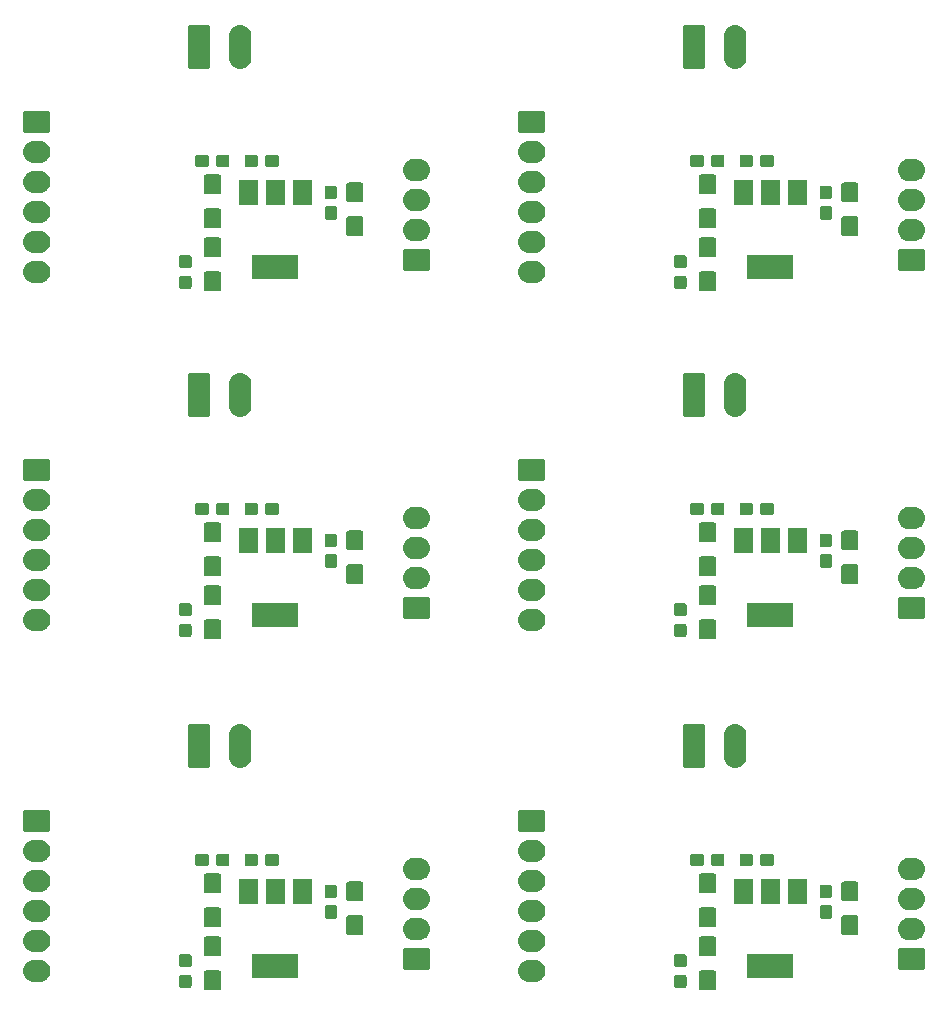
<source format=gbs>
G04 #@! TF.GenerationSoftware,KiCad,Pcbnew,(5.1.5)-3*
G04 #@! TF.CreationDate,2020-03-27T07:44:39+01:00*
G04 #@! TF.ProjectId,CODER_LEVEL_BOARD_V0.10,434f4445-525f-44c4-9556-454c5f424f41,rev?*
G04 #@! TF.SameCoordinates,Original*
G04 #@! TF.FileFunction,Soldermask,Bot*
G04 #@! TF.FilePolarity,Negative*
%FSLAX46Y46*%
G04 Gerber Fmt 4.6, Leading zero omitted, Abs format (unit mm)*
G04 Created by KiCad (PCBNEW (5.1.5)-3) date 2020-03-27 07:44:39*
%MOMM*%
%LPD*%
G04 APERTURE LIST*
%ADD10C,0.100000*%
G04 APERTURE END LIST*
D10*
G36*
X92647798Y-157956247D02*
G01*
X92683367Y-157967037D01*
X92716139Y-157984554D01*
X92744869Y-158008131D01*
X92768446Y-158036861D01*
X92785963Y-158069633D01*
X92796753Y-158105202D01*
X92801000Y-158148325D01*
X92801000Y-159432675D01*
X92796753Y-159475798D01*
X92785963Y-159511367D01*
X92768446Y-159544139D01*
X92744869Y-159572869D01*
X92716139Y-159596446D01*
X92683367Y-159613963D01*
X92647798Y-159624753D01*
X92604675Y-159629000D01*
X91545325Y-159629000D01*
X91502202Y-159624753D01*
X91466633Y-159613963D01*
X91433861Y-159596446D01*
X91405131Y-159572869D01*
X91381554Y-159544139D01*
X91364037Y-159511367D01*
X91353247Y-159475798D01*
X91349000Y-159432675D01*
X91349000Y-158148325D01*
X91353247Y-158105202D01*
X91364037Y-158069633D01*
X91381554Y-158036861D01*
X91405131Y-158008131D01*
X91433861Y-157984554D01*
X91466633Y-157967037D01*
X91502202Y-157956247D01*
X91545325Y-157952000D01*
X92604675Y-157952000D01*
X92647798Y-157956247D01*
G37*
G36*
X50737798Y-157956247D02*
G01*
X50773367Y-157967037D01*
X50806139Y-157984554D01*
X50834869Y-158008131D01*
X50858446Y-158036861D01*
X50875963Y-158069633D01*
X50886753Y-158105202D01*
X50891000Y-158148325D01*
X50891000Y-159432675D01*
X50886753Y-159475798D01*
X50875963Y-159511367D01*
X50858446Y-159544139D01*
X50834869Y-159572869D01*
X50806139Y-159596446D01*
X50773367Y-159613963D01*
X50737798Y-159624753D01*
X50694675Y-159629000D01*
X49635325Y-159629000D01*
X49592202Y-159624753D01*
X49556633Y-159613963D01*
X49523861Y-159596446D01*
X49495131Y-159572869D01*
X49471554Y-159544139D01*
X49454037Y-159511367D01*
X49443247Y-159475798D01*
X49439000Y-159432675D01*
X49439000Y-158148325D01*
X49443247Y-158105202D01*
X49454037Y-158069633D01*
X49471554Y-158036861D01*
X49495131Y-158008131D01*
X49523861Y-157984554D01*
X49556633Y-157967037D01*
X49592202Y-157956247D01*
X49635325Y-157952000D01*
X50694675Y-157952000D01*
X50737798Y-157956247D01*
G37*
G36*
X48243499Y-158305445D02*
G01*
X48280995Y-158316820D01*
X48315554Y-158335292D01*
X48345847Y-158360153D01*
X48370708Y-158390446D01*
X48389180Y-158425005D01*
X48400555Y-158462501D01*
X48405000Y-158507638D01*
X48405000Y-159246362D01*
X48400555Y-159291499D01*
X48389180Y-159328995D01*
X48370708Y-159363554D01*
X48345847Y-159393847D01*
X48315554Y-159418708D01*
X48280995Y-159437180D01*
X48243499Y-159448555D01*
X48198362Y-159453000D01*
X47559638Y-159453000D01*
X47514501Y-159448555D01*
X47477005Y-159437180D01*
X47442446Y-159418708D01*
X47412153Y-159393847D01*
X47387292Y-159363554D01*
X47368820Y-159328995D01*
X47357445Y-159291499D01*
X47353000Y-159246362D01*
X47353000Y-158507638D01*
X47357445Y-158462501D01*
X47368820Y-158425005D01*
X47387292Y-158390446D01*
X47412153Y-158360153D01*
X47442446Y-158335292D01*
X47477005Y-158316820D01*
X47514501Y-158305445D01*
X47559638Y-158301000D01*
X48198362Y-158301000D01*
X48243499Y-158305445D01*
G37*
G36*
X90153499Y-158305445D02*
G01*
X90190995Y-158316820D01*
X90225554Y-158335292D01*
X90255847Y-158360153D01*
X90280708Y-158390446D01*
X90299180Y-158425005D01*
X90310555Y-158462501D01*
X90315000Y-158507638D01*
X90315000Y-159246362D01*
X90310555Y-159291499D01*
X90299180Y-159328995D01*
X90280708Y-159363554D01*
X90255847Y-159393847D01*
X90225554Y-159418708D01*
X90190995Y-159437180D01*
X90153499Y-159448555D01*
X90108362Y-159453000D01*
X89469638Y-159453000D01*
X89424501Y-159448555D01*
X89387005Y-159437180D01*
X89352446Y-159418708D01*
X89322153Y-159393847D01*
X89297292Y-159363554D01*
X89278820Y-159328995D01*
X89267445Y-159291499D01*
X89263000Y-159246362D01*
X89263000Y-158507638D01*
X89267445Y-158462501D01*
X89278820Y-158425005D01*
X89297292Y-158390446D01*
X89322153Y-158360153D01*
X89352446Y-158335292D01*
X89387005Y-158316820D01*
X89424501Y-158305445D01*
X89469638Y-158301000D01*
X90108362Y-158301000D01*
X90153499Y-158305445D01*
G37*
G36*
X77536345Y-157071442D02*
G01*
X77626548Y-157080326D01*
X77800157Y-157132990D01*
X77960156Y-157218511D01*
X78003729Y-157254271D01*
X78100397Y-157333603D01*
X78179729Y-157430271D01*
X78215489Y-157473844D01*
X78301010Y-157633843D01*
X78353674Y-157807452D01*
X78371456Y-157988000D01*
X78353674Y-158168548D01*
X78301010Y-158342157D01*
X78215489Y-158502156D01*
X78179729Y-158545729D01*
X78100397Y-158642397D01*
X78003729Y-158721729D01*
X77960156Y-158757489D01*
X77800157Y-158843010D01*
X77626548Y-158895674D01*
X77536345Y-158904558D01*
X77491245Y-158909000D01*
X76940755Y-158909000D01*
X76895655Y-158904558D01*
X76805452Y-158895674D01*
X76631843Y-158843010D01*
X76471844Y-158757489D01*
X76428271Y-158721729D01*
X76331603Y-158642397D01*
X76252271Y-158545729D01*
X76216511Y-158502156D01*
X76130990Y-158342157D01*
X76078326Y-158168548D01*
X76060544Y-157988000D01*
X76078326Y-157807452D01*
X76130990Y-157633843D01*
X76216511Y-157473844D01*
X76252271Y-157430271D01*
X76331603Y-157333603D01*
X76428271Y-157254271D01*
X76471844Y-157218511D01*
X76631843Y-157132990D01*
X76805452Y-157080326D01*
X76895655Y-157071442D01*
X76940755Y-157067000D01*
X77491245Y-157067000D01*
X77536345Y-157071442D01*
G37*
G36*
X35626345Y-157071442D02*
G01*
X35716548Y-157080326D01*
X35890157Y-157132990D01*
X36050156Y-157218511D01*
X36093729Y-157254271D01*
X36190397Y-157333603D01*
X36269729Y-157430271D01*
X36305489Y-157473844D01*
X36391010Y-157633843D01*
X36443674Y-157807452D01*
X36461456Y-157988000D01*
X36443674Y-158168548D01*
X36391010Y-158342157D01*
X36305489Y-158502156D01*
X36269729Y-158545729D01*
X36190397Y-158642397D01*
X36093729Y-158721729D01*
X36050156Y-158757489D01*
X35890157Y-158843010D01*
X35716548Y-158895674D01*
X35626345Y-158904558D01*
X35581245Y-158909000D01*
X35030755Y-158909000D01*
X34985655Y-158904558D01*
X34895452Y-158895674D01*
X34721843Y-158843010D01*
X34561844Y-158757489D01*
X34518271Y-158721729D01*
X34421603Y-158642397D01*
X34342271Y-158545729D01*
X34306511Y-158502156D01*
X34220990Y-158342157D01*
X34168326Y-158168548D01*
X34150544Y-157988000D01*
X34168326Y-157807452D01*
X34220990Y-157633843D01*
X34306511Y-157473844D01*
X34342271Y-157430271D01*
X34421603Y-157333603D01*
X34518271Y-157254271D01*
X34561844Y-157218511D01*
X34721843Y-157132990D01*
X34895452Y-157080326D01*
X34985655Y-157071442D01*
X35030755Y-157067000D01*
X35581245Y-157067000D01*
X35626345Y-157071442D01*
G37*
G36*
X99360000Y-158633000D02*
G01*
X95458000Y-158633000D01*
X95458000Y-156531000D01*
X99360000Y-156531000D01*
X99360000Y-158633000D01*
G37*
G36*
X57450000Y-158633000D02*
G01*
X53548000Y-158633000D01*
X53548000Y-156531000D01*
X57450000Y-156531000D01*
X57450000Y-158633000D01*
G37*
G36*
X68446561Y-156054966D02*
G01*
X68479383Y-156064923D01*
X68509632Y-156081092D01*
X68536148Y-156102852D01*
X68557908Y-156129368D01*
X68574077Y-156159617D01*
X68584034Y-156192439D01*
X68588000Y-156232713D01*
X68588000Y-157711287D01*
X68584034Y-157751561D01*
X68574077Y-157784383D01*
X68557908Y-157814632D01*
X68536148Y-157841148D01*
X68509632Y-157862908D01*
X68479383Y-157879077D01*
X68446561Y-157889034D01*
X68406287Y-157893000D01*
X66467713Y-157893000D01*
X66427439Y-157889034D01*
X66394617Y-157879077D01*
X66364368Y-157862908D01*
X66337852Y-157841148D01*
X66316092Y-157814632D01*
X66299923Y-157784383D01*
X66289966Y-157751561D01*
X66286000Y-157711287D01*
X66286000Y-156232713D01*
X66289966Y-156192439D01*
X66299923Y-156159617D01*
X66316092Y-156129368D01*
X66337852Y-156102852D01*
X66364368Y-156081092D01*
X66394617Y-156064923D01*
X66427439Y-156054966D01*
X66467713Y-156051000D01*
X68406287Y-156051000D01*
X68446561Y-156054966D01*
G37*
G36*
X110356561Y-156054966D02*
G01*
X110389383Y-156064923D01*
X110419632Y-156081092D01*
X110446148Y-156102852D01*
X110467908Y-156129368D01*
X110484077Y-156159617D01*
X110494034Y-156192439D01*
X110498000Y-156232713D01*
X110498000Y-157711287D01*
X110494034Y-157751561D01*
X110484077Y-157784383D01*
X110467908Y-157814632D01*
X110446148Y-157841148D01*
X110419632Y-157862908D01*
X110389383Y-157879077D01*
X110356561Y-157889034D01*
X110316287Y-157893000D01*
X108377713Y-157893000D01*
X108337439Y-157889034D01*
X108304617Y-157879077D01*
X108274368Y-157862908D01*
X108247852Y-157841148D01*
X108226092Y-157814632D01*
X108209923Y-157784383D01*
X108199966Y-157751561D01*
X108196000Y-157711287D01*
X108196000Y-156232713D01*
X108199966Y-156192439D01*
X108209923Y-156159617D01*
X108226092Y-156129368D01*
X108247852Y-156102852D01*
X108274368Y-156081092D01*
X108304617Y-156064923D01*
X108337439Y-156054966D01*
X108377713Y-156051000D01*
X110316287Y-156051000D01*
X110356561Y-156054966D01*
G37*
G36*
X48243499Y-156555445D02*
G01*
X48280995Y-156566820D01*
X48315554Y-156585292D01*
X48345847Y-156610153D01*
X48370708Y-156640446D01*
X48389180Y-156675005D01*
X48400555Y-156712501D01*
X48405000Y-156757638D01*
X48405000Y-157496362D01*
X48400555Y-157541499D01*
X48389180Y-157578995D01*
X48370708Y-157613554D01*
X48345847Y-157643847D01*
X48315554Y-157668708D01*
X48280995Y-157687180D01*
X48243499Y-157698555D01*
X48198362Y-157703000D01*
X47559638Y-157703000D01*
X47514501Y-157698555D01*
X47477005Y-157687180D01*
X47442446Y-157668708D01*
X47412153Y-157643847D01*
X47387292Y-157613554D01*
X47368820Y-157578995D01*
X47357445Y-157541499D01*
X47353000Y-157496362D01*
X47353000Y-156757638D01*
X47357445Y-156712501D01*
X47368820Y-156675005D01*
X47387292Y-156640446D01*
X47412153Y-156610153D01*
X47442446Y-156585292D01*
X47477005Y-156566820D01*
X47514501Y-156555445D01*
X47559638Y-156551000D01*
X48198362Y-156551000D01*
X48243499Y-156555445D01*
G37*
G36*
X90153499Y-156555445D02*
G01*
X90190995Y-156566820D01*
X90225554Y-156585292D01*
X90255847Y-156610153D01*
X90280708Y-156640446D01*
X90299180Y-156675005D01*
X90310555Y-156712501D01*
X90315000Y-156757638D01*
X90315000Y-157496362D01*
X90310555Y-157541499D01*
X90299180Y-157578995D01*
X90280708Y-157613554D01*
X90255847Y-157643847D01*
X90225554Y-157668708D01*
X90190995Y-157687180D01*
X90153499Y-157698555D01*
X90108362Y-157703000D01*
X89469638Y-157703000D01*
X89424501Y-157698555D01*
X89387005Y-157687180D01*
X89352446Y-157668708D01*
X89322153Y-157643847D01*
X89297292Y-157613554D01*
X89278820Y-157578995D01*
X89267445Y-157541499D01*
X89263000Y-157496362D01*
X89263000Y-156757638D01*
X89267445Y-156712501D01*
X89278820Y-156675005D01*
X89297292Y-156640446D01*
X89322153Y-156610153D01*
X89352446Y-156585292D01*
X89387005Y-156566820D01*
X89424501Y-156555445D01*
X89469638Y-156551000D01*
X90108362Y-156551000D01*
X90153499Y-156555445D01*
G37*
G36*
X92647798Y-155081247D02*
G01*
X92683367Y-155092037D01*
X92716139Y-155109554D01*
X92744869Y-155133131D01*
X92768446Y-155161861D01*
X92785963Y-155194633D01*
X92796753Y-155230202D01*
X92801000Y-155273325D01*
X92801000Y-156557675D01*
X92796753Y-156600798D01*
X92785963Y-156636367D01*
X92768446Y-156669139D01*
X92744869Y-156697869D01*
X92716139Y-156721446D01*
X92683367Y-156738963D01*
X92647798Y-156749753D01*
X92604675Y-156754000D01*
X91545325Y-156754000D01*
X91502202Y-156749753D01*
X91466633Y-156738963D01*
X91433861Y-156721446D01*
X91405131Y-156697869D01*
X91381554Y-156669139D01*
X91364037Y-156636367D01*
X91353247Y-156600798D01*
X91349000Y-156557675D01*
X91349000Y-155273325D01*
X91353247Y-155230202D01*
X91364037Y-155194633D01*
X91381554Y-155161861D01*
X91405131Y-155133131D01*
X91433861Y-155109554D01*
X91466633Y-155092037D01*
X91502202Y-155081247D01*
X91545325Y-155077000D01*
X92604675Y-155077000D01*
X92647798Y-155081247D01*
G37*
G36*
X50737798Y-155081247D02*
G01*
X50773367Y-155092037D01*
X50806139Y-155109554D01*
X50834869Y-155133131D01*
X50858446Y-155161861D01*
X50875963Y-155194633D01*
X50886753Y-155230202D01*
X50891000Y-155273325D01*
X50891000Y-156557675D01*
X50886753Y-156600798D01*
X50875963Y-156636367D01*
X50858446Y-156669139D01*
X50834869Y-156697869D01*
X50806139Y-156721446D01*
X50773367Y-156738963D01*
X50737798Y-156749753D01*
X50694675Y-156754000D01*
X49635325Y-156754000D01*
X49592202Y-156749753D01*
X49556633Y-156738963D01*
X49523861Y-156721446D01*
X49495131Y-156697869D01*
X49471554Y-156669139D01*
X49454037Y-156636367D01*
X49443247Y-156600798D01*
X49439000Y-156557675D01*
X49439000Y-155273325D01*
X49443247Y-155230202D01*
X49454037Y-155194633D01*
X49471554Y-155161861D01*
X49495131Y-155133131D01*
X49523861Y-155109554D01*
X49556633Y-155092037D01*
X49592202Y-155081247D01*
X49635325Y-155077000D01*
X50694675Y-155077000D01*
X50737798Y-155081247D01*
G37*
G36*
X35626345Y-154531442D02*
G01*
X35716548Y-154540326D01*
X35890157Y-154592990D01*
X36050156Y-154678511D01*
X36078304Y-154701612D01*
X36190397Y-154793603D01*
X36265928Y-154885639D01*
X36305489Y-154933844D01*
X36391010Y-155093843D01*
X36443674Y-155267452D01*
X36461456Y-155448000D01*
X36443674Y-155628548D01*
X36391010Y-155802157D01*
X36305489Y-155962156D01*
X36269729Y-156005729D01*
X36190397Y-156102397D01*
X36120673Y-156159617D01*
X36050156Y-156217489D01*
X35890157Y-156303010D01*
X35716548Y-156355674D01*
X35626345Y-156364558D01*
X35581245Y-156369000D01*
X35030755Y-156369000D01*
X34985655Y-156364558D01*
X34895452Y-156355674D01*
X34721843Y-156303010D01*
X34561844Y-156217489D01*
X34491327Y-156159617D01*
X34421603Y-156102397D01*
X34342271Y-156005729D01*
X34306511Y-155962156D01*
X34220990Y-155802157D01*
X34168326Y-155628548D01*
X34150544Y-155448000D01*
X34168326Y-155267452D01*
X34220990Y-155093843D01*
X34306511Y-154933844D01*
X34346072Y-154885639D01*
X34421603Y-154793603D01*
X34533696Y-154701612D01*
X34561844Y-154678511D01*
X34721843Y-154592990D01*
X34895452Y-154540326D01*
X34985655Y-154531442D01*
X35030755Y-154527000D01*
X35581245Y-154527000D01*
X35626345Y-154531442D01*
G37*
G36*
X77536345Y-154531442D02*
G01*
X77626548Y-154540326D01*
X77800157Y-154592990D01*
X77960156Y-154678511D01*
X77988304Y-154701612D01*
X78100397Y-154793603D01*
X78175928Y-154885639D01*
X78215489Y-154933844D01*
X78301010Y-155093843D01*
X78353674Y-155267452D01*
X78371456Y-155448000D01*
X78353674Y-155628548D01*
X78301010Y-155802157D01*
X78215489Y-155962156D01*
X78179729Y-156005729D01*
X78100397Y-156102397D01*
X78030673Y-156159617D01*
X77960156Y-156217489D01*
X77800157Y-156303010D01*
X77626548Y-156355674D01*
X77536345Y-156364558D01*
X77491245Y-156369000D01*
X76940755Y-156369000D01*
X76895655Y-156364558D01*
X76805452Y-156355674D01*
X76631843Y-156303010D01*
X76471844Y-156217489D01*
X76401327Y-156159617D01*
X76331603Y-156102397D01*
X76252271Y-156005729D01*
X76216511Y-155962156D01*
X76130990Y-155802157D01*
X76078326Y-155628548D01*
X76060544Y-155448000D01*
X76078326Y-155267452D01*
X76130990Y-155093843D01*
X76216511Y-154933844D01*
X76256072Y-154885639D01*
X76331603Y-154793603D01*
X76443696Y-154701612D01*
X76471844Y-154678511D01*
X76631843Y-154592990D01*
X76805452Y-154540326D01*
X76895655Y-154531442D01*
X76940755Y-154527000D01*
X77491245Y-154527000D01*
X77536345Y-154531442D01*
G37*
G36*
X67757345Y-153515442D02*
G01*
X67847548Y-153524326D01*
X68021157Y-153576990D01*
X68021159Y-153576991D01*
X68024085Y-153578555D01*
X68181156Y-153662511D01*
X68224729Y-153698271D01*
X68321397Y-153777603D01*
X68400729Y-153874271D01*
X68436489Y-153917844D01*
X68522010Y-154077843D01*
X68574674Y-154251452D01*
X68592456Y-154432000D01*
X68574674Y-154612548D01*
X68522010Y-154786157D01*
X68436489Y-154946156D01*
X68416510Y-154970500D01*
X68321397Y-155086397D01*
X68224729Y-155165729D01*
X68181156Y-155201489D01*
X68021157Y-155287010D01*
X67847548Y-155339674D01*
X67757345Y-155348558D01*
X67712245Y-155353000D01*
X67161755Y-155353000D01*
X67116655Y-155348558D01*
X67026452Y-155339674D01*
X66852843Y-155287010D01*
X66692844Y-155201489D01*
X66649271Y-155165729D01*
X66552603Y-155086397D01*
X66457490Y-154970500D01*
X66437511Y-154946156D01*
X66351990Y-154786157D01*
X66299326Y-154612548D01*
X66281544Y-154432000D01*
X66299326Y-154251452D01*
X66351990Y-154077843D01*
X66437511Y-153917844D01*
X66473271Y-153874271D01*
X66552603Y-153777603D01*
X66649271Y-153698271D01*
X66692844Y-153662511D01*
X66849915Y-153578555D01*
X66852841Y-153576991D01*
X66852843Y-153576990D01*
X67026452Y-153524326D01*
X67116655Y-153515442D01*
X67161755Y-153511000D01*
X67712245Y-153511000D01*
X67757345Y-153515442D01*
G37*
G36*
X109667345Y-153515442D02*
G01*
X109757548Y-153524326D01*
X109931157Y-153576990D01*
X109931159Y-153576991D01*
X109934085Y-153578555D01*
X110091156Y-153662511D01*
X110134729Y-153698271D01*
X110231397Y-153777603D01*
X110310729Y-153874271D01*
X110346489Y-153917844D01*
X110432010Y-154077843D01*
X110484674Y-154251452D01*
X110502456Y-154432000D01*
X110484674Y-154612548D01*
X110432010Y-154786157D01*
X110346489Y-154946156D01*
X110326510Y-154970500D01*
X110231397Y-155086397D01*
X110134729Y-155165729D01*
X110091156Y-155201489D01*
X109931157Y-155287010D01*
X109757548Y-155339674D01*
X109667345Y-155348558D01*
X109622245Y-155353000D01*
X109071755Y-155353000D01*
X109026655Y-155348558D01*
X108936452Y-155339674D01*
X108762843Y-155287010D01*
X108602844Y-155201489D01*
X108559271Y-155165729D01*
X108462603Y-155086397D01*
X108367490Y-154970500D01*
X108347511Y-154946156D01*
X108261990Y-154786157D01*
X108209326Y-154612548D01*
X108191544Y-154432000D01*
X108209326Y-154251452D01*
X108261990Y-154077843D01*
X108347511Y-153917844D01*
X108383271Y-153874271D01*
X108462603Y-153777603D01*
X108559271Y-153698271D01*
X108602844Y-153662511D01*
X108759915Y-153578555D01*
X108762841Y-153576991D01*
X108762843Y-153576990D01*
X108936452Y-153524326D01*
X109026655Y-153515442D01*
X109071755Y-153511000D01*
X109622245Y-153511000D01*
X109667345Y-153515442D01*
G37*
G36*
X104712798Y-153297747D02*
G01*
X104748367Y-153308537D01*
X104781139Y-153326054D01*
X104809869Y-153349631D01*
X104833446Y-153378361D01*
X104850963Y-153411133D01*
X104861753Y-153446702D01*
X104866000Y-153489825D01*
X104866000Y-154774175D01*
X104861753Y-154817298D01*
X104850963Y-154852867D01*
X104833446Y-154885639D01*
X104809869Y-154914369D01*
X104781139Y-154937946D01*
X104748367Y-154955463D01*
X104712798Y-154966253D01*
X104669675Y-154970500D01*
X103610325Y-154970500D01*
X103567202Y-154966253D01*
X103531633Y-154955463D01*
X103498861Y-154937946D01*
X103470131Y-154914369D01*
X103446554Y-154885639D01*
X103429037Y-154852867D01*
X103418247Y-154817298D01*
X103414000Y-154774175D01*
X103414000Y-153489825D01*
X103418247Y-153446702D01*
X103429037Y-153411133D01*
X103446554Y-153378361D01*
X103470131Y-153349631D01*
X103498861Y-153326054D01*
X103531633Y-153308537D01*
X103567202Y-153297747D01*
X103610325Y-153293500D01*
X104669675Y-153293500D01*
X104712798Y-153297747D01*
G37*
G36*
X62802798Y-153297747D02*
G01*
X62838367Y-153308537D01*
X62871139Y-153326054D01*
X62899869Y-153349631D01*
X62923446Y-153378361D01*
X62940963Y-153411133D01*
X62951753Y-153446702D01*
X62956000Y-153489825D01*
X62956000Y-154774175D01*
X62951753Y-154817298D01*
X62940963Y-154852867D01*
X62923446Y-154885639D01*
X62899869Y-154914369D01*
X62871139Y-154937946D01*
X62838367Y-154955463D01*
X62802798Y-154966253D01*
X62759675Y-154970500D01*
X61700325Y-154970500D01*
X61657202Y-154966253D01*
X61621633Y-154955463D01*
X61588861Y-154937946D01*
X61560131Y-154914369D01*
X61536554Y-154885639D01*
X61519037Y-154852867D01*
X61508247Y-154817298D01*
X61504000Y-154774175D01*
X61504000Y-153489825D01*
X61508247Y-153446702D01*
X61519037Y-153411133D01*
X61536554Y-153378361D01*
X61560131Y-153349631D01*
X61588861Y-153326054D01*
X61621633Y-153308537D01*
X61657202Y-153297747D01*
X61700325Y-153293500D01*
X62759675Y-153293500D01*
X62802798Y-153297747D01*
G37*
G36*
X50737798Y-152622247D02*
G01*
X50773367Y-152633037D01*
X50806139Y-152650554D01*
X50834869Y-152674131D01*
X50858446Y-152702861D01*
X50875963Y-152735633D01*
X50886753Y-152771202D01*
X50891000Y-152814325D01*
X50891000Y-154098675D01*
X50886753Y-154141798D01*
X50875963Y-154177367D01*
X50858446Y-154210139D01*
X50834869Y-154238869D01*
X50806139Y-154262446D01*
X50773367Y-154279963D01*
X50737798Y-154290753D01*
X50694675Y-154295000D01*
X49635325Y-154295000D01*
X49592202Y-154290753D01*
X49556633Y-154279963D01*
X49523861Y-154262446D01*
X49495131Y-154238869D01*
X49471554Y-154210139D01*
X49454037Y-154177367D01*
X49443247Y-154141798D01*
X49439000Y-154098675D01*
X49439000Y-152814325D01*
X49443247Y-152771202D01*
X49454037Y-152735633D01*
X49471554Y-152702861D01*
X49495131Y-152674131D01*
X49523861Y-152650554D01*
X49556633Y-152633037D01*
X49592202Y-152622247D01*
X49635325Y-152618000D01*
X50694675Y-152618000D01*
X50737798Y-152622247D01*
G37*
G36*
X92647798Y-152622247D02*
G01*
X92683367Y-152633037D01*
X92716139Y-152650554D01*
X92744869Y-152674131D01*
X92768446Y-152702861D01*
X92785963Y-152735633D01*
X92796753Y-152771202D01*
X92801000Y-152814325D01*
X92801000Y-154098675D01*
X92796753Y-154141798D01*
X92785963Y-154177367D01*
X92768446Y-154210139D01*
X92744869Y-154238869D01*
X92716139Y-154262446D01*
X92683367Y-154279963D01*
X92647798Y-154290753D01*
X92604675Y-154295000D01*
X91545325Y-154295000D01*
X91502202Y-154290753D01*
X91466633Y-154279963D01*
X91433861Y-154262446D01*
X91405131Y-154238869D01*
X91381554Y-154210139D01*
X91364037Y-154177367D01*
X91353247Y-154141798D01*
X91349000Y-154098675D01*
X91349000Y-152814325D01*
X91353247Y-152771202D01*
X91364037Y-152735633D01*
X91381554Y-152702861D01*
X91405131Y-152674131D01*
X91433861Y-152650554D01*
X91466633Y-152633037D01*
X91502202Y-152622247D01*
X91545325Y-152618000D01*
X92604675Y-152618000D01*
X92647798Y-152622247D01*
G37*
G36*
X77536345Y-151991442D02*
G01*
X77626548Y-152000326D01*
X77800157Y-152052990D01*
X77960156Y-152138511D01*
X78003729Y-152174271D01*
X78100397Y-152253603D01*
X78179729Y-152350271D01*
X78215489Y-152393844D01*
X78301010Y-152553843D01*
X78353674Y-152727452D01*
X78371456Y-152908000D01*
X78353674Y-153088548D01*
X78301010Y-153262157D01*
X78215489Y-153422156D01*
X78195344Y-153446702D01*
X78100397Y-153562397D01*
X78003729Y-153641729D01*
X77960156Y-153677489D01*
X77800157Y-153763010D01*
X77626548Y-153815674D01*
X77536345Y-153824558D01*
X77491245Y-153829000D01*
X76940755Y-153829000D01*
X76895655Y-153824558D01*
X76805452Y-153815674D01*
X76631843Y-153763010D01*
X76471844Y-153677489D01*
X76428271Y-153641729D01*
X76331603Y-153562397D01*
X76236656Y-153446702D01*
X76216511Y-153422156D01*
X76130990Y-153262157D01*
X76078326Y-153088548D01*
X76060544Y-152908000D01*
X76078326Y-152727452D01*
X76130990Y-152553843D01*
X76216511Y-152393844D01*
X76252271Y-152350271D01*
X76331603Y-152253603D01*
X76428271Y-152174271D01*
X76471844Y-152138511D01*
X76631843Y-152052990D01*
X76805452Y-152000326D01*
X76895655Y-151991442D01*
X76940755Y-151987000D01*
X77491245Y-151987000D01*
X77536345Y-151991442D01*
G37*
G36*
X35626345Y-151991442D02*
G01*
X35716548Y-152000326D01*
X35890157Y-152052990D01*
X36050156Y-152138511D01*
X36093729Y-152174271D01*
X36190397Y-152253603D01*
X36269729Y-152350271D01*
X36305489Y-152393844D01*
X36391010Y-152553843D01*
X36443674Y-152727452D01*
X36461456Y-152908000D01*
X36443674Y-153088548D01*
X36391010Y-153262157D01*
X36305489Y-153422156D01*
X36285344Y-153446702D01*
X36190397Y-153562397D01*
X36093729Y-153641729D01*
X36050156Y-153677489D01*
X35890157Y-153763010D01*
X35716548Y-153815674D01*
X35626345Y-153824558D01*
X35581245Y-153829000D01*
X35030755Y-153829000D01*
X34985655Y-153824558D01*
X34895452Y-153815674D01*
X34721843Y-153763010D01*
X34561844Y-153677489D01*
X34518271Y-153641729D01*
X34421603Y-153562397D01*
X34326656Y-153446702D01*
X34306511Y-153422156D01*
X34220990Y-153262157D01*
X34168326Y-153088548D01*
X34150544Y-152908000D01*
X34168326Y-152727452D01*
X34220990Y-152553843D01*
X34306511Y-152393844D01*
X34342271Y-152350271D01*
X34421603Y-152253603D01*
X34518271Y-152174271D01*
X34561844Y-152138511D01*
X34721843Y-152052990D01*
X34895452Y-152000326D01*
X34985655Y-151991442D01*
X35030755Y-151987000D01*
X35581245Y-151987000D01*
X35626345Y-151991442D01*
G37*
G36*
X102472499Y-152435445D02*
G01*
X102509995Y-152446820D01*
X102544554Y-152465292D01*
X102574847Y-152490153D01*
X102599708Y-152520446D01*
X102618180Y-152555005D01*
X102629555Y-152592501D01*
X102634000Y-152637638D01*
X102634000Y-153376362D01*
X102629555Y-153421499D01*
X102618180Y-153458995D01*
X102599708Y-153493554D01*
X102574847Y-153523847D01*
X102544554Y-153548708D01*
X102509995Y-153567180D01*
X102472499Y-153578555D01*
X102427362Y-153583000D01*
X101788638Y-153583000D01*
X101743501Y-153578555D01*
X101706005Y-153567180D01*
X101671446Y-153548708D01*
X101641153Y-153523847D01*
X101616292Y-153493554D01*
X101597820Y-153458995D01*
X101586445Y-153421499D01*
X101582000Y-153376362D01*
X101582000Y-152637638D01*
X101586445Y-152592501D01*
X101597820Y-152555005D01*
X101616292Y-152520446D01*
X101641153Y-152490153D01*
X101671446Y-152465292D01*
X101706005Y-152446820D01*
X101743501Y-152435445D01*
X101788638Y-152431000D01*
X102427362Y-152431000D01*
X102472499Y-152435445D01*
G37*
G36*
X60562499Y-152435445D02*
G01*
X60599995Y-152446820D01*
X60634554Y-152465292D01*
X60664847Y-152490153D01*
X60689708Y-152520446D01*
X60708180Y-152555005D01*
X60719555Y-152592501D01*
X60724000Y-152637638D01*
X60724000Y-153376362D01*
X60719555Y-153421499D01*
X60708180Y-153458995D01*
X60689708Y-153493554D01*
X60664847Y-153523847D01*
X60634554Y-153548708D01*
X60599995Y-153567180D01*
X60562499Y-153578555D01*
X60517362Y-153583000D01*
X59878638Y-153583000D01*
X59833501Y-153578555D01*
X59796005Y-153567180D01*
X59761446Y-153548708D01*
X59731153Y-153523847D01*
X59706292Y-153493554D01*
X59687820Y-153458995D01*
X59676445Y-153421499D01*
X59672000Y-153376362D01*
X59672000Y-152637638D01*
X59676445Y-152592501D01*
X59687820Y-152555005D01*
X59706292Y-152520446D01*
X59731153Y-152490153D01*
X59761446Y-152465292D01*
X59796005Y-152446820D01*
X59833501Y-152435445D01*
X59878638Y-152431000D01*
X60517362Y-152431000D01*
X60562499Y-152435445D01*
G37*
G36*
X67757345Y-150975442D02*
G01*
X67847548Y-150984326D01*
X68021157Y-151036990D01*
X68181156Y-151122511D01*
X68216006Y-151151112D01*
X68321397Y-151237603D01*
X68400729Y-151334271D01*
X68436489Y-151377844D01*
X68522010Y-151537843D01*
X68574674Y-151711452D01*
X68592456Y-151892000D01*
X68574674Y-152072548D01*
X68522010Y-152246157D01*
X68436489Y-152406156D01*
X68416100Y-152431000D01*
X68321397Y-152546397D01*
X68234147Y-152618000D01*
X68181156Y-152661489D01*
X68021157Y-152747010D01*
X67847548Y-152799674D01*
X67757345Y-152808558D01*
X67712245Y-152813000D01*
X67161755Y-152813000D01*
X67116655Y-152808558D01*
X67026452Y-152799674D01*
X66852843Y-152747010D01*
X66692844Y-152661489D01*
X66639853Y-152618000D01*
X66552603Y-152546397D01*
X66457900Y-152431000D01*
X66437511Y-152406156D01*
X66351990Y-152246157D01*
X66299326Y-152072548D01*
X66281544Y-151892000D01*
X66299326Y-151711452D01*
X66351990Y-151537843D01*
X66437511Y-151377844D01*
X66473271Y-151334271D01*
X66552603Y-151237603D01*
X66657994Y-151151112D01*
X66692844Y-151122511D01*
X66852843Y-151036990D01*
X67026452Y-150984326D01*
X67116655Y-150975442D01*
X67161755Y-150971000D01*
X67712245Y-150971000D01*
X67757345Y-150975442D01*
G37*
G36*
X109667345Y-150975442D02*
G01*
X109757548Y-150984326D01*
X109931157Y-151036990D01*
X110091156Y-151122511D01*
X110126006Y-151151112D01*
X110231397Y-151237603D01*
X110310729Y-151334271D01*
X110346489Y-151377844D01*
X110432010Y-151537843D01*
X110484674Y-151711452D01*
X110502456Y-151892000D01*
X110484674Y-152072548D01*
X110432010Y-152246157D01*
X110346489Y-152406156D01*
X110326100Y-152431000D01*
X110231397Y-152546397D01*
X110144147Y-152618000D01*
X110091156Y-152661489D01*
X109931157Y-152747010D01*
X109757548Y-152799674D01*
X109667345Y-152808558D01*
X109622245Y-152813000D01*
X109071755Y-152813000D01*
X109026655Y-152808558D01*
X108936452Y-152799674D01*
X108762843Y-152747010D01*
X108602844Y-152661489D01*
X108549853Y-152618000D01*
X108462603Y-152546397D01*
X108367900Y-152431000D01*
X108347511Y-152406156D01*
X108261990Y-152246157D01*
X108209326Y-152072548D01*
X108191544Y-151892000D01*
X108209326Y-151711452D01*
X108261990Y-151537843D01*
X108347511Y-151377844D01*
X108383271Y-151334271D01*
X108462603Y-151237603D01*
X108567994Y-151151112D01*
X108602844Y-151122511D01*
X108762843Y-151036990D01*
X108936452Y-150984326D01*
X109026655Y-150975442D01*
X109071755Y-150971000D01*
X109622245Y-150971000D01*
X109667345Y-150975442D01*
G37*
G36*
X54000000Y-152333000D02*
G01*
X52398000Y-152333000D01*
X52398000Y-150231000D01*
X54000000Y-150231000D01*
X54000000Y-152333000D01*
G37*
G36*
X95910000Y-152333000D02*
G01*
X94308000Y-152333000D01*
X94308000Y-150231000D01*
X95910000Y-150231000D01*
X95910000Y-152333000D01*
G37*
G36*
X100510000Y-152333000D02*
G01*
X98908000Y-152333000D01*
X98908000Y-150231000D01*
X100510000Y-150231000D01*
X100510000Y-152333000D01*
G37*
G36*
X98210000Y-152333000D02*
G01*
X96608000Y-152333000D01*
X96608000Y-150231000D01*
X98210000Y-150231000D01*
X98210000Y-152333000D01*
G37*
G36*
X58600000Y-152333000D02*
G01*
X56998000Y-152333000D01*
X56998000Y-150231000D01*
X58600000Y-150231000D01*
X58600000Y-152333000D01*
G37*
G36*
X56300000Y-152333000D02*
G01*
X54698000Y-152333000D01*
X54698000Y-150231000D01*
X56300000Y-150231000D01*
X56300000Y-152333000D01*
G37*
G36*
X62802798Y-150422747D02*
G01*
X62838367Y-150433537D01*
X62871139Y-150451054D01*
X62899869Y-150474631D01*
X62923446Y-150503361D01*
X62940963Y-150536133D01*
X62951753Y-150571702D01*
X62956000Y-150614825D01*
X62956000Y-151899175D01*
X62951753Y-151942298D01*
X62940963Y-151977867D01*
X62923446Y-152010639D01*
X62899869Y-152039369D01*
X62871139Y-152062946D01*
X62838367Y-152080463D01*
X62802798Y-152091253D01*
X62759675Y-152095500D01*
X61700325Y-152095500D01*
X61657202Y-152091253D01*
X61621633Y-152080463D01*
X61588861Y-152062946D01*
X61560131Y-152039369D01*
X61536554Y-152010639D01*
X61519037Y-151977867D01*
X61508247Y-151942298D01*
X61504000Y-151899175D01*
X61504000Y-150614825D01*
X61508247Y-150571702D01*
X61519037Y-150536133D01*
X61536554Y-150503361D01*
X61560131Y-150474631D01*
X61588861Y-150451054D01*
X61621633Y-150433537D01*
X61657202Y-150422747D01*
X61700325Y-150418500D01*
X62759675Y-150418500D01*
X62802798Y-150422747D01*
G37*
G36*
X104712798Y-150422747D02*
G01*
X104748367Y-150433537D01*
X104781139Y-150451054D01*
X104809869Y-150474631D01*
X104833446Y-150503361D01*
X104850963Y-150536133D01*
X104861753Y-150571702D01*
X104866000Y-150614825D01*
X104866000Y-151899175D01*
X104861753Y-151942298D01*
X104850963Y-151977867D01*
X104833446Y-152010639D01*
X104809869Y-152039369D01*
X104781139Y-152062946D01*
X104748367Y-152080463D01*
X104712798Y-152091253D01*
X104669675Y-152095500D01*
X103610325Y-152095500D01*
X103567202Y-152091253D01*
X103531633Y-152080463D01*
X103498861Y-152062946D01*
X103470131Y-152039369D01*
X103446554Y-152010639D01*
X103429037Y-151977867D01*
X103418247Y-151942298D01*
X103414000Y-151899175D01*
X103414000Y-150614825D01*
X103418247Y-150571702D01*
X103429037Y-150536133D01*
X103446554Y-150503361D01*
X103470131Y-150474631D01*
X103498861Y-150451054D01*
X103531633Y-150433537D01*
X103567202Y-150422747D01*
X103610325Y-150418500D01*
X104669675Y-150418500D01*
X104712798Y-150422747D01*
G37*
G36*
X102472499Y-150685445D02*
G01*
X102509995Y-150696820D01*
X102544554Y-150715292D01*
X102574847Y-150740153D01*
X102599708Y-150770446D01*
X102618180Y-150805005D01*
X102629555Y-150842501D01*
X102634000Y-150887638D01*
X102634000Y-151626362D01*
X102629555Y-151671499D01*
X102618180Y-151708995D01*
X102599708Y-151743554D01*
X102574847Y-151773847D01*
X102544554Y-151798708D01*
X102509995Y-151817180D01*
X102472499Y-151828555D01*
X102427362Y-151833000D01*
X101788638Y-151833000D01*
X101743501Y-151828555D01*
X101706005Y-151817180D01*
X101671446Y-151798708D01*
X101641153Y-151773847D01*
X101616292Y-151743554D01*
X101597820Y-151708995D01*
X101586445Y-151671499D01*
X101582000Y-151626362D01*
X101582000Y-150887638D01*
X101586445Y-150842501D01*
X101597820Y-150805005D01*
X101616292Y-150770446D01*
X101641153Y-150740153D01*
X101671446Y-150715292D01*
X101706005Y-150696820D01*
X101743501Y-150685445D01*
X101788638Y-150681000D01*
X102427362Y-150681000D01*
X102472499Y-150685445D01*
G37*
G36*
X60562499Y-150685445D02*
G01*
X60599995Y-150696820D01*
X60634554Y-150715292D01*
X60664847Y-150740153D01*
X60689708Y-150770446D01*
X60708180Y-150805005D01*
X60719555Y-150842501D01*
X60724000Y-150887638D01*
X60724000Y-151626362D01*
X60719555Y-151671499D01*
X60708180Y-151708995D01*
X60689708Y-151743554D01*
X60664847Y-151773847D01*
X60634554Y-151798708D01*
X60599995Y-151817180D01*
X60562499Y-151828555D01*
X60517362Y-151833000D01*
X59878638Y-151833000D01*
X59833501Y-151828555D01*
X59796005Y-151817180D01*
X59761446Y-151798708D01*
X59731153Y-151773847D01*
X59706292Y-151743554D01*
X59687820Y-151708995D01*
X59676445Y-151671499D01*
X59672000Y-151626362D01*
X59672000Y-150887638D01*
X59676445Y-150842501D01*
X59687820Y-150805005D01*
X59706292Y-150770446D01*
X59731153Y-150740153D01*
X59761446Y-150715292D01*
X59796005Y-150696820D01*
X59833501Y-150685445D01*
X59878638Y-150681000D01*
X60517362Y-150681000D01*
X60562499Y-150685445D01*
G37*
G36*
X50737798Y-149747247D02*
G01*
X50773367Y-149758037D01*
X50806139Y-149775554D01*
X50834869Y-149799131D01*
X50858446Y-149827861D01*
X50875963Y-149860633D01*
X50886753Y-149896202D01*
X50891000Y-149939325D01*
X50891000Y-151223675D01*
X50886753Y-151266798D01*
X50875963Y-151302367D01*
X50858446Y-151335139D01*
X50834869Y-151363869D01*
X50806139Y-151387446D01*
X50773367Y-151404963D01*
X50737798Y-151415753D01*
X50694675Y-151420000D01*
X49635325Y-151420000D01*
X49592202Y-151415753D01*
X49556633Y-151404963D01*
X49523861Y-151387446D01*
X49495131Y-151363869D01*
X49471554Y-151335139D01*
X49454037Y-151302367D01*
X49443247Y-151266798D01*
X49439000Y-151223675D01*
X49439000Y-149939325D01*
X49443247Y-149896202D01*
X49454037Y-149860633D01*
X49471554Y-149827861D01*
X49495131Y-149799131D01*
X49523861Y-149775554D01*
X49556633Y-149758037D01*
X49592202Y-149747247D01*
X49635325Y-149743000D01*
X50694675Y-149743000D01*
X50737798Y-149747247D01*
G37*
G36*
X92647798Y-149747247D02*
G01*
X92683367Y-149758037D01*
X92716139Y-149775554D01*
X92744869Y-149799131D01*
X92768446Y-149827861D01*
X92785963Y-149860633D01*
X92796753Y-149896202D01*
X92801000Y-149939325D01*
X92801000Y-151223675D01*
X92796753Y-151266798D01*
X92785963Y-151302367D01*
X92768446Y-151335139D01*
X92744869Y-151363869D01*
X92716139Y-151387446D01*
X92683367Y-151404963D01*
X92647798Y-151415753D01*
X92604675Y-151420000D01*
X91545325Y-151420000D01*
X91502202Y-151415753D01*
X91466633Y-151404963D01*
X91433861Y-151387446D01*
X91405131Y-151363869D01*
X91381554Y-151335139D01*
X91364037Y-151302367D01*
X91353247Y-151266798D01*
X91349000Y-151223675D01*
X91349000Y-149939325D01*
X91353247Y-149896202D01*
X91364037Y-149860633D01*
X91381554Y-149827861D01*
X91405131Y-149799131D01*
X91433861Y-149775554D01*
X91466633Y-149758037D01*
X91502202Y-149747247D01*
X91545325Y-149743000D01*
X92604675Y-149743000D01*
X92647798Y-149747247D01*
G37*
G36*
X35626345Y-149451442D02*
G01*
X35716548Y-149460326D01*
X35890157Y-149512990D01*
X36050156Y-149598511D01*
X36093729Y-149634271D01*
X36190397Y-149713603D01*
X36260587Y-149799131D01*
X36305489Y-149853844D01*
X36391010Y-150013843D01*
X36443674Y-150187452D01*
X36461456Y-150368000D01*
X36443674Y-150548548D01*
X36391010Y-150722157D01*
X36305489Y-150882156D01*
X36269729Y-150925729D01*
X36190397Y-151022397D01*
X36093729Y-151101729D01*
X36050156Y-151137489D01*
X35890157Y-151223010D01*
X35716548Y-151275674D01*
X35626345Y-151284558D01*
X35581245Y-151289000D01*
X35030755Y-151289000D01*
X34985655Y-151284558D01*
X34895452Y-151275674D01*
X34721843Y-151223010D01*
X34561844Y-151137489D01*
X34518271Y-151101729D01*
X34421603Y-151022397D01*
X34342271Y-150925729D01*
X34306511Y-150882156D01*
X34220990Y-150722157D01*
X34168326Y-150548548D01*
X34150544Y-150368000D01*
X34168326Y-150187452D01*
X34220990Y-150013843D01*
X34306511Y-149853844D01*
X34351413Y-149799131D01*
X34421603Y-149713603D01*
X34518271Y-149634271D01*
X34561844Y-149598511D01*
X34721843Y-149512990D01*
X34895452Y-149460326D01*
X34985655Y-149451442D01*
X35030755Y-149447000D01*
X35581245Y-149447000D01*
X35626345Y-149451442D01*
G37*
G36*
X77536345Y-149451442D02*
G01*
X77626548Y-149460326D01*
X77800157Y-149512990D01*
X77960156Y-149598511D01*
X78003729Y-149634271D01*
X78100397Y-149713603D01*
X78170587Y-149799131D01*
X78215489Y-149853844D01*
X78301010Y-150013843D01*
X78353674Y-150187452D01*
X78371456Y-150368000D01*
X78353674Y-150548548D01*
X78301010Y-150722157D01*
X78215489Y-150882156D01*
X78179729Y-150925729D01*
X78100397Y-151022397D01*
X78003729Y-151101729D01*
X77960156Y-151137489D01*
X77800157Y-151223010D01*
X77626548Y-151275674D01*
X77536345Y-151284558D01*
X77491245Y-151289000D01*
X76940755Y-151289000D01*
X76895655Y-151284558D01*
X76805452Y-151275674D01*
X76631843Y-151223010D01*
X76471844Y-151137489D01*
X76428271Y-151101729D01*
X76331603Y-151022397D01*
X76252271Y-150925729D01*
X76216511Y-150882156D01*
X76130990Y-150722157D01*
X76078326Y-150548548D01*
X76060544Y-150368000D01*
X76078326Y-150187452D01*
X76130990Y-150013843D01*
X76216511Y-149853844D01*
X76261413Y-149799131D01*
X76331603Y-149713603D01*
X76428271Y-149634271D01*
X76471844Y-149598511D01*
X76631843Y-149512990D01*
X76805452Y-149460326D01*
X76895655Y-149451442D01*
X76940755Y-149447000D01*
X77491245Y-149447000D01*
X77536345Y-149451442D01*
G37*
G36*
X109667345Y-148435442D02*
G01*
X109757548Y-148444326D01*
X109931157Y-148496990D01*
X110091156Y-148582511D01*
X110134729Y-148618271D01*
X110231397Y-148697603D01*
X110310729Y-148794271D01*
X110346489Y-148837844D01*
X110432010Y-148997843D01*
X110484674Y-149171452D01*
X110502456Y-149352000D01*
X110484674Y-149532548D01*
X110432010Y-149706157D01*
X110346489Y-149866156D01*
X110311337Y-149908989D01*
X110231397Y-150006397D01*
X110134729Y-150085729D01*
X110091156Y-150121489D01*
X109931157Y-150207010D01*
X109757548Y-150259674D01*
X109667345Y-150268558D01*
X109622245Y-150273000D01*
X109071755Y-150273000D01*
X109026655Y-150268558D01*
X108936452Y-150259674D01*
X108762843Y-150207010D01*
X108602844Y-150121489D01*
X108559271Y-150085729D01*
X108462603Y-150006397D01*
X108382663Y-149908989D01*
X108347511Y-149866156D01*
X108261990Y-149706157D01*
X108209326Y-149532548D01*
X108191544Y-149352000D01*
X108209326Y-149171452D01*
X108261990Y-148997843D01*
X108347511Y-148837844D01*
X108383271Y-148794271D01*
X108462603Y-148697603D01*
X108559271Y-148618271D01*
X108602844Y-148582511D01*
X108762843Y-148496990D01*
X108936452Y-148444326D01*
X109026655Y-148435442D01*
X109071755Y-148431000D01*
X109622245Y-148431000D01*
X109667345Y-148435442D01*
G37*
G36*
X67757345Y-148435442D02*
G01*
X67847548Y-148444326D01*
X68021157Y-148496990D01*
X68181156Y-148582511D01*
X68224729Y-148618271D01*
X68321397Y-148697603D01*
X68400729Y-148794271D01*
X68436489Y-148837844D01*
X68522010Y-148997843D01*
X68574674Y-149171452D01*
X68592456Y-149352000D01*
X68574674Y-149532548D01*
X68522010Y-149706157D01*
X68436489Y-149866156D01*
X68401337Y-149908989D01*
X68321397Y-150006397D01*
X68224729Y-150085729D01*
X68181156Y-150121489D01*
X68021157Y-150207010D01*
X67847548Y-150259674D01*
X67757345Y-150268558D01*
X67712245Y-150273000D01*
X67161755Y-150273000D01*
X67116655Y-150268558D01*
X67026452Y-150259674D01*
X66852843Y-150207010D01*
X66692844Y-150121489D01*
X66649271Y-150085729D01*
X66552603Y-150006397D01*
X66472663Y-149908989D01*
X66437511Y-149866156D01*
X66351990Y-149706157D01*
X66299326Y-149532548D01*
X66281544Y-149352000D01*
X66299326Y-149171452D01*
X66351990Y-148997843D01*
X66437511Y-148837844D01*
X66473271Y-148794271D01*
X66552603Y-148697603D01*
X66649271Y-148618271D01*
X66692844Y-148582511D01*
X66852843Y-148496990D01*
X67026452Y-148444326D01*
X67116655Y-148435442D01*
X67161755Y-148431000D01*
X67712245Y-148431000D01*
X67757345Y-148435442D01*
G37*
G36*
X49704499Y-148068445D02*
G01*
X49741995Y-148079820D01*
X49776554Y-148098292D01*
X49806847Y-148123153D01*
X49831708Y-148153446D01*
X49850180Y-148188005D01*
X49861555Y-148225501D01*
X49866000Y-148270638D01*
X49866000Y-148909362D01*
X49861555Y-148954499D01*
X49850180Y-148991995D01*
X49831708Y-149026554D01*
X49806847Y-149056847D01*
X49776554Y-149081708D01*
X49741995Y-149100180D01*
X49704499Y-149111555D01*
X49659362Y-149116000D01*
X48920638Y-149116000D01*
X48875501Y-149111555D01*
X48838005Y-149100180D01*
X48803446Y-149081708D01*
X48773153Y-149056847D01*
X48748292Y-149026554D01*
X48729820Y-148991995D01*
X48718445Y-148954499D01*
X48714000Y-148909362D01*
X48714000Y-148270638D01*
X48718445Y-148225501D01*
X48729820Y-148188005D01*
X48748292Y-148153446D01*
X48773153Y-148123153D01*
X48803446Y-148098292D01*
X48838005Y-148079820D01*
X48875501Y-148068445D01*
X48920638Y-148064000D01*
X49659362Y-148064000D01*
X49704499Y-148068445D01*
G37*
G36*
X53881499Y-148068445D02*
G01*
X53918995Y-148079820D01*
X53953554Y-148098292D01*
X53983847Y-148123153D01*
X54008708Y-148153446D01*
X54027180Y-148188005D01*
X54038555Y-148225501D01*
X54043000Y-148270638D01*
X54043000Y-148909362D01*
X54038555Y-148954499D01*
X54027180Y-148991995D01*
X54008708Y-149026554D01*
X53983847Y-149056847D01*
X53953554Y-149081708D01*
X53918995Y-149100180D01*
X53881499Y-149111555D01*
X53836362Y-149116000D01*
X53097638Y-149116000D01*
X53052501Y-149111555D01*
X53015005Y-149100180D01*
X52980446Y-149081708D01*
X52950153Y-149056847D01*
X52925292Y-149026554D01*
X52906820Y-148991995D01*
X52895445Y-148954499D01*
X52891000Y-148909362D01*
X52891000Y-148270638D01*
X52895445Y-148225501D01*
X52906820Y-148188005D01*
X52925292Y-148153446D01*
X52950153Y-148123153D01*
X52980446Y-148098292D01*
X53015005Y-148079820D01*
X53052501Y-148068445D01*
X53097638Y-148064000D01*
X53836362Y-148064000D01*
X53881499Y-148068445D01*
G37*
G36*
X51454499Y-148068445D02*
G01*
X51491995Y-148079820D01*
X51526554Y-148098292D01*
X51556847Y-148123153D01*
X51581708Y-148153446D01*
X51600180Y-148188005D01*
X51611555Y-148225501D01*
X51616000Y-148270638D01*
X51616000Y-148909362D01*
X51611555Y-148954499D01*
X51600180Y-148991995D01*
X51581708Y-149026554D01*
X51556847Y-149056847D01*
X51526554Y-149081708D01*
X51491995Y-149100180D01*
X51454499Y-149111555D01*
X51409362Y-149116000D01*
X50670638Y-149116000D01*
X50625501Y-149111555D01*
X50588005Y-149100180D01*
X50553446Y-149081708D01*
X50523153Y-149056847D01*
X50498292Y-149026554D01*
X50479820Y-148991995D01*
X50468445Y-148954499D01*
X50464000Y-148909362D01*
X50464000Y-148270638D01*
X50468445Y-148225501D01*
X50479820Y-148188005D01*
X50498292Y-148153446D01*
X50523153Y-148123153D01*
X50553446Y-148098292D01*
X50588005Y-148079820D01*
X50625501Y-148068445D01*
X50670638Y-148064000D01*
X51409362Y-148064000D01*
X51454499Y-148068445D01*
G37*
G36*
X55631499Y-148068445D02*
G01*
X55668995Y-148079820D01*
X55703554Y-148098292D01*
X55733847Y-148123153D01*
X55758708Y-148153446D01*
X55777180Y-148188005D01*
X55788555Y-148225501D01*
X55793000Y-148270638D01*
X55793000Y-148909362D01*
X55788555Y-148954499D01*
X55777180Y-148991995D01*
X55758708Y-149026554D01*
X55733847Y-149056847D01*
X55703554Y-149081708D01*
X55668995Y-149100180D01*
X55631499Y-149111555D01*
X55586362Y-149116000D01*
X54847638Y-149116000D01*
X54802501Y-149111555D01*
X54765005Y-149100180D01*
X54730446Y-149081708D01*
X54700153Y-149056847D01*
X54675292Y-149026554D01*
X54656820Y-148991995D01*
X54645445Y-148954499D01*
X54641000Y-148909362D01*
X54641000Y-148270638D01*
X54645445Y-148225501D01*
X54656820Y-148188005D01*
X54675292Y-148153446D01*
X54700153Y-148123153D01*
X54730446Y-148098292D01*
X54765005Y-148079820D01*
X54802501Y-148068445D01*
X54847638Y-148064000D01*
X55586362Y-148064000D01*
X55631499Y-148068445D01*
G37*
G36*
X93364499Y-148068445D02*
G01*
X93401995Y-148079820D01*
X93436554Y-148098292D01*
X93466847Y-148123153D01*
X93491708Y-148153446D01*
X93510180Y-148188005D01*
X93521555Y-148225501D01*
X93526000Y-148270638D01*
X93526000Y-148909362D01*
X93521555Y-148954499D01*
X93510180Y-148991995D01*
X93491708Y-149026554D01*
X93466847Y-149056847D01*
X93436554Y-149081708D01*
X93401995Y-149100180D01*
X93364499Y-149111555D01*
X93319362Y-149116000D01*
X92580638Y-149116000D01*
X92535501Y-149111555D01*
X92498005Y-149100180D01*
X92463446Y-149081708D01*
X92433153Y-149056847D01*
X92408292Y-149026554D01*
X92389820Y-148991995D01*
X92378445Y-148954499D01*
X92374000Y-148909362D01*
X92374000Y-148270638D01*
X92378445Y-148225501D01*
X92389820Y-148188005D01*
X92408292Y-148153446D01*
X92433153Y-148123153D01*
X92463446Y-148098292D01*
X92498005Y-148079820D01*
X92535501Y-148068445D01*
X92580638Y-148064000D01*
X93319362Y-148064000D01*
X93364499Y-148068445D01*
G37*
G36*
X91614499Y-148068445D02*
G01*
X91651995Y-148079820D01*
X91686554Y-148098292D01*
X91716847Y-148123153D01*
X91741708Y-148153446D01*
X91760180Y-148188005D01*
X91771555Y-148225501D01*
X91776000Y-148270638D01*
X91776000Y-148909362D01*
X91771555Y-148954499D01*
X91760180Y-148991995D01*
X91741708Y-149026554D01*
X91716847Y-149056847D01*
X91686554Y-149081708D01*
X91651995Y-149100180D01*
X91614499Y-149111555D01*
X91569362Y-149116000D01*
X90830638Y-149116000D01*
X90785501Y-149111555D01*
X90748005Y-149100180D01*
X90713446Y-149081708D01*
X90683153Y-149056847D01*
X90658292Y-149026554D01*
X90639820Y-148991995D01*
X90628445Y-148954499D01*
X90624000Y-148909362D01*
X90624000Y-148270638D01*
X90628445Y-148225501D01*
X90639820Y-148188005D01*
X90658292Y-148153446D01*
X90683153Y-148123153D01*
X90713446Y-148098292D01*
X90748005Y-148079820D01*
X90785501Y-148068445D01*
X90830638Y-148064000D01*
X91569362Y-148064000D01*
X91614499Y-148068445D01*
G37*
G36*
X97541499Y-148068445D02*
G01*
X97578995Y-148079820D01*
X97613554Y-148098292D01*
X97643847Y-148123153D01*
X97668708Y-148153446D01*
X97687180Y-148188005D01*
X97698555Y-148225501D01*
X97703000Y-148270638D01*
X97703000Y-148909362D01*
X97698555Y-148954499D01*
X97687180Y-148991995D01*
X97668708Y-149026554D01*
X97643847Y-149056847D01*
X97613554Y-149081708D01*
X97578995Y-149100180D01*
X97541499Y-149111555D01*
X97496362Y-149116000D01*
X96757638Y-149116000D01*
X96712501Y-149111555D01*
X96675005Y-149100180D01*
X96640446Y-149081708D01*
X96610153Y-149056847D01*
X96585292Y-149026554D01*
X96566820Y-148991995D01*
X96555445Y-148954499D01*
X96551000Y-148909362D01*
X96551000Y-148270638D01*
X96555445Y-148225501D01*
X96566820Y-148188005D01*
X96585292Y-148153446D01*
X96610153Y-148123153D01*
X96640446Y-148098292D01*
X96675005Y-148079820D01*
X96712501Y-148068445D01*
X96757638Y-148064000D01*
X97496362Y-148064000D01*
X97541499Y-148068445D01*
G37*
G36*
X95791499Y-148068445D02*
G01*
X95828995Y-148079820D01*
X95863554Y-148098292D01*
X95893847Y-148123153D01*
X95918708Y-148153446D01*
X95937180Y-148188005D01*
X95948555Y-148225501D01*
X95953000Y-148270638D01*
X95953000Y-148909362D01*
X95948555Y-148954499D01*
X95937180Y-148991995D01*
X95918708Y-149026554D01*
X95893847Y-149056847D01*
X95863554Y-149081708D01*
X95828995Y-149100180D01*
X95791499Y-149111555D01*
X95746362Y-149116000D01*
X95007638Y-149116000D01*
X94962501Y-149111555D01*
X94925005Y-149100180D01*
X94890446Y-149081708D01*
X94860153Y-149056847D01*
X94835292Y-149026554D01*
X94816820Y-148991995D01*
X94805445Y-148954499D01*
X94801000Y-148909362D01*
X94801000Y-148270638D01*
X94805445Y-148225501D01*
X94816820Y-148188005D01*
X94835292Y-148153446D01*
X94860153Y-148123153D01*
X94890446Y-148098292D01*
X94925005Y-148079820D01*
X94962501Y-148068445D01*
X95007638Y-148064000D01*
X95746362Y-148064000D01*
X95791499Y-148068445D01*
G37*
G36*
X77536345Y-146911442D02*
G01*
X77626548Y-146920326D01*
X77800157Y-146972990D01*
X77960156Y-147058511D01*
X78003729Y-147094271D01*
X78100397Y-147173603D01*
X78179729Y-147270271D01*
X78215489Y-147313844D01*
X78301010Y-147473843D01*
X78353674Y-147647452D01*
X78371456Y-147828000D01*
X78353674Y-148008548D01*
X78301010Y-148182157D01*
X78215489Y-148342156D01*
X78179729Y-148385729D01*
X78100397Y-148482397D01*
X78003729Y-148561729D01*
X77960156Y-148597489D01*
X77800157Y-148683010D01*
X77626548Y-148735674D01*
X77536345Y-148744558D01*
X77491245Y-148749000D01*
X76940755Y-148749000D01*
X76895655Y-148744558D01*
X76805452Y-148735674D01*
X76631843Y-148683010D01*
X76471844Y-148597489D01*
X76428271Y-148561729D01*
X76331603Y-148482397D01*
X76252271Y-148385729D01*
X76216511Y-148342156D01*
X76130990Y-148182157D01*
X76078326Y-148008548D01*
X76060544Y-147828000D01*
X76078326Y-147647452D01*
X76130990Y-147473843D01*
X76216511Y-147313844D01*
X76252271Y-147270271D01*
X76331603Y-147173603D01*
X76428271Y-147094271D01*
X76471844Y-147058511D01*
X76631843Y-146972990D01*
X76805452Y-146920326D01*
X76895655Y-146911442D01*
X76940755Y-146907000D01*
X77491245Y-146907000D01*
X77536345Y-146911442D01*
G37*
G36*
X35626345Y-146911442D02*
G01*
X35716548Y-146920326D01*
X35890157Y-146972990D01*
X36050156Y-147058511D01*
X36093729Y-147094271D01*
X36190397Y-147173603D01*
X36269729Y-147270271D01*
X36305489Y-147313844D01*
X36391010Y-147473843D01*
X36443674Y-147647452D01*
X36461456Y-147828000D01*
X36443674Y-148008548D01*
X36391010Y-148182157D01*
X36305489Y-148342156D01*
X36269729Y-148385729D01*
X36190397Y-148482397D01*
X36093729Y-148561729D01*
X36050156Y-148597489D01*
X35890157Y-148683010D01*
X35716548Y-148735674D01*
X35626345Y-148744558D01*
X35581245Y-148749000D01*
X35030755Y-148749000D01*
X34985655Y-148744558D01*
X34895452Y-148735674D01*
X34721843Y-148683010D01*
X34561844Y-148597489D01*
X34518271Y-148561729D01*
X34421603Y-148482397D01*
X34342271Y-148385729D01*
X34306511Y-148342156D01*
X34220990Y-148182157D01*
X34168326Y-148008548D01*
X34150544Y-147828000D01*
X34168326Y-147647452D01*
X34220990Y-147473843D01*
X34306511Y-147313844D01*
X34342271Y-147270271D01*
X34421603Y-147173603D01*
X34518271Y-147094271D01*
X34561844Y-147058511D01*
X34721843Y-146972990D01*
X34895452Y-146920326D01*
X34985655Y-146911442D01*
X35030755Y-146907000D01*
X35581245Y-146907000D01*
X35626345Y-146911442D01*
G37*
G36*
X78225561Y-144370966D02*
G01*
X78258383Y-144380923D01*
X78288632Y-144397092D01*
X78315148Y-144418852D01*
X78336908Y-144445368D01*
X78353077Y-144475617D01*
X78363034Y-144508439D01*
X78367000Y-144548713D01*
X78367000Y-146027287D01*
X78363034Y-146067561D01*
X78353077Y-146100383D01*
X78336908Y-146130632D01*
X78315148Y-146157148D01*
X78288632Y-146178908D01*
X78258383Y-146195077D01*
X78225561Y-146205034D01*
X78185287Y-146209000D01*
X76246713Y-146209000D01*
X76206439Y-146205034D01*
X76173617Y-146195077D01*
X76143368Y-146178908D01*
X76116852Y-146157148D01*
X76095092Y-146130632D01*
X76078923Y-146100383D01*
X76068966Y-146067561D01*
X76065000Y-146027287D01*
X76065000Y-144548713D01*
X76068966Y-144508439D01*
X76078923Y-144475617D01*
X76095092Y-144445368D01*
X76116852Y-144418852D01*
X76143368Y-144397092D01*
X76173617Y-144380923D01*
X76206439Y-144370966D01*
X76246713Y-144367000D01*
X78185287Y-144367000D01*
X78225561Y-144370966D01*
G37*
G36*
X36315561Y-144370966D02*
G01*
X36348383Y-144380923D01*
X36378632Y-144397092D01*
X36405148Y-144418852D01*
X36426908Y-144445368D01*
X36443077Y-144475617D01*
X36453034Y-144508439D01*
X36457000Y-144548713D01*
X36457000Y-146027287D01*
X36453034Y-146067561D01*
X36443077Y-146100383D01*
X36426908Y-146130632D01*
X36405148Y-146157148D01*
X36378632Y-146178908D01*
X36348383Y-146195077D01*
X36315561Y-146205034D01*
X36275287Y-146209000D01*
X34336713Y-146209000D01*
X34296439Y-146205034D01*
X34263617Y-146195077D01*
X34233368Y-146178908D01*
X34206852Y-146157148D01*
X34185092Y-146130632D01*
X34168923Y-146100383D01*
X34158966Y-146067561D01*
X34155000Y-146027287D01*
X34155000Y-144548713D01*
X34158966Y-144508439D01*
X34168923Y-144475617D01*
X34185092Y-144445368D01*
X34206852Y-144418852D01*
X34233368Y-144397092D01*
X34263617Y-144380923D01*
X34296439Y-144370966D01*
X34336713Y-144367000D01*
X36275287Y-144367000D01*
X36315561Y-144370966D01*
G37*
G36*
X94618424Y-137100760D02*
G01*
X94618427Y-137100761D01*
X94618428Y-137100761D01*
X94797692Y-137155140D01*
X94797695Y-137155142D01*
X94797696Y-137155142D01*
X94962903Y-137243446D01*
X95107712Y-137362288D01*
X95226554Y-137507097D01*
X95314858Y-137672303D01*
X95314860Y-137672307D01*
X95314860Y-137672308D01*
X95369240Y-137851575D01*
X95383000Y-137991282D01*
X95383000Y-139884718D01*
X95369240Y-140024425D01*
X95369239Y-140024428D01*
X95369239Y-140024429D01*
X95314860Y-140203693D01*
X95314858Y-140203696D01*
X95314858Y-140203697D01*
X95226554Y-140368903D01*
X95107712Y-140513712D01*
X94962903Y-140632554D01*
X94815425Y-140711382D01*
X94797693Y-140720860D01*
X94618429Y-140775239D01*
X94618428Y-140775239D01*
X94618425Y-140775240D01*
X94432000Y-140793601D01*
X94245576Y-140775240D01*
X94245573Y-140775239D01*
X94245572Y-140775239D01*
X94066308Y-140720860D01*
X94048576Y-140711382D01*
X93901098Y-140632554D01*
X93756289Y-140513712D01*
X93637447Y-140368903D01*
X93549143Y-140203697D01*
X93549143Y-140203696D01*
X93549141Y-140203693D01*
X93494762Y-140024429D01*
X93494762Y-140024428D01*
X93494761Y-140024425D01*
X93481000Y-139884717D01*
X93481000Y-137991283D01*
X93494760Y-137851576D01*
X93494761Y-137851572D01*
X93549140Y-137672308D01*
X93549143Y-137672303D01*
X93637446Y-137507097D01*
X93756288Y-137362288D01*
X93901097Y-137243446D01*
X94066303Y-137155142D01*
X94066304Y-137155142D01*
X94066307Y-137155140D01*
X94245571Y-137100761D01*
X94245572Y-137100761D01*
X94245575Y-137100760D01*
X94432000Y-137082399D01*
X94618424Y-137100760D01*
G37*
G36*
X52708424Y-137100760D02*
G01*
X52708427Y-137100761D01*
X52708428Y-137100761D01*
X52887692Y-137155140D01*
X52887695Y-137155142D01*
X52887696Y-137155142D01*
X53052903Y-137243446D01*
X53197712Y-137362288D01*
X53316554Y-137507097D01*
X53404858Y-137672303D01*
X53404860Y-137672307D01*
X53404860Y-137672308D01*
X53459240Y-137851575D01*
X53473000Y-137991282D01*
X53473000Y-139884718D01*
X53459240Y-140024425D01*
X53459239Y-140024428D01*
X53459239Y-140024429D01*
X53404860Y-140203693D01*
X53404858Y-140203696D01*
X53404858Y-140203697D01*
X53316554Y-140368903D01*
X53197712Y-140513712D01*
X53052903Y-140632554D01*
X52905425Y-140711382D01*
X52887693Y-140720860D01*
X52708429Y-140775239D01*
X52708428Y-140775239D01*
X52708425Y-140775240D01*
X52522000Y-140793601D01*
X52335576Y-140775240D01*
X52335573Y-140775239D01*
X52335572Y-140775239D01*
X52156308Y-140720860D01*
X52138576Y-140711382D01*
X51991098Y-140632554D01*
X51846289Y-140513712D01*
X51727447Y-140368903D01*
X51639143Y-140203697D01*
X51639143Y-140203696D01*
X51639141Y-140203693D01*
X51584762Y-140024429D01*
X51584762Y-140024428D01*
X51584761Y-140024425D01*
X51571000Y-139884717D01*
X51571000Y-137991283D01*
X51584760Y-137851576D01*
X51584761Y-137851572D01*
X51639140Y-137672308D01*
X51639143Y-137672303D01*
X51727446Y-137507097D01*
X51846288Y-137362288D01*
X51991097Y-137243446D01*
X52156303Y-137155142D01*
X52156304Y-137155142D01*
X52156307Y-137155140D01*
X52335571Y-137100761D01*
X52335572Y-137100761D01*
X52335575Y-137100760D01*
X52522000Y-137082399D01*
X52708424Y-137100760D01*
G37*
G36*
X49832915Y-137090934D02*
G01*
X49865424Y-137100795D01*
X49895382Y-137116809D01*
X49921641Y-137138359D01*
X49943191Y-137164618D01*
X49959205Y-137194576D01*
X49969066Y-137227085D01*
X49973000Y-137267029D01*
X49973000Y-140608971D01*
X49969066Y-140648915D01*
X49959205Y-140681424D01*
X49943191Y-140711382D01*
X49921641Y-140737641D01*
X49895382Y-140759191D01*
X49865424Y-140775205D01*
X49832915Y-140785066D01*
X49792971Y-140789000D01*
X48251029Y-140789000D01*
X48211085Y-140785066D01*
X48178576Y-140775205D01*
X48148618Y-140759191D01*
X48122359Y-140737641D01*
X48100809Y-140711382D01*
X48084795Y-140681424D01*
X48074934Y-140648915D01*
X48071000Y-140608971D01*
X48071000Y-137267029D01*
X48074934Y-137227085D01*
X48084795Y-137194576D01*
X48100809Y-137164618D01*
X48122359Y-137138359D01*
X48148618Y-137116809D01*
X48178576Y-137100795D01*
X48211085Y-137090934D01*
X48251029Y-137087000D01*
X49792971Y-137087000D01*
X49832915Y-137090934D01*
G37*
G36*
X91742915Y-137090934D02*
G01*
X91775424Y-137100795D01*
X91805382Y-137116809D01*
X91831641Y-137138359D01*
X91853191Y-137164618D01*
X91869205Y-137194576D01*
X91879066Y-137227085D01*
X91883000Y-137267029D01*
X91883000Y-140608971D01*
X91879066Y-140648915D01*
X91869205Y-140681424D01*
X91853191Y-140711382D01*
X91831641Y-140737641D01*
X91805382Y-140759191D01*
X91775424Y-140775205D01*
X91742915Y-140785066D01*
X91702971Y-140789000D01*
X90161029Y-140789000D01*
X90121085Y-140785066D01*
X90088576Y-140775205D01*
X90058618Y-140759191D01*
X90032359Y-140737641D01*
X90010809Y-140711382D01*
X89994795Y-140681424D01*
X89984934Y-140648915D01*
X89981000Y-140608971D01*
X89981000Y-137267029D01*
X89984934Y-137227085D01*
X89994795Y-137194576D01*
X90010809Y-137164618D01*
X90032359Y-137138359D01*
X90058618Y-137116809D01*
X90088576Y-137100795D01*
X90121085Y-137090934D01*
X90161029Y-137087000D01*
X91702971Y-137087000D01*
X91742915Y-137090934D01*
G37*
G36*
X50737798Y-128238247D02*
G01*
X50773367Y-128249037D01*
X50806139Y-128266554D01*
X50834869Y-128290131D01*
X50858446Y-128318861D01*
X50875963Y-128351633D01*
X50886753Y-128387202D01*
X50891000Y-128430325D01*
X50891000Y-129714675D01*
X50886753Y-129757798D01*
X50875963Y-129793367D01*
X50858446Y-129826139D01*
X50834869Y-129854869D01*
X50806139Y-129878446D01*
X50773367Y-129895963D01*
X50737798Y-129906753D01*
X50694675Y-129911000D01*
X49635325Y-129911000D01*
X49592202Y-129906753D01*
X49556633Y-129895963D01*
X49523861Y-129878446D01*
X49495131Y-129854869D01*
X49471554Y-129826139D01*
X49454037Y-129793367D01*
X49443247Y-129757798D01*
X49439000Y-129714675D01*
X49439000Y-128430325D01*
X49443247Y-128387202D01*
X49454037Y-128351633D01*
X49471554Y-128318861D01*
X49495131Y-128290131D01*
X49523861Y-128266554D01*
X49556633Y-128249037D01*
X49592202Y-128238247D01*
X49635325Y-128234000D01*
X50694675Y-128234000D01*
X50737798Y-128238247D01*
G37*
G36*
X92647798Y-128238247D02*
G01*
X92683367Y-128249037D01*
X92716139Y-128266554D01*
X92744869Y-128290131D01*
X92768446Y-128318861D01*
X92785963Y-128351633D01*
X92796753Y-128387202D01*
X92801000Y-128430325D01*
X92801000Y-129714675D01*
X92796753Y-129757798D01*
X92785963Y-129793367D01*
X92768446Y-129826139D01*
X92744869Y-129854869D01*
X92716139Y-129878446D01*
X92683367Y-129895963D01*
X92647798Y-129906753D01*
X92604675Y-129911000D01*
X91545325Y-129911000D01*
X91502202Y-129906753D01*
X91466633Y-129895963D01*
X91433861Y-129878446D01*
X91405131Y-129854869D01*
X91381554Y-129826139D01*
X91364037Y-129793367D01*
X91353247Y-129757798D01*
X91349000Y-129714675D01*
X91349000Y-128430325D01*
X91353247Y-128387202D01*
X91364037Y-128351633D01*
X91381554Y-128318861D01*
X91405131Y-128290131D01*
X91433861Y-128266554D01*
X91466633Y-128249037D01*
X91502202Y-128238247D01*
X91545325Y-128234000D01*
X92604675Y-128234000D01*
X92647798Y-128238247D01*
G37*
G36*
X90153499Y-128587445D02*
G01*
X90190995Y-128598820D01*
X90225554Y-128617292D01*
X90255847Y-128642153D01*
X90280708Y-128672446D01*
X90299180Y-128707005D01*
X90310555Y-128744501D01*
X90315000Y-128789638D01*
X90315000Y-129528362D01*
X90310555Y-129573499D01*
X90299180Y-129610995D01*
X90280708Y-129645554D01*
X90255847Y-129675847D01*
X90225554Y-129700708D01*
X90190995Y-129719180D01*
X90153499Y-129730555D01*
X90108362Y-129735000D01*
X89469638Y-129735000D01*
X89424501Y-129730555D01*
X89387005Y-129719180D01*
X89352446Y-129700708D01*
X89322153Y-129675847D01*
X89297292Y-129645554D01*
X89278820Y-129610995D01*
X89267445Y-129573499D01*
X89263000Y-129528362D01*
X89263000Y-128789638D01*
X89267445Y-128744501D01*
X89278820Y-128707005D01*
X89297292Y-128672446D01*
X89322153Y-128642153D01*
X89352446Y-128617292D01*
X89387005Y-128598820D01*
X89424501Y-128587445D01*
X89469638Y-128583000D01*
X90108362Y-128583000D01*
X90153499Y-128587445D01*
G37*
G36*
X48243499Y-128587445D02*
G01*
X48280995Y-128598820D01*
X48315554Y-128617292D01*
X48345847Y-128642153D01*
X48370708Y-128672446D01*
X48389180Y-128707005D01*
X48400555Y-128744501D01*
X48405000Y-128789638D01*
X48405000Y-129528362D01*
X48400555Y-129573499D01*
X48389180Y-129610995D01*
X48370708Y-129645554D01*
X48345847Y-129675847D01*
X48315554Y-129700708D01*
X48280995Y-129719180D01*
X48243499Y-129730555D01*
X48198362Y-129735000D01*
X47559638Y-129735000D01*
X47514501Y-129730555D01*
X47477005Y-129719180D01*
X47442446Y-129700708D01*
X47412153Y-129675847D01*
X47387292Y-129645554D01*
X47368820Y-129610995D01*
X47357445Y-129573499D01*
X47353000Y-129528362D01*
X47353000Y-128789638D01*
X47357445Y-128744501D01*
X47368820Y-128707005D01*
X47387292Y-128672446D01*
X47412153Y-128642153D01*
X47442446Y-128617292D01*
X47477005Y-128598820D01*
X47514501Y-128587445D01*
X47559638Y-128583000D01*
X48198362Y-128583000D01*
X48243499Y-128587445D01*
G37*
G36*
X77536345Y-127353442D02*
G01*
X77626548Y-127362326D01*
X77800157Y-127414990D01*
X77960156Y-127500511D01*
X78003729Y-127536271D01*
X78100397Y-127615603D01*
X78179729Y-127712271D01*
X78215489Y-127755844D01*
X78301010Y-127915843D01*
X78353674Y-128089452D01*
X78371456Y-128270000D01*
X78353674Y-128450548D01*
X78301010Y-128624157D01*
X78215489Y-128784156D01*
X78179729Y-128827729D01*
X78100397Y-128924397D01*
X78003729Y-129003729D01*
X77960156Y-129039489D01*
X77800157Y-129125010D01*
X77626548Y-129177674D01*
X77536345Y-129186558D01*
X77491245Y-129191000D01*
X76940755Y-129191000D01*
X76895655Y-129186558D01*
X76805452Y-129177674D01*
X76631843Y-129125010D01*
X76471844Y-129039489D01*
X76428271Y-129003729D01*
X76331603Y-128924397D01*
X76252271Y-128827729D01*
X76216511Y-128784156D01*
X76130990Y-128624157D01*
X76078326Y-128450548D01*
X76060544Y-128270000D01*
X76078326Y-128089452D01*
X76130990Y-127915843D01*
X76216511Y-127755844D01*
X76252271Y-127712271D01*
X76331603Y-127615603D01*
X76428271Y-127536271D01*
X76471844Y-127500511D01*
X76631843Y-127414990D01*
X76805452Y-127362326D01*
X76895655Y-127353442D01*
X76940755Y-127349000D01*
X77491245Y-127349000D01*
X77536345Y-127353442D01*
G37*
G36*
X35626345Y-127353442D02*
G01*
X35716548Y-127362326D01*
X35890157Y-127414990D01*
X36050156Y-127500511D01*
X36093729Y-127536271D01*
X36190397Y-127615603D01*
X36269729Y-127712271D01*
X36305489Y-127755844D01*
X36391010Y-127915843D01*
X36443674Y-128089452D01*
X36461456Y-128270000D01*
X36443674Y-128450548D01*
X36391010Y-128624157D01*
X36305489Y-128784156D01*
X36269729Y-128827729D01*
X36190397Y-128924397D01*
X36093729Y-129003729D01*
X36050156Y-129039489D01*
X35890157Y-129125010D01*
X35716548Y-129177674D01*
X35626345Y-129186558D01*
X35581245Y-129191000D01*
X35030755Y-129191000D01*
X34985655Y-129186558D01*
X34895452Y-129177674D01*
X34721843Y-129125010D01*
X34561844Y-129039489D01*
X34518271Y-129003729D01*
X34421603Y-128924397D01*
X34342271Y-128827729D01*
X34306511Y-128784156D01*
X34220990Y-128624157D01*
X34168326Y-128450548D01*
X34150544Y-128270000D01*
X34168326Y-128089452D01*
X34220990Y-127915843D01*
X34306511Y-127755844D01*
X34342271Y-127712271D01*
X34421603Y-127615603D01*
X34518271Y-127536271D01*
X34561844Y-127500511D01*
X34721843Y-127414990D01*
X34895452Y-127362326D01*
X34985655Y-127353442D01*
X35030755Y-127349000D01*
X35581245Y-127349000D01*
X35626345Y-127353442D01*
G37*
G36*
X99360000Y-128915000D02*
G01*
X95458000Y-128915000D01*
X95458000Y-126813000D01*
X99360000Y-126813000D01*
X99360000Y-128915000D01*
G37*
G36*
X57450000Y-128915000D02*
G01*
X53548000Y-128915000D01*
X53548000Y-126813000D01*
X57450000Y-126813000D01*
X57450000Y-128915000D01*
G37*
G36*
X110356561Y-126336966D02*
G01*
X110389383Y-126346923D01*
X110419632Y-126363092D01*
X110446148Y-126384852D01*
X110467908Y-126411368D01*
X110484077Y-126441617D01*
X110494034Y-126474439D01*
X110498000Y-126514713D01*
X110498000Y-127993287D01*
X110494034Y-128033561D01*
X110484077Y-128066383D01*
X110467908Y-128096632D01*
X110446148Y-128123148D01*
X110419632Y-128144908D01*
X110389383Y-128161077D01*
X110356561Y-128171034D01*
X110316287Y-128175000D01*
X108377713Y-128175000D01*
X108337439Y-128171034D01*
X108304617Y-128161077D01*
X108274368Y-128144908D01*
X108247852Y-128123148D01*
X108226092Y-128096632D01*
X108209923Y-128066383D01*
X108199966Y-128033561D01*
X108196000Y-127993287D01*
X108196000Y-126514713D01*
X108199966Y-126474439D01*
X108209923Y-126441617D01*
X108226092Y-126411368D01*
X108247852Y-126384852D01*
X108274368Y-126363092D01*
X108304617Y-126346923D01*
X108337439Y-126336966D01*
X108377713Y-126333000D01*
X110316287Y-126333000D01*
X110356561Y-126336966D01*
G37*
G36*
X68446561Y-126336966D02*
G01*
X68479383Y-126346923D01*
X68509632Y-126363092D01*
X68536148Y-126384852D01*
X68557908Y-126411368D01*
X68574077Y-126441617D01*
X68584034Y-126474439D01*
X68588000Y-126514713D01*
X68588000Y-127993287D01*
X68584034Y-128033561D01*
X68574077Y-128066383D01*
X68557908Y-128096632D01*
X68536148Y-128123148D01*
X68509632Y-128144908D01*
X68479383Y-128161077D01*
X68446561Y-128171034D01*
X68406287Y-128175000D01*
X66467713Y-128175000D01*
X66427439Y-128171034D01*
X66394617Y-128161077D01*
X66364368Y-128144908D01*
X66337852Y-128123148D01*
X66316092Y-128096632D01*
X66299923Y-128066383D01*
X66289966Y-128033561D01*
X66286000Y-127993287D01*
X66286000Y-126514713D01*
X66289966Y-126474439D01*
X66299923Y-126441617D01*
X66316092Y-126411368D01*
X66337852Y-126384852D01*
X66364368Y-126363092D01*
X66394617Y-126346923D01*
X66427439Y-126336966D01*
X66467713Y-126333000D01*
X68406287Y-126333000D01*
X68446561Y-126336966D01*
G37*
G36*
X48243499Y-126837445D02*
G01*
X48280995Y-126848820D01*
X48315554Y-126867292D01*
X48345847Y-126892153D01*
X48370708Y-126922446D01*
X48389180Y-126957005D01*
X48400555Y-126994501D01*
X48405000Y-127039638D01*
X48405000Y-127778362D01*
X48400555Y-127823499D01*
X48389180Y-127860995D01*
X48370708Y-127895554D01*
X48345847Y-127925847D01*
X48315554Y-127950708D01*
X48280995Y-127969180D01*
X48243499Y-127980555D01*
X48198362Y-127985000D01*
X47559638Y-127985000D01*
X47514501Y-127980555D01*
X47477005Y-127969180D01*
X47442446Y-127950708D01*
X47412153Y-127925847D01*
X47387292Y-127895554D01*
X47368820Y-127860995D01*
X47357445Y-127823499D01*
X47353000Y-127778362D01*
X47353000Y-127039638D01*
X47357445Y-126994501D01*
X47368820Y-126957005D01*
X47387292Y-126922446D01*
X47412153Y-126892153D01*
X47442446Y-126867292D01*
X47477005Y-126848820D01*
X47514501Y-126837445D01*
X47559638Y-126833000D01*
X48198362Y-126833000D01*
X48243499Y-126837445D01*
G37*
G36*
X90153499Y-126837445D02*
G01*
X90190995Y-126848820D01*
X90225554Y-126867292D01*
X90255847Y-126892153D01*
X90280708Y-126922446D01*
X90299180Y-126957005D01*
X90310555Y-126994501D01*
X90315000Y-127039638D01*
X90315000Y-127778362D01*
X90310555Y-127823499D01*
X90299180Y-127860995D01*
X90280708Y-127895554D01*
X90255847Y-127925847D01*
X90225554Y-127950708D01*
X90190995Y-127969180D01*
X90153499Y-127980555D01*
X90108362Y-127985000D01*
X89469638Y-127985000D01*
X89424501Y-127980555D01*
X89387005Y-127969180D01*
X89352446Y-127950708D01*
X89322153Y-127925847D01*
X89297292Y-127895554D01*
X89278820Y-127860995D01*
X89267445Y-127823499D01*
X89263000Y-127778362D01*
X89263000Y-127039638D01*
X89267445Y-126994501D01*
X89278820Y-126957005D01*
X89297292Y-126922446D01*
X89322153Y-126892153D01*
X89352446Y-126867292D01*
X89387005Y-126848820D01*
X89424501Y-126837445D01*
X89469638Y-126833000D01*
X90108362Y-126833000D01*
X90153499Y-126837445D01*
G37*
G36*
X92647798Y-125363247D02*
G01*
X92683367Y-125374037D01*
X92716139Y-125391554D01*
X92744869Y-125415131D01*
X92768446Y-125443861D01*
X92785963Y-125476633D01*
X92796753Y-125512202D01*
X92801000Y-125555325D01*
X92801000Y-126839675D01*
X92796753Y-126882798D01*
X92785963Y-126918367D01*
X92768446Y-126951139D01*
X92744869Y-126979869D01*
X92716139Y-127003446D01*
X92683367Y-127020963D01*
X92647798Y-127031753D01*
X92604675Y-127036000D01*
X91545325Y-127036000D01*
X91502202Y-127031753D01*
X91466633Y-127020963D01*
X91433861Y-127003446D01*
X91405131Y-126979869D01*
X91381554Y-126951139D01*
X91364037Y-126918367D01*
X91353247Y-126882798D01*
X91349000Y-126839675D01*
X91349000Y-125555325D01*
X91353247Y-125512202D01*
X91364037Y-125476633D01*
X91381554Y-125443861D01*
X91405131Y-125415131D01*
X91433861Y-125391554D01*
X91466633Y-125374037D01*
X91502202Y-125363247D01*
X91545325Y-125359000D01*
X92604675Y-125359000D01*
X92647798Y-125363247D01*
G37*
G36*
X50737798Y-125363247D02*
G01*
X50773367Y-125374037D01*
X50806139Y-125391554D01*
X50834869Y-125415131D01*
X50858446Y-125443861D01*
X50875963Y-125476633D01*
X50886753Y-125512202D01*
X50891000Y-125555325D01*
X50891000Y-126839675D01*
X50886753Y-126882798D01*
X50875963Y-126918367D01*
X50858446Y-126951139D01*
X50834869Y-126979869D01*
X50806139Y-127003446D01*
X50773367Y-127020963D01*
X50737798Y-127031753D01*
X50694675Y-127036000D01*
X49635325Y-127036000D01*
X49592202Y-127031753D01*
X49556633Y-127020963D01*
X49523861Y-127003446D01*
X49495131Y-126979869D01*
X49471554Y-126951139D01*
X49454037Y-126918367D01*
X49443247Y-126882798D01*
X49439000Y-126839675D01*
X49439000Y-125555325D01*
X49443247Y-125512202D01*
X49454037Y-125476633D01*
X49471554Y-125443861D01*
X49495131Y-125415131D01*
X49523861Y-125391554D01*
X49556633Y-125374037D01*
X49592202Y-125363247D01*
X49635325Y-125359000D01*
X50694675Y-125359000D01*
X50737798Y-125363247D01*
G37*
G36*
X77536345Y-124813442D02*
G01*
X77626548Y-124822326D01*
X77800157Y-124874990D01*
X77960156Y-124960511D01*
X77988304Y-124983612D01*
X78100397Y-125075603D01*
X78175928Y-125167639D01*
X78215489Y-125215844D01*
X78301010Y-125375843D01*
X78353674Y-125549452D01*
X78371456Y-125730000D01*
X78353674Y-125910548D01*
X78301010Y-126084157D01*
X78215489Y-126244156D01*
X78179729Y-126287729D01*
X78100397Y-126384397D01*
X78030673Y-126441617D01*
X77960156Y-126499489D01*
X77800157Y-126585010D01*
X77626548Y-126637674D01*
X77536345Y-126646558D01*
X77491245Y-126651000D01*
X76940755Y-126651000D01*
X76895655Y-126646558D01*
X76805452Y-126637674D01*
X76631843Y-126585010D01*
X76471844Y-126499489D01*
X76401327Y-126441617D01*
X76331603Y-126384397D01*
X76252271Y-126287729D01*
X76216511Y-126244156D01*
X76130990Y-126084157D01*
X76078326Y-125910548D01*
X76060544Y-125730000D01*
X76078326Y-125549452D01*
X76130990Y-125375843D01*
X76216511Y-125215844D01*
X76256072Y-125167639D01*
X76331603Y-125075603D01*
X76443696Y-124983612D01*
X76471844Y-124960511D01*
X76631843Y-124874990D01*
X76805452Y-124822326D01*
X76895655Y-124813442D01*
X76940755Y-124809000D01*
X77491245Y-124809000D01*
X77536345Y-124813442D01*
G37*
G36*
X35626345Y-124813442D02*
G01*
X35716548Y-124822326D01*
X35890157Y-124874990D01*
X36050156Y-124960511D01*
X36078304Y-124983612D01*
X36190397Y-125075603D01*
X36265928Y-125167639D01*
X36305489Y-125215844D01*
X36391010Y-125375843D01*
X36443674Y-125549452D01*
X36461456Y-125730000D01*
X36443674Y-125910548D01*
X36391010Y-126084157D01*
X36305489Y-126244156D01*
X36269729Y-126287729D01*
X36190397Y-126384397D01*
X36120673Y-126441617D01*
X36050156Y-126499489D01*
X35890157Y-126585010D01*
X35716548Y-126637674D01*
X35626345Y-126646558D01*
X35581245Y-126651000D01*
X35030755Y-126651000D01*
X34985655Y-126646558D01*
X34895452Y-126637674D01*
X34721843Y-126585010D01*
X34561844Y-126499489D01*
X34491327Y-126441617D01*
X34421603Y-126384397D01*
X34342271Y-126287729D01*
X34306511Y-126244156D01*
X34220990Y-126084157D01*
X34168326Y-125910548D01*
X34150544Y-125730000D01*
X34168326Y-125549452D01*
X34220990Y-125375843D01*
X34306511Y-125215844D01*
X34346072Y-125167639D01*
X34421603Y-125075603D01*
X34533696Y-124983612D01*
X34561844Y-124960511D01*
X34721843Y-124874990D01*
X34895452Y-124822326D01*
X34985655Y-124813442D01*
X35030755Y-124809000D01*
X35581245Y-124809000D01*
X35626345Y-124813442D01*
G37*
G36*
X109667345Y-123797442D02*
G01*
X109757548Y-123806326D01*
X109931157Y-123858990D01*
X109931159Y-123858991D01*
X109934085Y-123860555D01*
X110091156Y-123944511D01*
X110134729Y-123980271D01*
X110231397Y-124059603D01*
X110310729Y-124156271D01*
X110346489Y-124199844D01*
X110432010Y-124359843D01*
X110484674Y-124533452D01*
X110502456Y-124714000D01*
X110484674Y-124894548D01*
X110432010Y-125068157D01*
X110346489Y-125228156D01*
X110326510Y-125252500D01*
X110231397Y-125368397D01*
X110134729Y-125447729D01*
X110091156Y-125483489D01*
X109931157Y-125569010D01*
X109757548Y-125621674D01*
X109667345Y-125630558D01*
X109622245Y-125635000D01*
X109071755Y-125635000D01*
X109026655Y-125630558D01*
X108936452Y-125621674D01*
X108762843Y-125569010D01*
X108602844Y-125483489D01*
X108559271Y-125447729D01*
X108462603Y-125368397D01*
X108367490Y-125252500D01*
X108347511Y-125228156D01*
X108261990Y-125068157D01*
X108209326Y-124894548D01*
X108191544Y-124714000D01*
X108209326Y-124533452D01*
X108261990Y-124359843D01*
X108347511Y-124199844D01*
X108383271Y-124156271D01*
X108462603Y-124059603D01*
X108559271Y-123980271D01*
X108602844Y-123944511D01*
X108759915Y-123860555D01*
X108762841Y-123858991D01*
X108762843Y-123858990D01*
X108936452Y-123806326D01*
X109026655Y-123797442D01*
X109071755Y-123793000D01*
X109622245Y-123793000D01*
X109667345Y-123797442D01*
G37*
G36*
X67757345Y-123797442D02*
G01*
X67847548Y-123806326D01*
X68021157Y-123858990D01*
X68021159Y-123858991D01*
X68024085Y-123860555D01*
X68181156Y-123944511D01*
X68224729Y-123980271D01*
X68321397Y-124059603D01*
X68400729Y-124156271D01*
X68436489Y-124199844D01*
X68522010Y-124359843D01*
X68574674Y-124533452D01*
X68592456Y-124714000D01*
X68574674Y-124894548D01*
X68522010Y-125068157D01*
X68436489Y-125228156D01*
X68416510Y-125252500D01*
X68321397Y-125368397D01*
X68224729Y-125447729D01*
X68181156Y-125483489D01*
X68021157Y-125569010D01*
X67847548Y-125621674D01*
X67757345Y-125630558D01*
X67712245Y-125635000D01*
X67161755Y-125635000D01*
X67116655Y-125630558D01*
X67026452Y-125621674D01*
X66852843Y-125569010D01*
X66692844Y-125483489D01*
X66649271Y-125447729D01*
X66552603Y-125368397D01*
X66457490Y-125252500D01*
X66437511Y-125228156D01*
X66351990Y-125068157D01*
X66299326Y-124894548D01*
X66281544Y-124714000D01*
X66299326Y-124533452D01*
X66351990Y-124359843D01*
X66437511Y-124199844D01*
X66473271Y-124156271D01*
X66552603Y-124059603D01*
X66649271Y-123980271D01*
X66692844Y-123944511D01*
X66849915Y-123860555D01*
X66852841Y-123858991D01*
X66852843Y-123858990D01*
X67026452Y-123806326D01*
X67116655Y-123797442D01*
X67161755Y-123793000D01*
X67712245Y-123793000D01*
X67757345Y-123797442D01*
G37*
G36*
X104712798Y-123579747D02*
G01*
X104748367Y-123590537D01*
X104781139Y-123608054D01*
X104809869Y-123631631D01*
X104833446Y-123660361D01*
X104850963Y-123693133D01*
X104861753Y-123728702D01*
X104866000Y-123771825D01*
X104866000Y-125056175D01*
X104861753Y-125099298D01*
X104850963Y-125134867D01*
X104833446Y-125167639D01*
X104809869Y-125196369D01*
X104781139Y-125219946D01*
X104748367Y-125237463D01*
X104712798Y-125248253D01*
X104669675Y-125252500D01*
X103610325Y-125252500D01*
X103567202Y-125248253D01*
X103531633Y-125237463D01*
X103498861Y-125219946D01*
X103470131Y-125196369D01*
X103446554Y-125167639D01*
X103429037Y-125134867D01*
X103418247Y-125099298D01*
X103414000Y-125056175D01*
X103414000Y-123771825D01*
X103418247Y-123728702D01*
X103429037Y-123693133D01*
X103446554Y-123660361D01*
X103470131Y-123631631D01*
X103498861Y-123608054D01*
X103531633Y-123590537D01*
X103567202Y-123579747D01*
X103610325Y-123575500D01*
X104669675Y-123575500D01*
X104712798Y-123579747D01*
G37*
G36*
X62802798Y-123579747D02*
G01*
X62838367Y-123590537D01*
X62871139Y-123608054D01*
X62899869Y-123631631D01*
X62923446Y-123660361D01*
X62940963Y-123693133D01*
X62951753Y-123728702D01*
X62956000Y-123771825D01*
X62956000Y-125056175D01*
X62951753Y-125099298D01*
X62940963Y-125134867D01*
X62923446Y-125167639D01*
X62899869Y-125196369D01*
X62871139Y-125219946D01*
X62838367Y-125237463D01*
X62802798Y-125248253D01*
X62759675Y-125252500D01*
X61700325Y-125252500D01*
X61657202Y-125248253D01*
X61621633Y-125237463D01*
X61588861Y-125219946D01*
X61560131Y-125196369D01*
X61536554Y-125167639D01*
X61519037Y-125134867D01*
X61508247Y-125099298D01*
X61504000Y-125056175D01*
X61504000Y-123771825D01*
X61508247Y-123728702D01*
X61519037Y-123693133D01*
X61536554Y-123660361D01*
X61560131Y-123631631D01*
X61588861Y-123608054D01*
X61621633Y-123590537D01*
X61657202Y-123579747D01*
X61700325Y-123575500D01*
X62759675Y-123575500D01*
X62802798Y-123579747D01*
G37*
G36*
X92647798Y-122904247D02*
G01*
X92683367Y-122915037D01*
X92716139Y-122932554D01*
X92744869Y-122956131D01*
X92768446Y-122984861D01*
X92785963Y-123017633D01*
X92796753Y-123053202D01*
X92801000Y-123096325D01*
X92801000Y-124380675D01*
X92796753Y-124423798D01*
X92785963Y-124459367D01*
X92768446Y-124492139D01*
X92744869Y-124520869D01*
X92716139Y-124544446D01*
X92683367Y-124561963D01*
X92647798Y-124572753D01*
X92604675Y-124577000D01*
X91545325Y-124577000D01*
X91502202Y-124572753D01*
X91466633Y-124561963D01*
X91433861Y-124544446D01*
X91405131Y-124520869D01*
X91381554Y-124492139D01*
X91364037Y-124459367D01*
X91353247Y-124423798D01*
X91349000Y-124380675D01*
X91349000Y-123096325D01*
X91353247Y-123053202D01*
X91364037Y-123017633D01*
X91381554Y-122984861D01*
X91405131Y-122956131D01*
X91433861Y-122932554D01*
X91466633Y-122915037D01*
X91502202Y-122904247D01*
X91545325Y-122900000D01*
X92604675Y-122900000D01*
X92647798Y-122904247D01*
G37*
G36*
X50737798Y-122904247D02*
G01*
X50773367Y-122915037D01*
X50806139Y-122932554D01*
X50834869Y-122956131D01*
X50858446Y-122984861D01*
X50875963Y-123017633D01*
X50886753Y-123053202D01*
X50891000Y-123096325D01*
X50891000Y-124380675D01*
X50886753Y-124423798D01*
X50875963Y-124459367D01*
X50858446Y-124492139D01*
X50834869Y-124520869D01*
X50806139Y-124544446D01*
X50773367Y-124561963D01*
X50737798Y-124572753D01*
X50694675Y-124577000D01*
X49635325Y-124577000D01*
X49592202Y-124572753D01*
X49556633Y-124561963D01*
X49523861Y-124544446D01*
X49495131Y-124520869D01*
X49471554Y-124492139D01*
X49454037Y-124459367D01*
X49443247Y-124423798D01*
X49439000Y-124380675D01*
X49439000Y-123096325D01*
X49443247Y-123053202D01*
X49454037Y-123017633D01*
X49471554Y-122984861D01*
X49495131Y-122956131D01*
X49523861Y-122932554D01*
X49556633Y-122915037D01*
X49592202Y-122904247D01*
X49635325Y-122900000D01*
X50694675Y-122900000D01*
X50737798Y-122904247D01*
G37*
G36*
X35626345Y-122273442D02*
G01*
X35716548Y-122282326D01*
X35890157Y-122334990D01*
X36050156Y-122420511D01*
X36093729Y-122456271D01*
X36190397Y-122535603D01*
X36269729Y-122632271D01*
X36305489Y-122675844D01*
X36391010Y-122835843D01*
X36443674Y-123009452D01*
X36461456Y-123190000D01*
X36443674Y-123370548D01*
X36391010Y-123544157D01*
X36305489Y-123704156D01*
X36285344Y-123728702D01*
X36190397Y-123844397D01*
X36093729Y-123923729D01*
X36050156Y-123959489D01*
X35890157Y-124045010D01*
X35716548Y-124097674D01*
X35626345Y-124106558D01*
X35581245Y-124111000D01*
X35030755Y-124111000D01*
X34985655Y-124106558D01*
X34895452Y-124097674D01*
X34721843Y-124045010D01*
X34561844Y-123959489D01*
X34518271Y-123923729D01*
X34421603Y-123844397D01*
X34326656Y-123728702D01*
X34306511Y-123704156D01*
X34220990Y-123544157D01*
X34168326Y-123370548D01*
X34150544Y-123190000D01*
X34168326Y-123009452D01*
X34220990Y-122835843D01*
X34306511Y-122675844D01*
X34342271Y-122632271D01*
X34421603Y-122535603D01*
X34518271Y-122456271D01*
X34561844Y-122420511D01*
X34721843Y-122334990D01*
X34895452Y-122282326D01*
X34985655Y-122273442D01*
X35030755Y-122269000D01*
X35581245Y-122269000D01*
X35626345Y-122273442D01*
G37*
G36*
X77536345Y-122273442D02*
G01*
X77626548Y-122282326D01*
X77800157Y-122334990D01*
X77960156Y-122420511D01*
X78003729Y-122456271D01*
X78100397Y-122535603D01*
X78179729Y-122632271D01*
X78215489Y-122675844D01*
X78301010Y-122835843D01*
X78353674Y-123009452D01*
X78371456Y-123190000D01*
X78353674Y-123370548D01*
X78301010Y-123544157D01*
X78215489Y-123704156D01*
X78195344Y-123728702D01*
X78100397Y-123844397D01*
X78003729Y-123923729D01*
X77960156Y-123959489D01*
X77800157Y-124045010D01*
X77626548Y-124097674D01*
X77536345Y-124106558D01*
X77491245Y-124111000D01*
X76940755Y-124111000D01*
X76895655Y-124106558D01*
X76805452Y-124097674D01*
X76631843Y-124045010D01*
X76471844Y-123959489D01*
X76428271Y-123923729D01*
X76331603Y-123844397D01*
X76236656Y-123728702D01*
X76216511Y-123704156D01*
X76130990Y-123544157D01*
X76078326Y-123370548D01*
X76060544Y-123190000D01*
X76078326Y-123009452D01*
X76130990Y-122835843D01*
X76216511Y-122675844D01*
X76252271Y-122632271D01*
X76331603Y-122535603D01*
X76428271Y-122456271D01*
X76471844Y-122420511D01*
X76631843Y-122334990D01*
X76805452Y-122282326D01*
X76895655Y-122273442D01*
X76940755Y-122269000D01*
X77491245Y-122269000D01*
X77536345Y-122273442D01*
G37*
G36*
X102472499Y-122717445D02*
G01*
X102509995Y-122728820D01*
X102544554Y-122747292D01*
X102574847Y-122772153D01*
X102599708Y-122802446D01*
X102618180Y-122837005D01*
X102629555Y-122874501D01*
X102634000Y-122919638D01*
X102634000Y-123658362D01*
X102629555Y-123703499D01*
X102618180Y-123740995D01*
X102599708Y-123775554D01*
X102574847Y-123805847D01*
X102544554Y-123830708D01*
X102509995Y-123849180D01*
X102472499Y-123860555D01*
X102427362Y-123865000D01*
X101788638Y-123865000D01*
X101743501Y-123860555D01*
X101706005Y-123849180D01*
X101671446Y-123830708D01*
X101641153Y-123805847D01*
X101616292Y-123775554D01*
X101597820Y-123740995D01*
X101586445Y-123703499D01*
X101582000Y-123658362D01*
X101582000Y-122919638D01*
X101586445Y-122874501D01*
X101597820Y-122837005D01*
X101616292Y-122802446D01*
X101641153Y-122772153D01*
X101671446Y-122747292D01*
X101706005Y-122728820D01*
X101743501Y-122717445D01*
X101788638Y-122713000D01*
X102427362Y-122713000D01*
X102472499Y-122717445D01*
G37*
G36*
X60562499Y-122717445D02*
G01*
X60599995Y-122728820D01*
X60634554Y-122747292D01*
X60664847Y-122772153D01*
X60689708Y-122802446D01*
X60708180Y-122837005D01*
X60719555Y-122874501D01*
X60724000Y-122919638D01*
X60724000Y-123658362D01*
X60719555Y-123703499D01*
X60708180Y-123740995D01*
X60689708Y-123775554D01*
X60664847Y-123805847D01*
X60634554Y-123830708D01*
X60599995Y-123849180D01*
X60562499Y-123860555D01*
X60517362Y-123865000D01*
X59878638Y-123865000D01*
X59833501Y-123860555D01*
X59796005Y-123849180D01*
X59761446Y-123830708D01*
X59731153Y-123805847D01*
X59706292Y-123775554D01*
X59687820Y-123740995D01*
X59676445Y-123703499D01*
X59672000Y-123658362D01*
X59672000Y-122919638D01*
X59676445Y-122874501D01*
X59687820Y-122837005D01*
X59706292Y-122802446D01*
X59731153Y-122772153D01*
X59761446Y-122747292D01*
X59796005Y-122728820D01*
X59833501Y-122717445D01*
X59878638Y-122713000D01*
X60517362Y-122713000D01*
X60562499Y-122717445D01*
G37*
G36*
X109667345Y-121257442D02*
G01*
X109757548Y-121266326D01*
X109931157Y-121318990D01*
X110091156Y-121404511D01*
X110126006Y-121433112D01*
X110231397Y-121519603D01*
X110310729Y-121616271D01*
X110346489Y-121659844D01*
X110432010Y-121819843D01*
X110484674Y-121993452D01*
X110502456Y-122174000D01*
X110484674Y-122354548D01*
X110432010Y-122528157D01*
X110346489Y-122688156D01*
X110326100Y-122713000D01*
X110231397Y-122828397D01*
X110144147Y-122900000D01*
X110091156Y-122943489D01*
X109931157Y-123029010D01*
X109757548Y-123081674D01*
X109667345Y-123090558D01*
X109622245Y-123095000D01*
X109071755Y-123095000D01*
X109026655Y-123090558D01*
X108936452Y-123081674D01*
X108762843Y-123029010D01*
X108602844Y-122943489D01*
X108549853Y-122900000D01*
X108462603Y-122828397D01*
X108367900Y-122713000D01*
X108347511Y-122688156D01*
X108261990Y-122528157D01*
X108209326Y-122354548D01*
X108191544Y-122174000D01*
X108209326Y-121993452D01*
X108261990Y-121819843D01*
X108347511Y-121659844D01*
X108383271Y-121616271D01*
X108462603Y-121519603D01*
X108567994Y-121433112D01*
X108602844Y-121404511D01*
X108762843Y-121318990D01*
X108936452Y-121266326D01*
X109026655Y-121257442D01*
X109071755Y-121253000D01*
X109622245Y-121253000D01*
X109667345Y-121257442D01*
G37*
G36*
X67757345Y-121257442D02*
G01*
X67847548Y-121266326D01*
X68021157Y-121318990D01*
X68181156Y-121404511D01*
X68216006Y-121433112D01*
X68321397Y-121519603D01*
X68400729Y-121616271D01*
X68436489Y-121659844D01*
X68522010Y-121819843D01*
X68574674Y-121993452D01*
X68592456Y-122174000D01*
X68574674Y-122354548D01*
X68522010Y-122528157D01*
X68436489Y-122688156D01*
X68416100Y-122713000D01*
X68321397Y-122828397D01*
X68234147Y-122900000D01*
X68181156Y-122943489D01*
X68021157Y-123029010D01*
X67847548Y-123081674D01*
X67757345Y-123090558D01*
X67712245Y-123095000D01*
X67161755Y-123095000D01*
X67116655Y-123090558D01*
X67026452Y-123081674D01*
X66852843Y-123029010D01*
X66692844Y-122943489D01*
X66639853Y-122900000D01*
X66552603Y-122828397D01*
X66457900Y-122713000D01*
X66437511Y-122688156D01*
X66351990Y-122528157D01*
X66299326Y-122354548D01*
X66281544Y-122174000D01*
X66299326Y-121993452D01*
X66351990Y-121819843D01*
X66437511Y-121659844D01*
X66473271Y-121616271D01*
X66552603Y-121519603D01*
X66657994Y-121433112D01*
X66692844Y-121404511D01*
X66852843Y-121318990D01*
X67026452Y-121266326D01*
X67116655Y-121257442D01*
X67161755Y-121253000D01*
X67712245Y-121253000D01*
X67757345Y-121257442D01*
G37*
G36*
X100510000Y-122615000D02*
G01*
X98908000Y-122615000D01*
X98908000Y-120513000D01*
X100510000Y-120513000D01*
X100510000Y-122615000D01*
G37*
G36*
X98210000Y-122615000D02*
G01*
X96608000Y-122615000D01*
X96608000Y-120513000D01*
X98210000Y-120513000D01*
X98210000Y-122615000D01*
G37*
G36*
X56300000Y-122615000D02*
G01*
X54698000Y-122615000D01*
X54698000Y-120513000D01*
X56300000Y-120513000D01*
X56300000Y-122615000D01*
G37*
G36*
X54000000Y-122615000D02*
G01*
X52398000Y-122615000D01*
X52398000Y-120513000D01*
X54000000Y-120513000D01*
X54000000Y-122615000D01*
G37*
G36*
X58600000Y-122615000D02*
G01*
X56998000Y-122615000D01*
X56998000Y-120513000D01*
X58600000Y-120513000D01*
X58600000Y-122615000D01*
G37*
G36*
X95910000Y-122615000D02*
G01*
X94308000Y-122615000D01*
X94308000Y-120513000D01*
X95910000Y-120513000D01*
X95910000Y-122615000D01*
G37*
G36*
X62802798Y-120704747D02*
G01*
X62838367Y-120715537D01*
X62871139Y-120733054D01*
X62899869Y-120756631D01*
X62923446Y-120785361D01*
X62940963Y-120818133D01*
X62951753Y-120853702D01*
X62956000Y-120896825D01*
X62956000Y-122181175D01*
X62951753Y-122224298D01*
X62940963Y-122259867D01*
X62923446Y-122292639D01*
X62899869Y-122321369D01*
X62871139Y-122344946D01*
X62838367Y-122362463D01*
X62802798Y-122373253D01*
X62759675Y-122377500D01*
X61700325Y-122377500D01*
X61657202Y-122373253D01*
X61621633Y-122362463D01*
X61588861Y-122344946D01*
X61560131Y-122321369D01*
X61536554Y-122292639D01*
X61519037Y-122259867D01*
X61508247Y-122224298D01*
X61504000Y-122181175D01*
X61504000Y-120896825D01*
X61508247Y-120853702D01*
X61519037Y-120818133D01*
X61536554Y-120785361D01*
X61560131Y-120756631D01*
X61588861Y-120733054D01*
X61621633Y-120715537D01*
X61657202Y-120704747D01*
X61700325Y-120700500D01*
X62759675Y-120700500D01*
X62802798Y-120704747D01*
G37*
G36*
X104712798Y-120704747D02*
G01*
X104748367Y-120715537D01*
X104781139Y-120733054D01*
X104809869Y-120756631D01*
X104833446Y-120785361D01*
X104850963Y-120818133D01*
X104861753Y-120853702D01*
X104866000Y-120896825D01*
X104866000Y-122181175D01*
X104861753Y-122224298D01*
X104850963Y-122259867D01*
X104833446Y-122292639D01*
X104809869Y-122321369D01*
X104781139Y-122344946D01*
X104748367Y-122362463D01*
X104712798Y-122373253D01*
X104669675Y-122377500D01*
X103610325Y-122377500D01*
X103567202Y-122373253D01*
X103531633Y-122362463D01*
X103498861Y-122344946D01*
X103470131Y-122321369D01*
X103446554Y-122292639D01*
X103429037Y-122259867D01*
X103418247Y-122224298D01*
X103414000Y-122181175D01*
X103414000Y-120896825D01*
X103418247Y-120853702D01*
X103429037Y-120818133D01*
X103446554Y-120785361D01*
X103470131Y-120756631D01*
X103498861Y-120733054D01*
X103531633Y-120715537D01*
X103567202Y-120704747D01*
X103610325Y-120700500D01*
X104669675Y-120700500D01*
X104712798Y-120704747D01*
G37*
G36*
X60562499Y-120967445D02*
G01*
X60599995Y-120978820D01*
X60634554Y-120997292D01*
X60664847Y-121022153D01*
X60689708Y-121052446D01*
X60708180Y-121087005D01*
X60719555Y-121124501D01*
X60724000Y-121169638D01*
X60724000Y-121908362D01*
X60719555Y-121953499D01*
X60708180Y-121990995D01*
X60689708Y-122025554D01*
X60664847Y-122055847D01*
X60634554Y-122080708D01*
X60599995Y-122099180D01*
X60562499Y-122110555D01*
X60517362Y-122115000D01*
X59878638Y-122115000D01*
X59833501Y-122110555D01*
X59796005Y-122099180D01*
X59761446Y-122080708D01*
X59731153Y-122055847D01*
X59706292Y-122025554D01*
X59687820Y-121990995D01*
X59676445Y-121953499D01*
X59672000Y-121908362D01*
X59672000Y-121169638D01*
X59676445Y-121124501D01*
X59687820Y-121087005D01*
X59706292Y-121052446D01*
X59731153Y-121022153D01*
X59761446Y-120997292D01*
X59796005Y-120978820D01*
X59833501Y-120967445D01*
X59878638Y-120963000D01*
X60517362Y-120963000D01*
X60562499Y-120967445D01*
G37*
G36*
X102472499Y-120967445D02*
G01*
X102509995Y-120978820D01*
X102544554Y-120997292D01*
X102574847Y-121022153D01*
X102599708Y-121052446D01*
X102618180Y-121087005D01*
X102629555Y-121124501D01*
X102634000Y-121169638D01*
X102634000Y-121908362D01*
X102629555Y-121953499D01*
X102618180Y-121990995D01*
X102599708Y-122025554D01*
X102574847Y-122055847D01*
X102544554Y-122080708D01*
X102509995Y-122099180D01*
X102472499Y-122110555D01*
X102427362Y-122115000D01*
X101788638Y-122115000D01*
X101743501Y-122110555D01*
X101706005Y-122099180D01*
X101671446Y-122080708D01*
X101641153Y-122055847D01*
X101616292Y-122025554D01*
X101597820Y-121990995D01*
X101586445Y-121953499D01*
X101582000Y-121908362D01*
X101582000Y-121169638D01*
X101586445Y-121124501D01*
X101597820Y-121087005D01*
X101616292Y-121052446D01*
X101641153Y-121022153D01*
X101671446Y-120997292D01*
X101706005Y-120978820D01*
X101743501Y-120967445D01*
X101788638Y-120963000D01*
X102427362Y-120963000D01*
X102472499Y-120967445D01*
G37*
G36*
X50737798Y-120029247D02*
G01*
X50773367Y-120040037D01*
X50806139Y-120057554D01*
X50834869Y-120081131D01*
X50858446Y-120109861D01*
X50875963Y-120142633D01*
X50886753Y-120178202D01*
X50891000Y-120221325D01*
X50891000Y-121505675D01*
X50886753Y-121548798D01*
X50875963Y-121584367D01*
X50858446Y-121617139D01*
X50834869Y-121645869D01*
X50806139Y-121669446D01*
X50773367Y-121686963D01*
X50737798Y-121697753D01*
X50694675Y-121702000D01*
X49635325Y-121702000D01*
X49592202Y-121697753D01*
X49556633Y-121686963D01*
X49523861Y-121669446D01*
X49495131Y-121645869D01*
X49471554Y-121617139D01*
X49454037Y-121584367D01*
X49443247Y-121548798D01*
X49439000Y-121505675D01*
X49439000Y-120221325D01*
X49443247Y-120178202D01*
X49454037Y-120142633D01*
X49471554Y-120109861D01*
X49495131Y-120081131D01*
X49523861Y-120057554D01*
X49556633Y-120040037D01*
X49592202Y-120029247D01*
X49635325Y-120025000D01*
X50694675Y-120025000D01*
X50737798Y-120029247D01*
G37*
G36*
X92647798Y-120029247D02*
G01*
X92683367Y-120040037D01*
X92716139Y-120057554D01*
X92744869Y-120081131D01*
X92768446Y-120109861D01*
X92785963Y-120142633D01*
X92796753Y-120178202D01*
X92801000Y-120221325D01*
X92801000Y-121505675D01*
X92796753Y-121548798D01*
X92785963Y-121584367D01*
X92768446Y-121617139D01*
X92744869Y-121645869D01*
X92716139Y-121669446D01*
X92683367Y-121686963D01*
X92647798Y-121697753D01*
X92604675Y-121702000D01*
X91545325Y-121702000D01*
X91502202Y-121697753D01*
X91466633Y-121686963D01*
X91433861Y-121669446D01*
X91405131Y-121645869D01*
X91381554Y-121617139D01*
X91364037Y-121584367D01*
X91353247Y-121548798D01*
X91349000Y-121505675D01*
X91349000Y-120221325D01*
X91353247Y-120178202D01*
X91364037Y-120142633D01*
X91381554Y-120109861D01*
X91405131Y-120081131D01*
X91433861Y-120057554D01*
X91466633Y-120040037D01*
X91502202Y-120029247D01*
X91545325Y-120025000D01*
X92604675Y-120025000D01*
X92647798Y-120029247D01*
G37*
G36*
X77536345Y-119733442D02*
G01*
X77626548Y-119742326D01*
X77800157Y-119794990D01*
X77960156Y-119880511D01*
X78003729Y-119916271D01*
X78100397Y-119995603D01*
X78170587Y-120081131D01*
X78215489Y-120135844D01*
X78301010Y-120295843D01*
X78353674Y-120469452D01*
X78371456Y-120650000D01*
X78353674Y-120830548D01*
X78301010Y-121004157D01*
X78215489Y-121164156D01*
X78179729Y-121207729D01*
X78100397Y-121304397D01*
X78003729Y-121383729D01*
X77960156Y-121419489D01*
X77800157Y-121505010D01*
X77626548Y-121557674D01*
X77536345Y-121566558D01*
X77491245Y-121571000D01*
X76940755Y-121571000D01*
X76895655Y-121566558D01*
X76805452Y-121557674D01*
X76631843Y-121505010D01*
X76471844Y-121419489D01*
X76428271Y-121383729D01*
X76331603Y-121304397D01*
X76252271Y-121207729D01*
X76216511Y-121164156D01*
X76130990Y-121004157D01*
X76078326Y-120830548D01*
X76060544Y-120650000D01*
X76078326Y-120469452D01*
X76130990Y-120295843D01*
X76216511Y-120135844D01*
X76261413Y-120081131D01*
X76331603Y-119995603D01*
X76428271Y-119916271D01*
X76471844Y-119880511D01*
X76631843Y-119794990D01*
X76805452Y-119742326D01*
X76895655Y-119733442D01*
X76940755Y-119729000D01*
X77491245Y-119729000D01*
X77536345Y-119733442D01*
G37*
G36*
X35626345Y-119733442D02*
G01*
X35716548Y-119742326D01*
X35890157Y-119794990D01*
X36050156Y-119880511D01*
X36093729Y-119916271D01*
X36190397Y-119995603D01*
X36260587Y-120081131D01*
X36305489Y-120135844D01*
X36391010Y-120295843D01*
X36443674Y-120469452D01*
X36461456Y-120650000D01*
X36443674Y-120830548D01*
X36391010Y-121004157D01*
X36305489Y-121164156D01*
X36269729Y-121207729D01*
X36190397Y-121304397D01*
X36093729Y-121383729D01*
X36050156Y-121419489D01*
X35890157Y-121505010D01*
X35716548Y-121557674D01*
X35626345Y-121566558D01*
X35581245Y-121571000D01*
X35030755Y-121571000D01*
X34985655Y-121566558D01*
X34895452Y-121557674D01*
X34721843Y-121505010D01*
X34561844Y-121419489D01*
X34518271Y-121383729D01*
X34421603Y-121304397D01*
X34342271Y-121207729D01*
X34306511Y-121164156D01*
X34220990Y-121004157D01*
X34168326Y-120830548D01*
X34150544Y-120650000D01*
X34168326Y-120469452D01*
X34220990Y-120295843D01*
X34306511Y-120135844D01*
X34351413Y-120081131D01*
X34421603Y-119995603D01*
X34518271Y-119916271D01*
X34561844Y-119880511D01*
X34721843Y-119794990D01*
X34895452Y-119742326D01*
X34985655Y-119733442D01*
X35030755Y-119729000D01*
X35581245Y-119729000D01*
X35626345Y-119733442D01*
G37*
G36*
X67757345Y-118717442D02*
G01*
X67847548Y-118726326D01*
X68021157Y-118778990D01*
X68181156Y-118864511D01*
X68224729Y-118900271D01*
X68321397Y-118979603D01*
X68400729Y-119076271D01*
X68436489Y-119119844D01*
X68522010Y-119279843D01*
X68574674Y-119453452D01*
X68592456Y-119634000D01*
X68574674Y-119814548D01*
X68522010Y-119988157D01*
X68436489Y-120148156D01*
X68401337Y-120190989D01*
X68321397Y-120288397D01*
X68224729Y-120367729D01*
X68181156Y-120403489D01*
X68021157Y-120489010D01*
X67847548Y-120541674D01*
X67757345Y-120550558D01*
X67712245Y-120555000D01*
X67161755Y-120555000D01*
X67116655Y-120550558D01*
X67026452Y-120541674D01*
X66852843Y-120489010D01*
X66692844Y-120403489D01*
X66649271Y-120367729D01*
X66552603Y-120288397D01*
X66472663Y-120190989D01*
X66437511Y-120148156D01*
X66351990Y-119988157D01*
X66299326Y-119814548D01*
X66281544Y-119634000D01*
X66299326Y-119453452D01*
X66351990Y-119279843D01*
X66437511Y-119119844D01*
X66473271Y-119076271D01*
X66552603Y-118979603D01*
X66649271Y-118900271D01*
X66692844Y-118864511D01*
X66852843Y-118778990D01*
X67026452Y-118726326D01*
X67116655Y-118717442D01*
X67161755Y-118713000D01*
X67712245Y-118713000D01*
X67757345Y-118717442D01*
G37*
G36*
X109667345Y-118717442D02*
G01*
X109757548Y-118726326D01*
X109931157Y-118778990D01*
X110091156Y-118864511D01*
X110134729Y-118900271D01*
X110231397Y-118979603D01*
X110310729Y-119076271D01*
X110346489Y-119119844D01*
X110432010Y-119279843D01*
X110484674Y-119453452D01*
X110502456Y-119634000D01*
X110484674Y-119814548D01*
X110432010Y-119988157D01*
X110346489Y-120148156D01*
X110311337Y-120190989D01*
X110231397Y-120288397D01*
X110134729Y-120367729D01*
X110091156Y-120403489D01*
X109931157Y-120489010D01*
X109757548Y-120541674D01*
X109667345Y-120550558D01*
X109622245Y-120555000D01*
X109071755Y-120555000D01*
X109026655Y-120550558D01*
X108936452Y-120541674D01*
X108762843Y-120489010D01*
X108602844Y-120403489D01*
X108559271Y-120367729D01*
X108462603Y-120288397D01*
X108382663Y-120190989D01*
X108347511Y-120148156D01*
X108261990Y-119988157D01*
X108209326Y-119814548D01*
X108191544Y-119634000D01*
X108209326Y-119453452D01*
X108261990Y-119279843D01*
X108347511Y-119119844D01*
X108383271Y-119076271D01*
X108462603Y-118979603D01*
X108559271Y-118900271D01*
X108602844Y-118864511D01*
X108762843Y-118778990D01*
X108936452Y-118726326D01*
X109026655Y-118717442D01*
X109071755Y-118713000D01*
X109622245Y-118713000D01*
X109667345Y-118717442D01*
G37*
G36*
X55631499Y-118350445D02*
G01*
X55668995Y-118361820D01*
X55703554Y-118380292D01*
X55733847Y-118405153D01*
X55758708Y-118435446D01*
X55777180Y-118470005D01*
X55788555Y-118507501D01*
X55793000Y-118552638D01*
X55793000Y-119191362D01*
X55788555Y-119236499D01*
X55777180Y-119273995D01*
X55758708Y-119308554D01*
X55733847Y-119338847D01*
X55703554Y-119363708D01*
X55668995Y-119382180D01*
X55631499Y-119393555D01*
X55586362Y-119398000D01*
X54847638Y-119398000D01*
X54802501Y-119393555D01*
X54765005Y-119382180D01*
X54730446Y-119363708D01*
X54700153Y-119338847D01*
X54675292Y-119308554D01*
X54656820Y-119273995D01*
X54645445Y-119236499D01*
X54641000Y-119191362D01*
X54641000Y-118552638D01*
X54645445Y-118507501D01*
X54656820Y-118470005D01*
X54675292Y-118435446D01*
X54700153Y-118405153D01*
X54730446Y-118380292D01*
X54765005Y-118361820D01*
X54802501Y-118350445D01*
X54847638Y-118346000D01*
X55586362Y-118346000D01*
X55631499Y-118350445D01*
G37*
G36*
X97541499Y-118350445D02*
G01*
X97578995Y-118361820D01*
X97613554Y-118380292D01*
X97643847Y-118405153D01*
X97668708Y-118435446D01*
X97687180Y-118470005D01*
X97698555Y-118507501D01*
X97703000Y-118552638D01*
X97703000Y-119191362D01*
X97698555Y-119236499D01*
X97687180Y-119273995D01*
X97668708Y-119308554D01*
X97643847Y-119338847D01*
X97613554Y-119363708D01*
X97578995Y-119382180D01*
X97541499Y-119393555D01*
X97496362Y-119398000D01*
X96757638Y-119398000D01*
X96712501Y-119393555D01*
X96675005Y-119382180D01*
X96640446Y-119363708D01*
X96610153Y-119338847D01*
X96585292Y-119308554D01*
X96566820Y-119273995D01*
X96555445Y-119236499D01*
X96551000Y-119191362D01*
X96551000Y-118552638D01*
X96555445Y-118507501D01*
X96566820Y-118470005D01*
X96585292Y-118435446D01*
X96610153Y-118405153D01*
X96640446Y-118380292D01*
X96675005Y-118361820D01*
X96712501Y-118350445D01*
X96757638Y-118346000D01*
X97496362Y-118346000D01*
X97541499Y-118350445D01*
G37*
G36*
X93364499Y-118350445D02*
G01*
X93401995Y-118361820D01*
X93436554Y-118380292D01*
X93466847Y-118405153D01*
X93491708Y-118435446D01*
X93510180Y-118470005D01*
X93521555Y-118507501D01*
X93526000Y-118552638D01*
X93526000Y-119191362D01*
X93521555Y-119236499D01*
X93510180Y-119273995D01*
X93491708Y-119308554D01*
X93466847Y-119338847D01*
X93436554Y-119363708D01*
X93401995Y-119382180D01*
X93364499Y-119393555D01*
X93319362Y-119398000D01*
X92580638Y-119398000D01*
X92535501Y-119393555D01*
X92498005Y-119382180D01*
X92463446Y-119363708D01*
X92433153Y-119338847D01*
X92408292Y-119308554D01*
X92389820Y-119273995D01*
X92378445Y-119236499D01*
X92374000Y-119191362D01*
X92374000Y-118552638D01*
X92378445Y-118507501D01*
X92389820Y-118470005D01*
X92408292Y-118435446D01*
X92433153Y-118405153D01*
X92463446Y-118380292D01*
X92498005Y-118361820D01*
X92535501Y-118350445D01*
X92580638Y-118346000D01*
X93319362Y-118346000D01*
X93364499Y-118350445D01*
G37*
G36*
X91614499Y-118350445D02*
G01*
X91651995Y-118361820D01*
X91686554Y-118380292D01*
X91716847Y-118405153D01*
X91741708Y-118435446D01*
X91760180Y-118470005D01*
X91771555Y-118507501D01*
X91776000Y-118552638D01*
X91776000Y-119191362D01*
X91771555Y-119236499D01*
X91760180Y-119273995D01*
X91741708Y-119308554D01*
X91716847Y-119338847D01*
X91686554Y-119363708D01*
X91651995Y-119382180D01*
X91614499Y-119393555D01*
X91569362Y-119398000D01*
X90830638Y-119398000D01*
X90785501Y-119393555D01*
X90748005Y-119382180D01*
X90713446Y-119363708D01*
X90683153Y-119338847D01*
X90658292Y-119308554D01*
X90639820Y-119273995D01*
X90628445Y-119236499D01*
X90624000Y-119191362D01*
X90624000Y-118552638D01*
X90628445Y-118507501D01*
X90639820Y-118470005D01*
X90658292Y-118435446D01*
X90683153Y-118405153D01*
X90713446Y-118380292D01*
X90748005Y-118361820D01*
X90785501Y-118350445D01*
X90830638Y-118346000D01*
X91569362Y-118346000D01*
X91614499Y-118350445D01*
G37*
G36*
X49704499Y-118350445D02*
G01*
X49741995Y-118361820D01*
X49776554Y-118380292D01*
X49806847Y-118405153D01*
X49831708Y-118435446D01*
X49850180Y-118470005D01*
X49861555Y-118507501D01*
X49866000Y-118552638D01*
X49866000Y-119191362D01*
X49861555Y-119236499D01*
X49850180Y-119273995D01*
X49831708Y-119308554D01*
X49806847Y-119338847D01*
X49776554Y-119363708D01*
X49741995Y-119382180D01*
X49704499Y-119393555D01*
X49659362Y-119398000D01*
X48920638Y-119398000D01*
X48875501Y-119393555D01*
X48838005Y-119382180D01*
X48803446Y-119363708D01*
X48773153Y-119338847D01*
X48748292Y-119308554D01*
X48729820Y-119273995D01*
X48718445Y-119236499D01*
X48714000Y-119191362D01*
X48714000Y-118552638D01*
X48718445Y-118507501D01*
X48729820Y-118470005D01*
X48748292Y-118435446D01*
X48773153Y-118405153D01*
X48803446Y-118380292D01*
X48838005Y-118361820D01*
X48875501Y-118350445D01*
X48920638Y-118346000D01*
X49659362Y-118346000D01*
X49704499Y-118350445D01*
G37*
G36*
X51454499Y-118350445D02*
G01*
X51491995Y-118361820D01*
X51526554Y-118380292D01*
X51556847Y-118405153D01*
X51581708Y-118435446D01*
X51600180Y-118470005D01*
X51611555Y-118507501D01*
X51616000Y-118552638D01*
X51616000Y-119191362D01*
X51611555Y-119236499D01*
X51600180Y-119273995D01*
X51581708Y-119308554D01*
X51556847Y-119338847D01*
X51526554Y-119363708D01*
X51491995Y-119382180D01*
X51454499Y-119393555D01*
X51409362Y-119398000D01*
X50670638Y-119398000D01*
X50625501Y-119393555D01*
X50588005Y-119382180D01*
X50553446Y-119363708D01*
X50523153Y-119338847D01*
X50498292Y-119308554D01*
X50479820Y-119273995D01*
X50468445Y-119236499D01*
X50464000Y-119191362D01*
X50464000Y-118552638D01*
X50468445Y-118507501D01*
X50479820Y-118470005D01*
X50498292Y-118435446D01*
X50523153Y-118405153D01*
X50553446Y-118380292D01*
X50588005Y-118361820D01*
X50625501Y-118350445D01*
X50670638Y-118346000D01*
X51409362Y-118346000D01*
X51454499Y-118350445D01*
G37*
G36*
X95791499Y-118350445D02*
G01*
X95828995Y-118361820D01*
X95863554Y-118380292D01*
X95893847Y-118405153D01*
X95918708Y-118435446D01*
X95937180Y-118470005D01*
X95948555Y-118507501D01*
X95953000Y-118552638D01*
X95953000Y-119191362D01*
X95948555Y-119236499D01*
X95937180Y-119273995D01*
X95918708Y-119308554D01*
X95893847Y-119338847D01*
X95863554Y-119363708D01*
X95828995Y-119382180D01*
X95791499Y-119393555D01*
X95746362Y-119398000D01*
X95007638Y-119398000D01*
X94962501Y-119393555D01*
X94925005Y-119382180D01*
X94890446Y-119363708D01*
X94860153Y-119338847D01*
X94835292Y-119308554D01*
X94816820Y-119273995D01*
X94805445Y-119236499D01*
X94801000Y-119191362D01*
X94801000Y-118552638D01*
X94805445Y-118507501D01*
X94816820Y-118470005D01*
X94835292Y-118435446D01*
X94860153Y-118405153D01*
X94890446Y-118380292D01*
X94925005Y-118361820D01*
X94962501Y-118350445D01*
X95007638Y-118346000D01*
X95746362Y-118346000D01*
X95791499Y-118350445D01*
G37*
G36*
X53881499Y-118350445D02*
G01*
X53918995Y-118361820D01*
X53953554Y-118380292D01*
X53983847Y-118405153D01*
X54008708Y-118435446D01*
X54027180Y-118470005D01*
X54038555Y-118507501D01*
X54043000Y-118552638D01*
X54043000Y-119191362D01*
X54038555Y-119236499D01*
X54027180Y-119273995D01*
X54008708Y-119308554D01*
X53983847Y-119338847D01*
X53953554Y-119363708D01*
X53918995Y-119382180D01*
X53881499Y-119393555D01*
X53836362Y-119398000D01*
X53097638Y-119398000D01*
X53052501Y-119393555D01*
X53015005Y-119382180D01*
X52980446Y-119363708D01*
X52950153Y-119338847D01*
X52925292Y-119308554D01*
X52906820Y-119273995D01*
X52895445Y-119236499D01*
X52891000Y-119191362D01*
X52891000Y-118552638D01*
X52895445Y-118507501D01*
X52906820Y-118470005D01*
X52925292Y-118435446D01*
X52950153Y-118405153D01*
X52980446Y-118380292D01*
X53015005Y-118361820D01*
X53052501Y-118350445D01*
X53097638Y-118346000D01*
X53836362Y-118346000D01*
X53881499Y-118350445D01*
G37*
G36*
X35626345Y-117193442D02*
G01*
X35716548Y-117202326D01*
X35890157Y-117254990D01*
X36050156Y-117340511D01*
X36093729Y-117376271D01*
X36190397Y-117455603D01*
X36269729Y-117552271D01*
X36305489Y-117595844D01*
X36391010Y-117755843D01*
X36443674Y-117929452D01*
X36461456Y-118110000D01*
X36443674Y-118290548D01*
X36391010Y-118464157D01*
X36305489Y-118624156D01*
X36269729Y-118667729D01*
X36190397Y-118764397D01*
X36093729Y-118843729D01*
X36050156Y-118879489D01*
X35890157Y-118965010D01*
X35716548Y-119017674D01*
X35626345Y-119026558D01*
X35581245Y-119031000D01*
X35030755Y-119031000D01*
X34985655Y-119026558D01*
X34895452Y-119017674D01*
X34721843Y-118965010D01*
X34561844Y-118879489D01*
X34518271Y-118843729D01*
X34421603Y-118764397D01*
X34342271Y-118667729D01*
X34306511Y-118624156D01*
X34220990Y-118464157D01*
X34168326Y-118290548D01*
X34150544Y-118110000D01*
X34168326Y-117929452D01*
X34220990Y-117755843D01*
X34306511Y-117595844D01*
X34342271Y-117552271D01*
X34421603Y-117455603D01*
X34518271Y-117376271D01*
X34561844Y-117340511D01*
X34721843Y-117254990D01*
X34895452Y-117202326D01*
X34985655Y-117193442D01*
X35030755Y-117189000D01*
X35581245Y-117189000D01*
X35626345Y-117193442D01*
G37*
G36*
X77536345Y-117193442D02*
G01*
X77626548Y-117202326D01*
X77800157Y-117254990D01*
X77960156Y-117340511D01*
X78003729Y-117376271D01*
X78100397Y-117455603D01*
X78179729Y-117552271D01*
X78215489Y-117595844D01*
X78301010Y-117755843D01*
X78353674Y-117929452D01*
X78371456Y-118110000D01*
X78353674Y-118290548D01*
X78301010Y-118464157D01*
X78215489Y-118624156D01*
X78179729Y-118667729D01*
X78100397Y-118764397D01*
X78003729Y-118843729D01*
X77960156Y-118879489D01*
X77800157Y-118965010D01*
X77626548Y-119017674D01*
X77536345Y-119026558D01*
X77491245Y-119031000D01*
X76940755Y-119031000D01*
X76895655Y-119026558D01*
X76805452Y-119017674D01*
X76631843Y-118965010D01*
X76471844Y-118879489D01*
X76428271Y-118843729D01*
X76331603Y-118764397D01*
X76252271Y-118667729D01*
X76216511Y-118624156D01*
X76130990Y-118464157D01*
X76078326Y-118290548D01*
X76060544Y-118110000D01*
X76078326Y-117929452D01*
X76130990Y-117755843D01*
X76216511Y-117595844D01*
X76252271Y-117552271D01*
X76331603Y-117455603D01*
X76428271Y-117376271D01*
X76471844Y-117340511D01*
X76631843Y-117254990D01*
X76805452Y-117202326D01*
X76895655Y-117193442D01*
X76940755Y-117189000D01*
X77491245Y-117189000D01*
X77536345Y-117193442D01*
G37*
G36*
X78225561Y-114652966D02*
G01*
X78258383Y-114662923D01*
X78288632Y-114679092D01*
X78315148Y-114700852D01*
X78336908Y-114727368D01*
X78353077Y-114757617D01*
X78363034Y-114790439D01*
X78367000Y-114830713D01*
X78367000Y-116309287D01*
X78363034Y-116349561D01*
X78353077Y-116382383D01*
X78336908Y-116412632D01*
X78315148Y-116439148D01*
X78288632Y-116460908D01*
X78258383Y-116477077D01*
X78225561Y-116487034D01*
X78185287Y-116491000D01*
X76246713Y-116491000D01*
X76206439Y-116487034D01*
X76173617Y-116477077D01*
X76143368Y-116460908D01*
X76116852Y-116439148D01*
X76095092Y-116412632D01*
X76078923Y-116382383D01*
X76068966Y-116349561D01*
X76065000Y-116309287D01*
X76065000Y-114830713D01*
X76068966Y-114790439D01*
X76078923Y-114757617D01*
X76095092Y-114727368D01*
X76116852Y-114700852D01*
X76143368Y-114679092D01*
X76173617Y-114662923D01*
X76206439Y-114652966D01*
X76246713Y-114649000D01*
X78185287Y-114649000D01*
X78225561Y-114652966D01*
G37*
G36*
X36315561Y-114652966D02*
G01*
X36348383Y-114662923D01*
X36378632Y-114679092D01*
X36405148Y-114700852D01*
X36426908Y-114727368D01*
X36443077Y-114757617D01*
X36453034Y-114790439D01*
X36457000Y-114830713D01*
X36457000Y-116309287D01*
X36453034Y-116349561D01*
X36443077Y-116382383D01*
X36426908Y-116412632D01*
X36405148Y-116439148D01*
X36378632Y-116460908D01*
X36348383Y-116477077D01*
X36315561Y-116487034D01*
X36275287Y-116491000D01*
X34336713Y-116491000D01*
X34296439Y-116487034D01*
X34263617Y-116477077D01*
X34233368Y-116460908D01*
X34206852Y-116439148D01*
X34185092Y-116412632D01*
X34168923Y-116382383D01*
X34158966Y-116349561D01*
X34155000Y-116309287D01*
X34155000Y-114830713D01*
X34158966Y-114790439D01*
X34168923Y-114757617D01*
X34185092Y-114727368D01*
X34206852Y-114700852D01*
X34233368Y-114679092D01*
X34263617Y-114662923D01*
X34296439Y-114652966D01*
X34336713Y-114649000D01*
X36275287Y-114649000D01*
X36315561Y-114652966D01*
G37*
G36*
X94618424Y-107382760D02*
G01*
X94618427Y-107382761D01*
X94618428Y-107382761D01*
X94797692Y-107437140D01*
X94797695Y-107437142D01*
X94797696Y-107437142D01*
X94962903Y-107525446D01*
X95107712Y-107644288D01*
X95226554Y-107789097D01*
X95314858Y-107954303D01*
X95314860Y-107954307D01*
X95314860Y-107954308D01*
X95369240Y-108133575D01*
X95383000Y-108273282D01*
X95383000Y-110166718D01*
X95369240Y-110306425D01*
X95369239Y-110306428D01*
X95369239Y-110306429D01*
X95314860Y-110485693D01*
X95314858Y-110485696D01*
X95314858Y-110485697D01*
X95226554Y-110650903D01*
X95107712Y-110795712D01*
X94962903Y-110914554D01*
X94815425Y-110993382D01*
X94797693Y-111002860D01*
X94618429Y-111057239D01*
X94618428Y-111057239D01*
X94618425Y-111057240D01*
X94432000Y-111075601D01*
X94245576Y-111057240D01*
X94245573Y-111057239D01*
X94245572Y-111057239D01*
X94066308Y-111002860D01*
X94048576Y-110993382D01*
X93901098Y-110914554D01*
X93756289Y-110795712D01*
X93637447Y-110650903D01*
X93549143Y-110485697D01*
X93549143Y-110485696D01*
X93549141Y-110485693D01*
X93494762Y-110306429D01*
X93494762Y-110306428D01*
X93494761Y-110306425D01*
X93481000Y-110166717D01*
X93481000Y-108273283D01*
X93494760Y-108133576D01*
X93494761Y-108133572D01*
X93549140Y-107954308D01*
X93549143Y-107954303D01*
X93637446Y-107789097D01*
X93756288Y-107644288D01*
X93901097Y-107525446D01*
X94066303Y-107437142D01*
X94066304Y-107437142D01*
X94066307Y-107437140D01*
X94245571Y-107382761D01*
X94245572Y-107382761D01*
X94245575Y-107382760D01*
X94432000Y-107364399D01*
X94618424Y-107382760D01*
G37*
G36*
X52708424Y-107382760D02*
G01*
X52708427Y-107382761D01*
X52708428Y-107382761D01*
X52887692Y-107437140D01*
X52887695Y-107437142D01*
X52887696Y-107437142D01*
X53052903Y-107525446D01*
X53197712Y-107644288D01*
X53316554Y-107789097D01*
X53404858Y-107954303D01*
X53404860Y-107954307D01*
X53404860Y-107954308D01*
X53459240Y-108133575D01*
X53473000Y-108273282D01*
X53473000Y-110166718D01*
X53459240Y-110306425D01*
X53459239Y-110306428D01*
X53459239Y-110306429D01*
X53404860Y-110485693D01*
X53404858Y-110485696D01*
X53404858Y-110485697D01*
X53316554Y-110650903D01*
X53197712Y-110795712D01*
X53052903Y-110914554D01*
X52905425Y-110993382D01*
X52887693Y-111002860D01*
X52708429Y-111057239D01*
X52708428Y-111057239D01*
X52708425Y-111057240D01*
X52522000Y-111075601D01*
X52335576Y-111057240D01*
X52335573Y-111057239D01*
X52335572Y-111057239D01*
X52156308Y-111002860D01*
X52138576Y-110993382D01*
X51991098Y-110914554D01*
X51846289Y-110795712D01*
X51727447Y-110650903D01*
X51639143Y-110485697D01*
X51639143Y-110485696D01*
X51639141Y-110485693D01*
X51584762Y-110306429D01*
X51584762Y-110306428D01*
X51584761Y-110306425D01*
X51571000Y-110166717D01*
X51571000Y-108273283D01*
X51584760Y-108133576D01*
X51584761Y-108133572D01*
X51639140Y-107954308D01*
X51639143Y-107954303D01*
X51727446Y-107789097D01*
X51846288Y-107644288D01*
X51991097Y-107525446D01*
X52156303Y-107437142D01*
X52156304Y-107437142D01*
X52156307Y-107437140D01*
X52335571Y-107382761D01*
X52335572Y-107382761D01*
X52335575Y-107382760D01*
X52522000Y-107364399D01*
X52708424Y-107382760D01*
G37*
G36*
X49832915Y-107372934D02*
G01*
X49865424Y-107382795D01*
X49895382Y-107398809D01*
X49921641Y-107420359D01*
X49943191Y-107446618D01*
X49959205Y-107476576D01*
X49969066Y-107509085D01*
X49973000Y-107549029D01*
X49973000Y-110890971D01*
X49969066Y-110930915D01*
X49959205Y-110963424D01*
X49943191Y-110993382D01*
X49921641Y-111019641D01*
X49895382Y-111041191D01*
X49865424Y-111057205D01*
X49832915Y-111067066D01*
X49792971Y-111071000D01*
X48251029Y-111071000D01*
X48211085Y-111067066D01*
X48178576Y-111057205D01*
X48148618Y-111041191D01*
X48122359Y-111019641D01*
X48100809Y-110993382D01*
X48084795Y-110963424D01*
X48074934Y-110930915D01*
X48071000Y-110890971D01*
X48071000Y-107549029D01*
X48074934Y-107509085D01*
X48084795Y-107476576D01*
X48100809Y-107446618D01*
X48122359Y-107420359D01*
X48148618Y-107398809D01*
X48178576Y-107382795D01*
X48211085Y-107372934D01*
X48251029Y-107369000D01*
X49792971Y-107369000D01*
X49832915Y-107372934D01*
G37*
G36*
X91742915Y-107372934D02*
G01*
X91775424Y-107382795D01*
X91805382Y-107398809D01*
X91831641Y-107420359D01*
X91853191Y-107446618D01*
X91869205Y-107476576D01*
X91879066Y-107509085D01*
X91883000Y-107549029D01*
X91883000Y-110890971D01*
X91879066Y-110930915D01*
X91869205Y-110963424D01*
X91853191Y-110993382D01*
X91831641Y-111019641D01*
X91805382Y-111041191D01*
X91775424Y-111057205D01*
X91742915Y-111067066D01*
X91702971Y-111071000D01*
X90161029Y-111071000D01*
X90121085Y-111067066D01*
X90088576Y-111057205D01*
X90058618Y-111041191D01*
X90032359Y-111019641D01*
X90010809Y-110993382D01*
X89994795Y-110963424D01*
X89984934Y-110930915D01*
X89981000Y-110890971D01*
X89981000Y-107549029D01*
X89984934Y-107509085D01*
X89994795Y-107476576D01*
X90010809Y-107446618D01*
X90032359Y-107420359D01*
X90058618Y-107398809D01*
X90088576Y-107382795D01*
X90121085Y-107372934D01*
X90161029Y-107369000D01*
X91702971Y-107369000D01*
X91742915Y-107372934D01*
G37*
G36*
X92647798Y-98774247D02*
G01*
X92683367Y-98785037D01*
X92716139Y-98802554D01*
X92744869Y-98826131D01*
X92768446Y-98854861D01*
X92785963Y-98887633D01*
X92796753Y-98923202D01*
X92801000Y-98966325D01*
X92801000Y-100250675D01*
X92796753Y-100293798D01*
X92785963Y-100329367D01*
X92768446Y-100362139D01*
X92744869Y-100390869D01*
X92716139Y-100414446D01*
X92683367Y-100431963D01*
X92647798Y-100442753D01*
X92604675Y-100447000D01*
X91545325Y-100447000D01*
X91502202Y-100442753D01*
X91466633Y-100431963D01*
X91433861Y-100414446D01*
X91405131Y-100390869D01*
X91381554Y-100362139D01*
X91364037Y-100329367D01*
X91353247Y-100293798D01*
X91349000Y-100250675D01*
X91349000Y-98966325D01*
X91353247Y-98923202D01*
X91364037Y-98887633D01*
X91381554Y-98854861D01*
X91405131Y-98826131D01*
X91433861Y-98802554D01*
X91466633Y-98785037D01*
X91502202Y-98774247D01*
X91545325Y-98770000D01*
X92604675Y-98770000D01*
X92647798Y-98774247D01*
G37*
G36*
X50737798Y-98774247D02*
G01*
X50773367Y-98785037D01*
X50806139Y-98802554D01*
X50834869Y-98826131D01*
X50858446Y-98854861D01*
X50875963Y-98887633D01*
X50886753Y-98923202D01*
X50891000Y-98966325D01*
X50891000Y-100250675D01*
X50886753Y-100293798D01*
X50875963Y-100329367D01*
X50858446Y-100362139D01*
X50834869Y-100390869D01*
X50806139Y-100414446D01*
X50773367Y-100431963D01*
X50737798Y-100442753D01*
X50694675Y-100447000D01*
X49635325Y-100447000D01*
X49592202Y-100442753D01*
X49556633Y-100431963D01*
X49523861Y-100414446D01*
X49495131Y-100390869D01*
X49471554Y-100362139D01*
X49454037Y-100329367D01*
X49443247Y-100293798D01*
X49439000Y-100250675D01*
X49439000Y-98966325D01*
X49443247Y-98923202D01*
X49454037Y-98887633D01*
X49471554Y-98854861D01*
X49495131Y-98826131D01*
X49523861Y-98802554D01*
X49556633Y-98785037D01*
X49592202Y-98774247D01*
X49635325Y-98770000D01*
X50694675Y-98770000D01*
X50737798Y-98774247D01*
G37*
G36*
X48243499Y-99123445D02*
G01*
X48280995Y-99134820D01*
X48315554Y-99153292D01*
X48345847Y-99178153D01*
X48370708Y-99208446D01*
X48389180Y-99243005D01*
X48400555Y-99280501D01*
X48405000Y-99325638D01*
X48405000Y-100064362D01*
X48400555Y-100109499D01*
X48389180Y-100146995D01*
X48370708Y-100181554D01*
X48345847Y-100211847D01*
X48315554Y-100236708D01*
X48280995Y-100255180D01*
X48243499Y-100266555D01*
X48198362Y-100271000D01*
X47559638Y-100271000D01*
X47514501Y-100266555D01*
X47477005Y-100255180D01*
X47442446Y-100236708D01*
X47412153Y-100211847D01*
X47387292Y-100181554D01*
X47368820Y-100146995D01*
X47357445Y-100109499D01*
X47353000Y-100064362D01*
X47353000Y-99325638D01*
X47357445Y-99280501D01*
X47368820Y-99243005D01*
X47387292Y-99208446D01*
X47412153Y-99178153D01*
X47442446Y-99153292D01*
X47477005Y-99134820D01*
X47514501Y-99123445D01*
X47559638Y-99119000D01*
X48198362Y-99119000D01*
X48243499Y-99123445D01*
G37*
G36*
X90153499Y-99123445D02*
G01*
X90190995Y-99134820D01*
X90225554Y-99153292D01*
X90255847Y-99178153D01*
X90280708Y-99208446D01*
X90299180Y-99243005D01*
X90310555Y-99280501D01*
X90315000Y-99325638D01*
X90315000Y-100064362D01*
X90310555Y-100109499D01*
X90299180Y-100146995D01*
X90280708Y-100181554D01*
X90255847Y-100211847D01*
X90225554Y-100236708D01*
X90190995Y-100255180D01*
X90153499Y-100266555D01*
X90108362Y-100271000D01*
X89469638Y-100271000D01*
X89424501Y-100266555D01*
X89387005Y-100255180D01*
X89352446Y-100236708D01*
X89322153Y-100211847D01*
X89297292Y-100181554D01*
X89278820Y-100146995D01*
X89267445Y-100109499D01*
X89263000Y-100064362D01*
X89263000Y-99325638D01*
X89267445Y-99280501D01*
X89278820Y-99243005D01*
X89297292Y-99208446D01*
X89322153Y-99178153D01*
X89352446Y-99153292D01*
X89387005Y-99134820D01*
X89424501Y-99123445D01*
X89469638Y-99119000D01*
X90108362Y-99119000D01*
X90153499Y-99123445D01*
G37*
G36*
X77536345Y-97889442D02*
G01*
X77626548Y-97898326D01*
X77800157Y-97950990D01*
X77960156Y-98036511D01*
X78003729Y-98072271D01*
X78100397Y-98151603D01*
X78179729Y-98248271D01*
X78215489Y-98291844D01*
X78301010Y-98451843D01*
X78353674Y-98625452D01*
X78371456Y-98806000D01*
X78353674Y-98986548D01*
X78301010Y-99160157D01*
X78215489Y-99320156D01*
X78179729Y-99363729D01*
X78100397Y-99460397D01*
X78003729Y-99539729D01*
X77960156Y-99575489D01*
X77800157Y-99661010D01*
X77626548Y-99713674D01*
X77536345Y-99722558D01*
X77491245Y-99727000D01*
X76940755Y-99727000D01*
X76895655Y-99722558D01*
X76805452Y-99713674D01*
X76631843Y-99661010D01*
X76471844Y-99575489D01*
X76428271Y-99539729D01*
X76331603Y-99460397D01*
X76252271Y-99363729D01*
X76216511Y-99320156D01*
X76130990Y-99160157D01*
X76078326Y-98986548D01*
X76060544Y-98806000D01*
X76078326Y-98625452D01*
X76130990Y-98451843D01*
X76216511Y-98291844D01*
X76252271Y-98248271D01*
X76331603Y-98151603D01*
X76428271Y-98072271D01*
X76471844Y-98036511D01*
X76631843Y-97950990D01*
X76805452Y-97898326D01*
X76895655Y-97889442D01*
X76940755Y-97885000D01*
X77491245Y-97885000D01*
X77536345Y-97889442D01*
G37*
G36*
X35626345Y-97889442D02*
G01*
X35716548Y-97898326D01*
X35890157Y-97950990D01*
X36050156Y-98036511D01*
X36093729Y-98072271D01*
X36190397Y-98151603D01*
X36269729Y-98248271D01*
X36305489Y-98291844D01*
X36391010Y-98451843D01*
X36443674Y-98625452D01*
X36461456Y-98806000D01*
X36443674Y-98986548D01*
X36391010Y-99160157D01*
X36305489Y-99320156D01*
X36269729Y-99363729D01*
X36190397Y-99460397D01*
X36093729Y-99539729D01*
X36050156Y-99575489D01*
X35890157Y-99661010D01*
X35716548Y-99713674D01*
X35626345Y-99722558D01*
X35581245Y-99727000D01*
X35030755Y-99727000D01*
X34985655Y-99722558D01*
X34895452Y-99713674D01*
X34721843Y-99661010D01*
X34561844Y-99575489D01*
X34518271Y-99539729D01*
X34421603Y-99460397D01*
X34342271Y-99363729D01*
X34306511Y-99320156D01*
X34220990Y-99160157D01*
X34168326Y-98986548D01*
X34150544Y-98806000D01*
X34168326Y-98625452D01*
X34220990Y-98451843D01*
X34306511Y-98291844D01*
X34342271Y-98248271D01*
X34421603Y-98151603D01*
X34518271Y-98072271D01*
X34561844Y-98036511D01*
X34721843Y-97950990D01*
X34895452Y-97898326D01*
X34985655Y-97889442D01*
X35030755Y-97885000D01*
X35581245Y-97885000D01*
X35626345Y-97889442D01*
G37*
G36*
X57450000Y-99451000D02*
G01*
X53548000Y-99451000D01*
X53548000Y-97349000D01*
X57450000Y-97349000D01*
X57450000Y-99451000D01*
G37*
G36*
X99360000Y-99451000D02*
G01*
X95458000Y-99451000D01*
X95458000Y-97349000D01*
X99360000Y-97349000D01*
X99360000Y-99451000D01*
G37*
G36*
X68446561Y-96872966D02*
G01*
X68479383Y-96882923D01*
X68509632Y-96899092D01*
X68536148Y-96920852D01*
X68557908Y-96947368D01*
X68574077Y-96977617D01*
X68584034Y-97010439D01*
X68588000Y-97050713D01*
X68588000Y-98529287D01*
X68584034Y-98569561D01*
X68574077Y-98602383D01*
X68557908Y-98632632D01*
X68536148Y-98659148D01*
X68509632Y-98680908D01*
X68479383Y-98697077D01*
X68446561Y-98707034D01*
X68406287Y-98711000D01*
X66467713Y-98711000D01*
X66427439Y-98707034D01*
X66394617Y-98697077D01*
X66364368Y-98680908D01*
X66337852Y-98659148D01*
X66316092Y-98632632D01*
X66299923Y-98602383D01*
X66289966Y-98569561D01*
X66286000Y-98529287D01*
X66286000Y-97050713D01*
X66289966Y-97010439D01*
X66299923Y-96977617D01*
X66316092Y-96947368D01*
X66337852Y-96920852D01*
X66364368Y-96899092D01*
X66394617Y-96882923D01*
X66427439Y-96872966D01*
X66467713Y-96869000D01*
X68406287Y-96869000D01*
X68446561Y-96872966D01*
G37*
G36*
X110356561Y-96872966D02*
G01*
X110389383Y-96882923D01*
X110419632Y-96899092D01*
X110446148Y-96920852D01*
X110467908Y-96947368D01*
X110484077Y-96977617D01*
X110494034Y-97010439D01*
X110498000Y-97050713D01*
X110498000Y-98529287D01*
X110494034Y-98569561D01*
X110484077Y-98602383D01*
X110467908Y-98632632D01*
X110446148Y-98659148D01*
X110419632Y-98680908D01*
X110389383Y-98697077D01*
X110356561Y-98707034D01*
X110316287Y-98711000D01*
X108377713Y-98711000D01*
X108337439Y-98707034D01*
X108304617Y-98697077D01*
X108274368Y-98680908D01*
X108247852Y-98659148D01*
X108226092Y-98632632D01*
X108209923Y-98602383D01*
X108199966Y-98569561D01*
X108196000Y-98529287D01*
X108196000Y-97050713D01*
X108199966Y-97010439D01*
X108209923Y-96977617D01*
X108226092Y-96947368D01*
X108247852Y-96920852D01*
X108274368Y-96899092D01*
X108304617Y-96882923D01*
X108337439Y-96872966D01*
X108377713Y-96869000D01*
X110316287Y-96869000D01*
X110356561Y-96872966D01*
G37*
G36*
X90153499Y-97373445D02*
G01*
X90190995Y-97384820D01*
X90225554Y-97403292D01*
X90255847Y-97428153D01*
X90280708Y-97458446D01*
X90299180Y-97493005D01*
X90310555Y-97530501D01*
X90315000Y-97575638D01*
X90315000Y-98314362D01*
X90310555Y-98359499D01*
X90299180Y-98396995D01*
X90280708Y-98431554D01*
X90255847Y-98461847D01*
X90225554Y-98486708D01*
X90190995Y-98505180D01*
X90153499Y-98516555D01*
X90108362Y-98521000D01*
X89469638Y-98521000D01*
X89424501Y-98516555D01*
X89387005Y-98505180D01*
X89352446Y-98486708D01*
X89322153Y-98461847D01*
X89297292Y-98431554D01*
X89278820Y-98396995D01*
X89267445Y-98359499D01*
X89263000Y-98314362D01*
X89263000Y-97575638D01*
X89267445Y-97530501D01*
X89278820Y-97493005D01*
X89297292Y-97458446D01*
X89322153Y-97428153D01*
X89352446Y-97403292D01*
X89387005Y-97384820D01*
X89424501Y-97373445D01*
X89469638Y-97369000D01*
X90108362Y-97369000D01*
X90153499Y-97373445D01*
G37*
G36*
X48243499Y-97373445D02*
G01*
X48280995Y-97384820D01*
X48315554Y-97403292D01*
X48345847Y-97428153D01*
X48370708Y-97458446D01*
X48389180Y-97493005D01*
X48400555Y-97530501D01*
X48405000Y-97575638D01*
X48405000Y-98314362D01*
X48400555Y-98359499D01*
X48389180Y-98396995D01*
X48370708Y-98431554D01*
X48345847Y-98461847D01*
X48315554Y-98486708D01*
X48280995Y-98505180D01*
X48243499Y-98516555D01*
X48198362Y-98521000D01*
X47559638Y-98521000D01*
X47514501Y-98516555D01*
X47477005Y-98505180D01*
X47442446Y-98486708D01*
X47412153Y-98461847D01*
X47387292Y-98431554D01*
X47368820Y-98396995D01*
X47357445Y-98359499D01*
X47353000Y-98314362D01*
X47353000Y-97575638D01*
X47357445Y-97530501D01*
X47368820Y-97493005D01*
X47387292Y-97458446D01*
X47412153Y-97428153D01*
X47442446Y-97403292D01*
X47477005Y-97384820D01*
X47514501Y-97373445D01*
X47559638Y-97369000D01*
X48198362Y-97369000D01*
X48243499Y-97373445D01*
G37*
G36*
X50737798Y-95899247D02*
G01*
X50773367Y-95910037D01*
X50806139Y-95927554D01*
X50834869Y-95951131D01*
X50858446Y-95979861D01*
X50875963Y-96012633D01*
X50886753Y-96048202D01*
X50891000Y-96091325D01*
X50891000Y-97375675D01*
X50886753Y-97418798D01*
X50875963Y-97454367D01*
X50858446Y-97487139D01*
X50834869Y-97515869D01*
X50806139Y-97539446D01*
X50773367Y-97556963D01*
X50737798Y-97567753D01*
X50694675Y-97572000D01*
X49635325Y-97572000D01*
X49592202Y-97567753D01*
X49556633Y-97556963D01*
X49523861Y-97539446D01*
X49495131Y-97515869D01*
X49471554Y-97487139D01*
X49454037Y-97454367D01*
X49443247Y-97418798D01*
X49439000Y-97375675D01*
X49439000Y-96091325D01*
X49443247Y-96048202D01*
X49454037Y-96012633D01*
X49471554Y-95979861D01*
X49495131Y-95951131D01*
X49523861Y-95927554D01*
X49556633Y-95910037D01*
X49592202Y-95899247D01*
X49635325Y-95895000D01*
X50694675Y-95895000D01*
X50737798Y-95899247D01*
G37*
G36*
X92647798Y-95899247D02*
G01*
X92683367Y-95910037D01*
X92716139Y-95927554D01*
X92744869Y-95951131D01*
X92768446Y-95979861D01*
X92785963Y-96012633D01*
X92796753Y-96048202D01*
X92801000Y-96091325D01*
X92801000Y-97375675D01*
X92796753Y-97418798D01*
X92785963Y-97454367D01*
X92768446Y-97487139D01*
X92744869Y-97515869D01*
X92716139Y-97539446D01*
X92683367Y-97556963D01*
X92647798Y-97567753D01*
X92604675Y-97572000D01*
X91545325Y-97572000D01*
X91502202Y-97567753D01*
X91466633Y-97556963D01*
X91433861Y-97539446D01*
X91405131Y-97515869D01*
X91381554Y-97487139D01*
X91364037Y-97454367D01*
X91353247Y-97418798D01*
X91349000Y-97375675D01*
X91349000Y-96091325D01*
X91353247Y-96048202D01*
X91364037Y-96012633D01*
X91381554Y-95979861D01*
X91405131Y-95951131D01*
X91433861Y-95927554D01*
X91466633Y-95910037D01*
X91502202Y-95899247D01*
X91545325Y-95895000D01*
X92604675Y-95895000D01*
X92647798Y-95899247D01*
G37*
G36*
X77536345Y-95349442D02*
G01*
X77626548Y-95358326D01*
X77800157Y-95410990D01*
X77960156Y-95496511D01*
X77988304Y-95519612D01*
X78100397Y-95611603D01*
X78175928Y-95703639D01*
X78215489Y-95751844D01*
X78301010Y-95911843D01*
X78353674Y-96085452D01*
X78371456Y-96266000D01*
X78353674Y-96446548D01*
X78301010Y-96620157D01*
X78215489Y-96780156D01*
X78179729Y-96823729D01*
X78100397Y-96920397D01*
X78030673Y-96977617D01*
X77960156Y-97035489D01*
X77800157Y-97121010D01*
X77626548Y-97173674D01*
X77536345Y-97182558D01*
X77491245Y-97187000D01*
X76940755Y-97187000D01*
X76895655Y-97182558D01*
X76805452Y-97173674D01*
X76631843Y-97121010D01*
X76471844Y-97035489D01*
X76401327Y-96977617D01*
X76331603Y-96920397D01*
X76252271Y-96823729D01*
X76216511Y-96780156D01*
X76130990Y-96620157D01*
X76078326Y-96446548D01*
X76060544Y-96266000D01*
X76078326Y-96085452D01*
X76130990Y-95911843D01*
X76216511Y-95751844D01*
X76256072Y-95703639D01*
X76331603Y-95611603D01*
X76443696Y-95519612D01*
X76471844Y-95496511D01*
X76631843Y-95410990D01*
X76805452Y-95358326D01*
X76895655Y-95349442D01*
X76940755Y-95345000D01*
X77491245Y-95345000D01*
X77536345Y-95349442D01*
G37*
G36*
X35626345Y-95349442D02*
G01*
X35716548Y-95358326D01*
X35890157Y-95410990D01*
X36050156Y-95496511D01*
X36078304Y-95519612D01*
X36190397Y-95611603D01*
X36265928Y-95703639D01*
X36305489Y-95751844D01*
X36391010Y-95911843D01*
X36443674Y-96085452D01*
X36461456Y-96266000D01*
X36443674Y-96446548D01*
X36391010Y-96620157D01*
X36305489Y-96780156D01*
X36269729Y-96823729D01*
X36190397Y-96920397D01*
X36120673Y-96977617D01*
X36050156Y-97035489D01*
X35890157Y-97121010D01*
X35716548Y-97173674D01*
X35626345Y-97182558D01*
X35581245Y-97187000D01*
X35030755Y-97187000D01*
X34985655Y-97182558D01*
X34895452Y-97173674D01*
X34721843Y-97121010D01*
X34561844Y-97035489D01*
X34491327Y-96977617D01*
X34421603Y-96920397D01*
X34342271Y-96823729D01*
X34306511Y-96780156D01*
X34220990Y-96620157D01*
X34168326Y-96446548D01*
X34150544Y-96266000D01*
X34168326Y-96085452D01*
X34220990Y-95911843D01*
X34306511Y-95751844D01*
X34346072Y-95703639D01*
X34421603Y-95611603D01*
X34533696Y-95519612D01*
X34561844Y-95496511D01*
X34721843Y-95410990D01*
X34895452Y-95358326D01*
X34985655Y-95349442D01*
X35030755Y-95345000D01*
X35581245Y-95345000D01*
X35626345Y-95349442D01*
G37*
G36*
X67757345Y-94333442D02*
G01*
X67847548Y-94342326D01*
X68021157Y-94394990D01*
X68021159Y-94394991D01*
X68024085Y-94396555D01*
X68181156Y-94480511D01*
X68224729Y-94516271D01*
X68321397Y-94595603D01*
X68400729Y-94692271D01*
X68436489Y-94735844D01*
X68522010Y-94895843D01*
X68574674Y-95069452D01*
X68592456Y-95250000D01*
X68574674Y-95430548D01*
X68522010Y-95604157D01*
X68436489Y-95764156D01*
X68416510Y-95788500D01*
X68321397Y-95904397D01*
X68224729Y-95983729D01*
X68181156Y-96019489D01*
X68021157Y-96105010D01*
X67847548Y-96157674D01*
X67757345Y-96166558D01*
X67712245Y-96171000D01*
X67161755Y-96171000D01*
X67116655Y-96166558D01*
X67026452Y-96157674D01*
X66852843Y-96105010D01*
X66692844Y-96019489D01*
X66649271Y-95983729D01*
X66552603Y-95904397D01*
X66457490Y-95788500D01*
X66437511Y-95764156D01*
X66351990Y-95604157D01*
X66299326Y-95430548D01*
X66281544Y-95250000D01*
X66299326Y-95069452D01*
X66351990Y-94895843D01*
X66437511Y-94735844D01*
X66473271Y-94692271D01*
X66552603Y-94595603D01*
X66649271Y-94516271D01*
X66692844Y-94480511D01*
X66849915Y-94396555D01*
X66852841Y-94394991D01*
X66852843Y-94394990D01*
X67026452Y-94342326D01*
X67116655Y-94333442D01*
X67161755Y-94329000D01*
X67712245Y-94329000D01*
X67757345Y-94333442D01*
G37*
G36*
X109667345Y-94333442D02*
G01*
X109757548Y-94342326D01*
X109931157Y-94394990D01*
X109931159Y-94394991D01*
X109934085Y-94396555D01*
X110091156Y-94480511D01*
X110134729Y-94516271D01*
X110231397Y-94595603D01*
X110310729Y-94692271D01*
X110346489Y-94735844D01*
X110432010Y-94895843D01*
X110484674Y-95069452D01*
X110502456Y-95250000D01*
X110484674Y-95430548D01*
X110432010Y-95604157D01*
X110346489Y-95764156D01*
X110326510Y-95788500D01*
X110231397Y-95904397D01*
X110134729Y-95983729D01*
X110091156Y-96019489D01*
X109931157Y-96105010D01*
X109757548Y-96157674D01*
X109667345Y-96166558D01*
X109622245Y-96171000D01*
X109071755Y-96171000D01*
X109026655Y-96166558D01*
X108936452Y-96157674D01*
X108762843Y-96105010D01*
X108602844Y-96019489D01*
X108559271Y-95983729D01*
X108462603Y-95904397D01*
X108367490Y-95788500D01*
X108347511Y-95764156D01*
X108261990Y-95604157D01*
X108209326Y-95430548D01*
X108191544Y-95250000D01*
X108209326Y-95069452D01*
X108261990Y-94895843D01*
X108347511Y-94735844D01*
X108383271Y-94692271D01*
X108462603Y-94595603D01*
X108559271Y-94516271D01*
X108602844Y-94480511D01*
X108759915Y-94396555D01*
X108762841Y-94394991D01*
X108762843Y-94394990D01*
X108936452Y-94342326D01*
X109026655Y-94333442D01*
X109071755Y-94329000D01*
X109622245Y-94329000D01*
X109667345Y-94333442D01*
G37*
G36*
X62802798Y-94115747D02*
G01*
X62838367Y-94126537D01*
X62871139Y-94144054D01*
X62899869Y-94167631D01*
X62923446Y-94196361D01*
X62940963Y-94229133D01*
X62951753Y-94264702D01*
X62956000Y-94307825D01*
X62956000Y-95592175D01*
X62951753Y-95635298D01*
X62940963Y-95670867D01*
X62923446Y-95703639D01*
X62899869Y-95732369D01*
X62871139Y-95755946D01*
X62838367Y-95773463D01*
X62802798Y-95784253D01*
X62759675Y-95788500D01*
X61700325Y-95788500D01*
X61657202Y-95784253D01*
X61621633Y-95773463D01*
X61588861Y-95755946D01*
X61560131Y-95732369D01*
X61536554Y-95703639D01*
X61519037Y-95670867D01*
X61508247Y-95635298D01*
X61504000Y-95592175D01*
X61504000Y-94307825D01*
X61508247Y-94264702D01*
X61519037Y-94229133D01*
X61536554Y-94196361D01*
X61560131Y-94167631D01*
X61588861Y-94144054D01*
X61621633Y-94126537D01*
X61657202Y-94115747D01*
X61700325Y-94111500D01*
X62759675Y-94111500D01*
X62802798Y-94115747D01*
G37*
G36*
X104712798Y-94115747D02*
G01*
X104748367Y-94126537D01*
X104781139Y-94144054D01*
X104809869Y-94167631D01*
X104833446Y-94196361D01*
X104850963Y-94229133D01*
X104861753Y-94264702D01*
X104866000Y-94307825D01*
X104866000Y-95592175D01*
X104861753Y-95635298D01*
X104850963Y-95670867D01*
X104833446Y-95703639D01*
X104809869Y-95732369D01*
X104781139Y-95755946D01*
X104748367Y-95773463D01*
X104712798Y-95784253D01*
X104669675Y-95788500D01*
X103610325Y-95788500D01*
X103567202Y-95784253D01*
X103531633Y-95773463D01*
X103498861Y-95755946D01*
X103470131Y-95732369D01*
X103446554Y-95703639D01*
X103429037Y-95670867D01*
X103418247Y-95635298D01*
X103414000Y-95592175D01*
X103414000Y-94307825D01*
X103418247Y-94264702D01*
X103429037Y-94229133D01*
X103446554Y-94196361D01*
X103470131Y-94167631D01*
X103498861Y-94144054D01*
X103531633Y-94126537D01*
X103567202Y-94115747D01*
X103610325Y-94111500D01*
X104669675Y-94111500D01*
X104712798Y-94115747D01*
G37*
G36*
X50737798Y-93440247D02*
G01*
X50773367Y-93451037D01*
X50806139Y-93468554D01*
X50834869Y-93492131D01*
X50858446Y-93520861D01*
X50875963Y-93553633D01*
X50886753Y-93589202D01*
X50891000Y-93632325D01*
X50891000Y-94916675D01*
X50886753Y-94959798D01*
X50875963Y-94995367D01*
X50858446Y-95028139D01*
X50834869Y-95056869D01*
X50806139Y-95080446D01*
X50773367Y-95097963D01*
X50737798Y-95108753D01*
X50694675Y-95113000D01*
X49635325Y-95113000D01*
X49592202Y-95108753D01*
X49556633Y-95097963D01*
X49523861Y-95080446D01*
X49495131Y-95056869D01*
X49471554Y-95028139D01*
X49454037Y-94995367D01*
X49443247Y-94959798D01*
X49439000Y-94916675D01*
X49439000Y-93632325D01*
X49443247Y-93589202D01*
X49454037Y-93553633D01*
X49471554Y-93520861D01*
X49495131Y-93492131D01*
X49523861Y-93468554D01*
X49556633Y-93451037D01*
X49592202Y-93440247D01*
X49635325Y-93436000D01*
X50694675Y-93436000D01*
X50737798Y-93440247D01*
G37*
G36*
X92647798Y-93440247D02*
G01*
X92683367Y-93451037D01*
X92716139Y-93468554D01*
X92744869Y-93492131D01*
X92768446Y-93520861D01*
X92785963Y-93553633D01*
X92796753Y-93589202D01*
X92801000Y-93632325D01*
X92801000Y-94916675D01*
X92796753Y-94959798D01*
X92785963Y-94995367D01*
X92768446Y-95028139D01*
X92744869Y-95056869D01*
X92716139Y-95080446D01*
X92683367Y-95097963D01*
X92647798Y-95108753D01*
X92604675Y-95113000D01*
X91545325Y-95113000D01*
X91502202Y-95108753D01*
X91466633Y-95097963D01*
X91433861Y-95080446D01*
X91405131Y-95056869D01*
X91381554Y-95028139D01*
X91364037Y-94995367D01*
X91353247Y-94959798D01*
X91349000Y-94916675D01*
X91349000Y-93632325D01*
X91353247Y-93589202D01*
X91364037Y-93553633D01*
X91381554Y-93520861D01*
X91405131Y-93492131D01*
X91433861Y-93468554D01*
X91466633Y-93451037D01*
X91502202Y-93440247D01*
X91545325Y-93436000D01*
X92604675Y-93436000D01*
X92647798Y-93440247D01*
G37*
G36*
X77536345Y-92809442D02*
G01*
X77626548Y-92818326D01*
X77800157Y-92870990D01*
X77960156Y-92956511D01*
X78003729Y-92992271D01*
X78100397Y-93071603D01*
X78179729Y-93168271D01*
X78215489Y-93211844D01*
X78301010Y-93371843D01*
X78353674Y-93545452D01*
X78371456Y-93726000D01*
X78353674Y-93906548D01*
X78301010Y-94080157D01*
X78215489Y-94240156D01*
X78195344Y-94264702D01*
X78100397Y-94380397D01*
X78003729Y-94459729D01*
X77960156Y-94495489D01*
X77800157Y-94581010D01*
X77626548Y-94633674D01*
X77536345Y-94642558D01*
X77491245Y-94647000D01*
X76940755Y-94647000D01*
X76895655Y-94642558D01*
X76805452Y-94633674D01*
X76631843Y-94581010D01*
X76471844Y-94495489D01*
X76428271Y-94459729D01*
X76331603Y-94380397D01*
X76236656Y-94264702D01*
X76216511Y-94240156D01*
X76130990Y-94080157D01*
X76078326Y-93906548D01*
X76060544Y-93726000D01*
X76078326Y-93545452D01*
X76130990Y-93371843D01*
X76216511Y-93211844D01*
X76252271Y-93168271D01*
X76331603Y-93071603D01*
X76428271Y-92992271D01*
X76471844Y-92956511D01*
X76631843Y-92870990D01*
X76805452Y-92818326D01*
X76895655Y-92809442D01*
X76940755Y-92805000D01*
X77491245Y-92805000D01*
X77536345Y-92809442D01*
G37*
G36*
X35626345Y-92809442D02*
G01*
X35716548Y-92818326D01*
X35890157Y-92870990D01*
X36050156Y-92956511D01*
X36093729Y-92992271D01*
X36190397Y-93071603D01*
X36269729Y-93168271D01*
X36305489Y-93211844D01*
X36391010Y-93371843D01*
X36443674Y-93545452D01*
X36461456Y-93726000D01*
X36443674Y-93906548D01*
X36391010Y-94080157D01*
X36305489Y-94240156D01*
X36285344Y-94264702D01*
X36190397Y-94380397D01*
X36093729Y-94459729D01*
X36050156Y-94495489D01*
X35890157Y-94581010D01*
X35716548Y-94633674D01*
X35626345Y-94642558D01*
X35581245Y-94647000D01*
X35030755Y-94647000D01*
X34985655Y-94642558D01*
X34895452Y-94633674D01*
X34721843Y-94581010D01*
X34561844Y-94495489D01*
X34518271Y-94459729D01*
X34421603Y-94380397D01*
X34326656Y-94264702D01*
X34306511Y-94240156D01*
X34220990Y-94080157D01*
X34168326Y-93906548D01*
X34150544Y-93726000D01*
X34168326Y-93545452D01*
X34220990Y-93371843D01*
X34306511Y-93211844D01*
X34342271Y-93168271D01*
X34421603Y-93071603D01*
X34518271Y-92992271D01*
X34561844Y-92956511D01*
X34721843Y-92870990D01*
X34895452Y-92818326D01*
X34985655Y-92809442D01*
X35030755Y-92805000D01*
X35581245Y-92805000D01*
X35626345Y-92809442D01*
G37*
G36*
X60562499Y-93253445D02*
G01*
X60599995Y-93264820D01*
X60634554Y-93283292D01*
X60664847Y-93308153D01*
X60689708Y-93338446D01*
X60708180Y-93373005D01*
X60719555Y-93410501D01*
X60724000Y-93455638D01*
X60724000Y-94194362D01*
X60719555Y-94239499D01*
X60708180Y-94276995D01*
X60689708Y-94311554D01*
X60664847Y-94341847D01*
X60634554Y-94366708D01*
X60599995Y-94385180D01*
X60562499Y-94396555D01*
X60517362Y-94401000D01*
X59878638Y-94401000D01*
X59833501Y-94396555D01*
X59796005Y-94385180D01*
X59761446Y-94366708D01*
X59731153Y-94341847D01*
X59706292Y-94311554D01*
X59687820Y-94276995D01*
X59676445Y-94239499D01*
X59672000Y-94194362D01*
X59672000Y-93455638D01*
X59676445Y-93410501D01*
X59687820Y-93373005D01*
X59706292Y-93338446D01*
X59731153Y-93308153D01*
X59761446Y-93283292D01*
X59796005Y-93264820D01*
X59833501Y-93253445D01*
X59878638Y-93249000D01*
X60517362Y-93249000D01*
X60562499Y-93253445D01*
G37*
G36*
X102472499Y-93253445D02*
G01*
X102509995Y-93264820D01*
X102544554Y-93283292D01*
X102574847Y-93308153D01*
X102599708Y-93338446D01*
X102618180Y-93373005D01*
X102629555Y-93410501D01*
X102634000Y-93455638D01*
X102634000Y-94194362D01*
X102629555Y-94239499D01*
X102618180Y-94276995D01*
X102599708Y-94311554D01*
X102574847Y-94341847D01*
X102544554Y-94366708D01*
X102509995Y-94385180D01*
X102472499Y-94396555D01*
X102427362Y-94401000D01*
X101788638Y-94401000D01*
X101743501Y-94396555D01*
X101706005Y-94385180D01*
X101671446Y-94366708D01*
X101641153Y-94341847D01*
X101616292Y-94311554D01*
X101597820Y-94276995D01*
X101586445Y-94239499D01*
X101582000Y-94194362D01*
X101582000Y-93455638D01*
X101586445Y-93410501D01*
X101597820Y-93373005D01*
X101616292Y-93338446D01*
X101641153Y-93308153D01*
X101671446Y-93283292D01*
X101706005Y-93264820D01*
X101743501Y-93253445D01*
X101788638Y-93249000D01*
X102427362Y-93249000D01*
X102472499Y-93253445D01*
G37*
G36*
X109667345Y-91793442D02*
G01*
X109757548Y-91802326D01*
X109931157Y-91854990D01*
X110091156Y-91940511D01*
X110126006Y-91969112D01*
X110231397Y-92055603D01*
X110310729Y-92152271D01*
X110346489Y-92195844D01*
X110432010Y-92355843D01*
X110484674Y-92529452D01*
X110502456Y-92710000D01*
X110484674Y-92890548D01*
X110432010Y-93064157D01*
X110346489Y-93224156D01*
X110326100Y-93249000D01*
X110231397Y-93364397D01*
X110144147Y-93436000D01*
X110091156Y-93479489D01*
X109931157Y-93565010D01*
X109757548Y-93617674D01*
X109667345Y-93626558D01*
X109622245Y-93631000D01*
X109071755Y-93631000D01*
X109026655Y-93626558D01*
X108936452Y-93617674D01*
X108762843Y-93565010D01*
X108602844Y-93479489D01*
X108549853Y-93436000D01*
X108462603Y-93364397D01*
X108367900Y-93249000D01*
X108347511Y-93224156D01*
X108261990Y-93064157D01*
X108209326Y-92890548D01*
X108191544Y-92710000D01*
X108209326Y-92529452D01*
X108261990Y-92355843D01*
X108347511Y-92195844D01*
X108383271Y-92152271D01*
X108462603Y-92055603D01*
X108567994Y-91969112D01*
X108602844Y-91940511D01*
X108762843Y-91854990D01*
X108936452Y-91802326D01*
X109026655Y-91793442D01*
X109071755Y-91789000D01*
X109622245Y-91789000D01*
X109667345Y-91793442D01*
G37*
G36*
X67757345Y-91793442D02*
G01*
X67847548Y-91802326D01*
X68021157Y-91854990D01*
X68181156Y-91940511D01*
X68216006Y-91969112D01*
X68321397Y-92055603D01*
X68400729Y-92152271D01*
X68436489Y-92195844D01*
X68522010Y-92355843D01*
X68574674Y-92529452D01*
X68592456Y-92710000D01*
X68574674Y-92890548D01*
X68522010Y-93064157D01*
X68436489Y-93224156D01*
X68416100Y-93249000D01*
X68321397Y-93364397D01*
X68234147Y-93436000D01*
X68181156Y-93479489D01*
X68021157Y-93565010D01*
X67847548Y-93617674D01*
X67757345Y-93626558D01*
X67712245Y-93631000D01*
X67161755Y-93631000D01*
X67116655Y-93626558D01*
X67026452Y-93617674D01*
X66852843Y-93565010D01*
X66692844Y-93479489D01*
X66639853Y-93436000D01*
X66552603Y-93364397D01*
X66457900Y-93249000D01*
X66437511Y-93224156D01*
X66351990Y-93064157D01*
X66299326Y-92890548D01*
X66281544Y-92710000D01*
X66299326Y-92529452D01*
X66351990Y-92355843D01*
X66437511Y-92195844D01*
X66473271Y-92152271D01*
X66552603Y-92055603D01*
X66657994Y-91969112D01*
X66692844Y-91940511D01*
X66852843Y-91854990D01*
X67026452Y-91802326D01*
X67116655Y-91793442D01*
X67161755Y-91789000D01*
X67712245Y-91789000D01*
X67757345Y-91793442D01*
G37*
G36*
X95910000Y-93151000D02*
G01*
X94308000Y-93151000D01*
X94308000Y-91049000D01*
X95910000Y-91049000D01*
X95910000Y-93151000D01*
G37*
G36*
X54000000Y-93151000D02*
G01*
X52398000Y-93151000D01*
X52398000Y-91049000D01*
X54000000Y-91049000D01*
X54000000Y-93151000D01*
G37*
G36*
X58600000Y-93151000D02*
G01*
X56998000Y-93151000D01*
X56998000Y-91049000D01*
X58600000Y-91049000D01*
X58600000Y-93151000D01*
G37*
G36*
X56300000Y-93151000D02*
G01*
X54698000Y-93151000D01*
X54698000Y-91049000D01*
X56300000Y-91049000D01*
X56300000Y-93151000D01*
G37*
G36*
X98210000Y-93151000D02*
G01*
X96608000Y-93151000D01*
X96608000Y-91049000D01*
X98210000Y-91049000D01*
X98210000Y-93151000D01*
G37*
G36*
X100510000Y-93151000D02*
G01*
X98908000Y-93151000D01*
X98908000Y-91049000D01*
X100510000Y-91049000D01*
X100510000Y-93151000D01*
G37*
G36*
X104712798Y-91240747D02*
G01*
X104748367Y-91251537D01*
X104781139Y-91269054D01*
X104809869Y-91292631D01*
X104833446Y-91321361D01*
X104850963Y-91354133D01*
X104861753Y-91389702D01*
X104866000Y-91432825D01*
X104866000Y-92717175D01*
X104861753Y-92760298D01*
X104850963Y-92795867D01*
X104833446Y-92828639D01*
X104809869Y-92857369D01*
X104781139Y-92880946D01*
X104748367Y-92898463D01*
X104712798Y-92909253D01*
X104669675Y-92913500D01*
X103610325Y-92913500D01*
X103567202Y-92909253D01*
X103531633Y-92898463D01*
X103498861Y-92880946D01*
X103470131Y-92857369D01*
X103446554Y-92828639D01*
X103429037Y-92795867D01*
X103418247Y-92760298D01*
X103414000Y-92717175D01*
X103414000Y-91432825D01*
X103418247Y-91389702D01*
X103429037Y-91354133D01*
X103446554Y-91321361D01*
X103470131Y-91292631D01*
X103498861Y-91269054D01*
X103531633Y-91251537D01*
X103567202Y-91240747D01*
X103610325Y-91236500D01*
X104669675Y-91236500D01*
X104712798Y-91240747D01*
G37*
G36*
X62802798Y-91240747D02*
G01*
X62838367Y-91251537D01*
X62871139Y-91269054D01*
X62899869Y-91292631D01*
X62923446Y-91321361D01*
X62940963Y-91354133D01*
X62951753Y-91389702D01*
X62956000Y-91432825D01*
X62956000Y-92717175D01*
X62951753Y-92760298D01*
X62940963Y-92795867D01*
X62923446Y-92828639D01*
X62899869Y-92857369D01*
X62871139Y-92880946D01*
X62838367Y-92898463D01*
X62802798Y-92909253D01*
X62759675Y-92913500D01*
X61700325Y-92913500D01*
X61657202Y-92909253D01*
X61621633Y-92898463D01*
X61588861Y-92880946D01*
X61560131Y-92857369D01*
X61536554Y-92828639D01*
X61519037Y-92795867D01*
X61508247Y-92760298D01*
X61504000Y-92717175D01*
X61504000Y-91432825D01*
X61508247Y-91389702D01*
X61519037Y-91354133D01*
X61536554Y-91321361D01*
X61560131Y-91292631D01*
X61588861Y-91269054D01*
X61621633Y-91251537D01*
X61657202Y-91240747D01*
X61700325Y-91236500D01*
X62759675Y-91236500D01*
X62802798Y-91240747D01*
G37*
G36*
X60562499Y-91503445D02*
G01*
X60599995Y-91514820D01*
X60634554Y-91533292D01*
X60664847Y-91558153D01*
X60689708Y-91588446D01*
X60708180Y-91623005D01*
X60719555Y-91660501D01*
X60724000Y-91705638D01*
X60724000Y-92444362D01*
X60719555Y-92489499D01*
X60708180Y-92526995D01*
X60689708Y-92561554D01*
X60664847Y-92591847D01*
X60634554Y-92616708D01*
X60599995Y-92635180D01*
X60562499Y-92646555D01*
X60517362Y-92651000D01*
X59878638Y-92651000D01*
X59833501Y-92646555D01*
X59796005Y-92635180D01*
X59761446Y-92616708D01*
X59731153Y-92591847D01*
X59706292Y-92561554D01*
X59687820Y-92526995D01*
X59676445Y-92489499D01*
X59672000Y-92444362D01*
X59672000Y-91705638D01*
X59676445Y-91660501D01*
X59687820Y-91623005D01*
X59706292Y-91588446D01*
X59731153Y-91558153D01*
X59761446Y-91533292D01*
X59796005Y-91514820D01*
X59833501Y-91503445D01*
X59878638Y-91499000D01*
X60517362Y-91499000D01*
X60562499Y-91503445D01*
G37*
G36*
X102472499Y-91503445D02*
G01*
X102509995Y-91514820D01*
X102544554Y-91533292D01*
X102574847Y-91558153D01*
X102599708Y-91588446D01*
X102618180Y-91623005D01*
X102629555Y-91660501D01*
X102634000Y-91705638D01*
X102634000Y-92444362D01*
X102629555Y-92489499D01*
X102618180Y-92526995D01*
X102599708Y-92561554D01*
X102574847Y-92591847D01*
X102544554Y-92616708D01*
X102509995Y-92635180D01*
X102472499Y-92646555D01*
X102427362Y-92651000D01*
X101788638Y-92651000D01*
X101743501Y-92646555D01*
X101706005Y-92635180D01*
X101671446Y-92616708D01*
X101641153Y-92591847D01*
X101616292Y-92561554D01*
X101597820Y-92526995D01*
X101586445Y-92489499D01*
X101582000Y-92444362D01*
X101582000Y-91705638D01*
X101586445Y-91660501D01*
X101597820Y-91623005D01*
X101616292Y-91588446D01*
X101641153Y-91558153D01*
X101671446Y-91533292D01*
X101706005Y-91514820D01*
X101743501Y-91503445D01*
X101788638Y-91499000D01*
X102427362Y-91499000D01*
X102472499Y-91503445D01*
G37*
G36*
X92647798Y-90565247D02*
G01*
X92683367Y-90576037D01*
X92716139Y-90593554D01*
X92744869Y-90617131D01*
X92768446Y-90645861D01*
X92785963Y-90678633D01*
X92796753Y-90714202D01*
X92801000Y-90757325D01*
X92801000Y-92041675D01*
X92796753Y-92084798D01*
X92785963Y-92120367D01*
X92768446Y-92153139D01*
X92744869Y-92181869D01*
X92716139Y-92205446D01*
X92683367Y-92222963D01*
X92647798Y-92233753D01*
X92604675Y-92238000D01*
X91545325Y-92238000D01*
X91502202Y-92233753D01*
X91466633Y-92222963D01*
X91433861Y-92205446D01*
X91405131Y-92181869D01*
X91381554Y-92153139D01*
X91364037Y-92120367D01*
X91353247Y-92084798D01*
X91349000Y-92041675D01*
X91349000Y-90757325D01*
X91353247Y-90714202D01*
X91364037Y-90678633D01*
X91381554Y-90645861D01*
X91405131Y-90617131D01*
X91433861Y-90593554D01*
X91466633Y-90576037D01*
X91502202Y-90565247D01*
X91545325Y-90561000D01*
X92604675Y-90561000D01*
X92647798Y-90565247D01*
G37*
G36*
X50737798Y-90565247D02*
G01*
X50773367Y-90576037D01*
X50806139Y-90593554D01*
X50834869Y-90617131D01*
X50858446Y-90645861D01*
X50875963Y-90678633D01*
X50886753Y-90714202D01*
X50891000Y-90757325D01*
X50891000Y-92041675D01*
X50886753Y-92084798D01*
X50875963Y-92120367D01*
X50858446Y-92153139D01*
X50834869Y-92181869D01*
X50806139Y-92205446D01*
X50773367Y-92222963D01*
X50737798Y-92233753D01*
X50694675Y-92238000D01*
X49635325Y-92238000D01*
X49592202Y-92233753D01*
X49556633Y-92222963D01*
X49523861Y-92205446D01*
X49495131Y-92181869D01*
X49471554Y-92153139D01*
X49454037Y-92120367D01*
X49443247Y-92084798D01*
X49439000Y-92041675D01*
X49439000Y-90757325D01*
X49443247Y-90714202D01*
X49454037Y-90678633D01*
X49471554Y-90645861D01*
X49495131Y-90617131D01*
X49523861Y-90593554D01*
X49556633Y-90576037D01*
X49592202Y-90565247D01*
X49635325Y-90561000D01*
X50694675Y-90561000D01*
X50737798Y-90565247D01*
G37*
G36*
X35626345Y-90269442D02*
G01*
X35716548Y-90278326D01*
X35890157Y-90330990D01*
X36050156Y-90416511D01*
X36093729Y-90452271D01*
X36190397Y-90531603D01*
X36260587Y-90617131D01*
X36305489Y-90671844D01*
X36391010Y-90831843D01*
X36443674Y-91005452D01*
X36461456Y-91186000D01*
X36443674Y-91366548D01*
X36391010Y-91540157D01*
X36305489Y-91700156D01*
X36269729Y-91743729D01*
X36190397Y-91840397D01*
X36093729Y-91919729D01*
X36050156Y-91955489D01*
X35890157Y-92041010D01*
X35716548Y-92093674D01*
X35626345Y-92102558D01*
X35581245Y-92107000D01*
X35030755Y-92107000D01*
X34985655Y-92102558D01*
X34895452Y-92093674D01*
X34721843Y-92041010D01*
X34561844Y-91955489D01*
X34518271Y-91919729D01*
X34421603Y-91840397D01*
X34342271Y-91743729D01*
X34306511Y-91700156D01*
X34220990Y-91540157D01*
X34168326Y-91366548D01*
X34150544Y-91186000D01*
X34168326Y-91005452D01*
X34220990Y-90831843D01*
X34306511Y-90671844D01*
X34351413Y-90617131D01*
X34421603Y-90531603D01*
X34518271Y-90452271D01*
X34561844Y-90416511D01*
X34721843Y-90330990D01*
X34895452Y-90278326D01*
X34985655Y-90269442D01*
X35030755Y-90265000D01*
X35581245Y-90265000D01*
X35626345Y-90269442D01*
G37*
G36*
X77536345Y-90269442D02*
G01*
X77626548Y-90278326D01*
X77800157Y-90330990D01*
X77960156Y-90416511D01*
X78003729Y-90452271D01*
X78100397Y-90531603D01*
X78170587Y-90617131D01*
X78215489Y-90671844D01*
X78301010Y-90831843D01*
X78353674Y-91005452D01*
X78371456Y-91186000D01*
X78353674Y-91366548D01*
X78301010Y-91540157D01*
X78215489Y-91700156D01*
X78179729Y-91743729D01*
X78100397Y-91840397D01*
X78003729Y-91919729D01*
X77960156Y-91955489D01*
X77800157Y-92041010D01*
X77626548Y-92093674D01*
X77536345Y-92102558D01*
X77491245Y-92107000D01*
X76940755Y-92107000D01*
X76895655Y-92102558D01*
X76805452Y-92093674D01*
X76631843Y-92041010D01*
X76471844Y-91955489D01*
X76428271Y-91919729D01*
X76331603Y-91840397D01*
X76252271Y-91743729D01*
X76216511Y-91700156D01*
X76130990Y-91540157D01*
X76078326Y-91366548D01*
X76060544Y-91186000D01*
X76078326Y-91005452D01*
X76130990Y-90831843D01*
X76216511Y-90671844D01*
X76261413Y-90617131D01*
X76331603Y-90531603D01*
X76428271Y-90452271D01*
X76471844Y-90416511D01*
X76631843Y-90330990D01*
X76805452Y-90278326D01*
X76895655Y-90269442D01*
X76940755Y-90265000D01*
X77491245Y-90265000D01*
X77536345Y-90269442D01*
G37*
G36*
X67757345Y-89253442D02*
G01*
X67847548Y-89262326D01*
X68021157Y-89314990D01*
X68181156Y-89400511D01*
X68224729Y-89436271D01*
X68321397Y-89515603D01*
X68400729Y-89612271D01*
X68436489Y-89655844D01*
X68522010Y-89815843D01*
X68574674Y-89989452D01*
X68592456Y-90170000D01*
X68574674Y-90350548D01*
X68522010Y-90524157D01*
X68436489Y-90684156D01*
X68401337Y-90726989D01*
X68321397Y-90824397D01*
X68224729Y-90903729D01*
X68181156Y-90939489D01*
X68021157Y-91025010D01*
X67847548Y-91077674D01*
X67757345Y-91086558D01*
X67712245Y-91091000D01*
X67161755Y-91091000D01*
X67116655Y-91086558D01*
X67026452Y-91077674D01*
X66852843Y-91025010D01*
X66692844Y-90939489D01*
X66649271Y-90903729D01*
X66552603Y-90824397D01*
X66472663Y-90726989D01*
X66437511Y-90684156D01*
X66351990Y-90524157D01*
X66299326Y-90350548D01*
X66281544Y-90170000D01*
X66299326Y-89989452D01*
X66351990Y-89815843D01*
X66437511Y-89655844D01*
X66473271Y-89612271D01*
X66552603Y-89515603D01*
X66649271Y-89436271D01*
X66692844Y-89400511D01*
X66852843Y-89314990D01*
X67026452Y-89262326D01*
X67116655Y-89253442D01*
X67161755Y-89249000D01*
X67712245Y-89249000D01*
X67757345Y-89253442D01*
G37*
G36*
X109667345Y-89253442D02*
G01*
X109757548Y-89262326D01*
X109931157Y-89314990D01*
X110091156Y-89400511D01*
X110134729Y-89436271D01*
X110231397Y-89515603D01*
X110310729Y-89612271D01*
X110346489Y-89655844D01*
X110432010Y-89815843D01*
X110484674Y-89989452D01*
X110502456Y-90170000D01*
X110484674Y-90350548D01*
X110432010Y-90524157D01*
X110346489Y-90684156D01*
X110311337Y-90726989D01*
X110231397Y-90824397D01*
X110134729Y-90903729D01*
X110091156Y-90939489D01*
X109931157Y-91025010D01*
X109757548Y-91077674D01*
X109667345Y-91086558D01*
X109622245Y-91091000D01*
X109071755Y-91091000D01*
X109026655Y-91086558D01*
X108936452Y-91077674D01*
X108762843Y-91025010D01*
X108602844Y-90939489D01*
X108559271Y-90903729D01*
X108462603Y-90824397D01*
X108382663Y-90726989D01*
X108347511Y-90684156D01*
X108261990Y-90524157D01*
X108209326Y-90350548D01*
X108191544Y-90170000D01*
X108209326Y-89989452D01*
X108261990Y-89815843D01*
X108347511Y-89655844D01*
X108383271Y-89612271D01*
X108462603Y-89515603D01*
X108559271Y-89436271D01*
X108602844Y-89400511D01*
X108762843Y-89314990D01*
X108936452Y-89262326D01*
X109026655Y-89253442D01*
X109071755Y-89249000D01*
X109622245Y-89249000D01*
X109667345Y-89253442D01*
G37*
G36*
X95791499Y-88886445D02*
G01*
X95828995Y-88897820D01*
X95863554Y-88916292D01*
X95893847Y-88941153D01*
X95918708Y-88971446D01*
X95937180Y-89006005D01*
X95948555Y-89043501D01*
X95953000Y-89088638D01*
X95953000Y-89727362D01*
X95948555Y-89772499D01*
X95937180Y-89809995D01*
X95918708Y-89844554D01*
X95893847Y-89874847D01*
X95863554Y-89899708D01*
X95828995Y-89918180D01*
X95791499Y-89929555D01*
X95746362Y-89934000D01*
X95007638Y-89934000D01*
X94962501Y-89929555D01*
X94925005Y-89918180D01*
X94890446Y-89899708D01*
X94860153Y-89874847D01*
X94835292Y-89844554D01*
X94816820Y-89809995D01*
X94805445Y-89772499D01*
X94801000Y-89727362D01*
X94801000Y-89088638D01*
X94805445Y-89043501D01*
X94816820Y-89006005D01*
X94835292Y-88971446D01*
X94860153Y-88941153D01*
X94890446Y-88916292D01*
X94925005Y-88897820D01*
X94962501Y-88886445D01*
X95007638Y-88882000D01*
X95746362Y-88882000D01*
X95791499Y-88886445D01*
G37*
G36*
X53881499Y-88886445D02*
G01*
X53918995Y-88897820D01*
X53953554Y-88916292D01*
X53983847Y-88941153D01*
X54008708Y-88971446D01*
X54027180Y-89006005D01*
X54038555Y-89043501D01*
X54043000Y-89088638D01*
X54043000Y-89727362D01*
X54038555Y-89772499D01*
X54027180Y-89809995D01*
X54008708Y-89844554D01*
X53983847Y-89874847D01*
X53953554Y-89899708D01*
X53918995Y-89918180D01*
X53881499Y-89929555D01*
X53836362Y-89934000D01*
X53097638Y-89934000D01*
X53052501Y-89929555D01*
X53015005Y-89918180D01*
X52980446Y-89899708D01*
X52950153Y-89874847D01*
X52925292Y-89844554D01*
X52906820Y-89809995D01*
X52895445Y-89772499D01*
X52891000Y-89727362D01*
X52891000Y-89088638D01*
X52895445Y-89043501D01*
X52906820Y-89006005D01*
X52925292Y-88971446D01*
X52950153Y-88941153D01*
X52980446Y-88916292D01*
X53015005Y-88897820D01*
X53052501Y-88886445D01*
X53097638Y-88882000D01*
X53836362Y-88882000D01*
X53881499Y-88886445D01*
G37*
G36*
X97541499Y-88886445D02*
G01*
X97578995Y-88897820D01*
X97613554Y-88916292D01*
X97643847Y-88941153D01*
X97668708Y-88971446D01*
X97687180Y-89006005D01*
X97698555Y-89043501D01*
X97703000Y-89088638D01*
X97703000Y-89727362D01*
X97698555Y-89772499D01*
X97687180Y-89809995D01*
X97668708Y-89844554D01*
X97643847Y-89874847D01*
X97613554Y-89899708D01*
X97578995Y-89918180D01*
X97541499Y-89929555D01*
X97496362Y-89934000D01*
X96757638Y-89934000D01*
X96712501Y-89929555D01*
X96675005Y-89918180D01*
X96640446Y-89899708D01*
X96610153Y-89874847D01*
X96585292Y-89844554D01*
X96566820Y-89809995D01*
X96555445Y-89772499D01*
X96551000Y-89727362D01*
X96551000Y-89088638D01*
X96555445Y-89043501D01*
X96566820Y-89006005D01*
X96585292Y-88971446D01*
X96610153Y-88941153D01*
X96640446Y-88916292D01*
X96675005Y-88897820D01*
X96712501Y-88886445D01*
X96757638Y-88882000D01*
X97496362Y-88882000D01*
X97541499Y-88886445D01*
G37*
G36*
X55631499Y-88886445D02*
G01*
X55668995Y-88897820D01*
X55703554Y-88916292D01*
X55733847Y-88941153D01*
X55758708Y-88971446D01*
X55777180Y-89006005D01*
X55788555Y-89043501D01*
X55793000Y-89088638D01*
X55793000Y-89727362D01*
X55788555Y-89772499D01*
X55777180Y-89809995D01*
X55758708Y-89844554D01*
X55733847Y-89874847D01*
X55703554Y-89899708D01*
X55668995Y-89918180D01*
X55631499Y-89929555D01*
X55586362Y-89934000D01*
X54847638Y-89934000D01*
X54802501Y-89929555D01*
X54765005Y-89918180D01*
X54730446Y-89899708D01*
X54700153Y-89874847D01*
X54675292Y-89844554D01*
X54656820Y-89809995D01*
X54645445Y-89772499D01*
X54641000Y-89727362D01*
X54641000Y-89088638D01*
X54645445Y-89043501D01*
X54656820Y-89006005D01*
X54675292Y-88971446D01*
X54700153Y-88941153D01*
X54730446Y-88916292D01*
X54765005Y-88897820D01*
X54802501Y-88886445D01*
X54847638Y-88882000D01*
X55586362Y-88882000D01*
X55631499Y-88886445D01*
G37*
G36*
X91614499Y-88886445D02*
G01*
X91651995Y-88897820D01*
X91686554Y-88916292D01*
X91716847Y-88941153D01*
X91741708Y-88971446D01*
X91760180Y-89006005D01*
X91771555Y-89043501D01*
X91776000Y-89088638D01*
X91776000Y-89727362D01*
X91771555Y-89772499D01*
X91760180Y-89809995D01*
X91741708Y-89844554D01*
X91716847Y-89874847D01*
X91686554Y-89899708D01*
X91651995Y-89918180D01*
X91614499Y-89929555D01*
X91569362Y-89934000D01*
X90830638Y-89934000D01*
X90785501Y-89929555D01*
X90748005Y-89918180D01*
X90713446Y-89899708D01*
X90683153Y-89874847D01*
X90658292Y-89844554D01*
X90639820Y-89809995D01*
X90628445Y-89772499D01*
X90624000Y-89727362D01*
X90624000Y-89088638D01*
X90628445Y-89043501D01*
X90639820Y-89006005D01*
X90658292Y-88971446D01*
X90683153Y-88941153D01*
X90713446Y-88916292D01*
X90748005Y-88897820D01*
X90785501Y-88886445D01*
X90830638Y-88882000D01*
X91569362Y-88882000D01*
X91614499Y-88886445D01*
G37*
G36*
X93364499Y-88886445D02*
G01*
X93401995Y-88897820D01*
X93436554Y-88916292D01*
X93466847Y-88941153D01*
X93491708Y-88971446D01*
X93510180Y-89006005D01*
X93521555Y-89043501D01*
X93526000Y-89088638D01*
X93526000Y-89727362D01*
X93521555Y-89772499D01*
X93510180Y-89809995D01*
X93491708Y-89844554D01*
X93466847Y-89874847D01*
X93436554Y-89899708D01*
X93401995Y-89918180D01*
X93364499Y-89929555D01*
X93319362Y-89934000D01*
X92580638Y-89934000D01*
X92535501Y-89929555D01*
X92498005Y-89918180D01*
X92463446Y-89899708D01*
X92433153Y-89874847D01*
X92408292Y-89844554D01*
X92389820Y-89809995D01*
X92378445Y-89772499D01*
X92374000Y-89727362D01*
X92374000Y-89088638D01*
X92378445Y-89043501D01*
X92389820Y-89006005D01*
X92408292Y-88971446D01*
X92433153Y-88941153D01*
X92463446Y-88916292D01*
X92498005Y-88897820D01*
X92535501Y-88886445D01*
X92580638Y-88882000D01*
X93319362Y-88882000D01*
X93364499Y-88886445D01*
G37*
G36*
X51454499Y-88886445D02*
G01*
X51491995Y-88897820D01*
X51526554Y-88916292D01*
X51556847Y-88941153D01*
X51581708Y-88971446D01*
X51600180Y-89006005D01*
X51611555Y-89043501D01*
X51616000Y-89088638D01*
X51616000Y-89727362D01*
X51611555Y-89772499D01*
X51600180Y-89809995D01*
X51581708Y-89844554D01*
X51556847Y-89874847D01*
X51526554Y-89899708D01*
X51491995Y-89918180D01*
X51454499Y-89929555D01*
X51409362Y-89934000D01*
X50670638Y-89934000D01*
X50625501Y-89929555D01*
X50588005Y-89918180D01*
X50553446Y-89899708D01*
X50523153Y-89874847D01*
X50498292Y-89844554D01*
X50479820Y-89809995D01*
X50468445Y-89772499D01*
X50464000Y-89727362D01*
X50464000Y-89088638D01*
X50468445Y-89043501D01*
X50479820Y-89006005D01*
X50498292Y-88971446D01*
X50523153Y-88941153D01*
X50553446Y-88916292D01*
X50588005Y-88897820D01*
X50625501Y-88886445D01*
X50670638Y-88882000D01*
X51409362Y-88882000D01*
X51454499Y-88886445D01*
G37*
G36*
X49704499Y-88886445D02*
G01*
X49741995Y-88897820D01*
X49776554Y-88916292D01*
X49806847Y-88941153D01*
X49831708Y-88971446D01*
X49850180Y-89006005D01*
X49861555Y-89043501D01*
X49866000Y-89088638D01*
X49866000Y-89727362D01*
X49861555Y-89772499D01*
X49850180Y-89809995D01*
X49831708Y-89844554D01*
X49806847Y-89874847D01*
X49776554Y-89899708D01*
X49741995Y-89918180D01*
X49704499Y-89929555D01*
X49659362Y-89934000D01*
X48920638Y-89934000D01*
X48875501Y-89929555D01*
X48838005Y-89918180D01*
X48803446Y-89899708D01*
X48773153Y-89874847D01*
X48748292Y-89844554D01*
X48729820Y-89809995D01*
X48718445Y-89772499D01*
X48714000Y-89727362D01*
X48714000Y-89088638D01*
X48718445Y-89043501D01*
X48729820Y-89006005D01*
X48748292Y-88971446D01*
X48773153Y-88941153D01*
X48803446Y-88916292D01*
X48838005Y-88897820D01*
X48875501Y-88886445D01*
X48920638Y-88882000D01*
X49659362Y-88882000D01*
X49704499Y-88886445D01*
G37*
G36*
X35626345Y-87729442D02*
G01*
X35716548Y-87738326D01*
X35890157Y-87790990D01*
X36050156Y-87876511D01*
X36093729Y-87912271D01*
X36190397Y-87991603D01*
X36269729Y-88088271D01*
X36305489Y-88131844D01*
X36391010Y-88291843D01*
X36443674Y-88465452D01*
X36461456Y-88646000D01*
X36443674Y-88826548D01*
X36391010Y-89000157D01*
X36305489Y-89160156D01*
X36269729Y-89203729D01*
X36190397Y-89300397D01*
X36093729Y-89379729D01*
X36050156Y-89415489D01*
X35890157Y-89501010D01*
X35716548Y-89553674D01*
X35626345Y-89562558D01*
X35581245Y-89567000D01*
X35030755Y-89567000D01*
X34985655Y-89562558D01*
X34895452Y-89553674D01*
X34721843Y-89501010D01*
X34561844Y-89415489D01*
X34518271Y-89379729D01*
X34421603Y-89300397D01*
X34342271Y-89203729D01*
X34306511Y-89160156D01*
X34220990Y-89000157D01*
X34168326Y-88826548D01*
X34150544Y-88646000D01*
X34168326Y-88465452D01*
X34220990Y-88291843D01*
X34306511Y-88131844D01*
X34342271Y-88088271D01*
X34421603Y-87991603D01*
X34518271Y-87912271D01*
X34561844Y-87876511D01*
X34721843Y-87790990D01*
X34895452Y-87738326D01*
X34985655Y-87729442D01*
X35030755Y-87725000D01*
X35581245Y-87725000D01*
X35626345Y-87729442D01*
G37*
G36*
X77536345Y-87729442D02*
G01*
X77626548Y-87738326D01*
X77800157Y-87790990D01*
X77960156Y-87876511D01*
X78003729Y-87912271D01*
X78100397Y-87991603D01*
X78179729Y-88088271D01*
X78215489Y-88131844D01*
X78301010Y-88291843D01*
X78353674Y-88465452D01*
X78371456Y-88646000D01*
X78353674Y-88826548D01*
X78301010Y-89000157D01*
X78215489Y-89160156D01*
X78179729Y-89203729D01*
X78100397Y-89300397D01*
X78003729Y-89379729D01*
X77960156Y-89415489D01*
X77800157Y-89501010D01*
X77626548Y-89553674D01*
X77536345Y-89562558D01*
X77491245Y-89567000D01*
X76940755Y-89567000D01*
X76895655Y-89562558D01*
X76805452Y-89553674D01*
X76631843Y-89501010D01*
X76471844Y-89415489D01*
X76428271Y-89379729D01*
X76331603Y-89300397D01*
X76252271Y-89203729D01*
X76216511Y-89160156D01*
X76130990Y-89000157D01*
X76078326Y-88826548D01*
X76060544Y-88646000D01*
X76078326Y-88465452D01*
X76130990Y-88291843D01*
X76216511Y-88131844D01*
X76252271Y-88088271D01*
X76331603Y-87991603D01*
X76428271Y-87912271D01*
X76471844Y-87876511D01*
X76631843Y-87790990D01*
X76805452Y-87738326D01*
X76895655Y-87729442D01*
X76940755Y-87725000D01*
X77491245Y-87725000D01*
X77536345Y-87729442D01*
G37*
G36*
X78225561Y-85188966D02*
G01*
X78258383Y-85198923D01*
X78288632Y-85215092D01*
X78315148Y-85236852D01*
X78336908Y-85263368D01*
X78353077Y-85293617D01*
X78363034Y-85326439D01*
X78367000Y-85366713D01*
X78367000Y-86845287D01*
X78363034Y-86885561D01*
X78353077Y-86918383D01*
X78336908Y-86948632D01*
X78315148Y-86975148D01*
X78288632Y-86996908D01*
X78258383Y-87013077D01*
X78225561Y-87023034D01*
X78185287Y-87027000D01*
X76246713Y-87027000D01*
X76206439Y-87023034D01*
X76173617Y-87013077D01*
X76143368Y-86996908D01*
X76116852Y-86975148D01*
X76095092Y-86948632D01*
X76078923Y-86918383D01*
X76068966Y-86885561D01*
X76065000Y-86845287D01*
X76065000Y-85366713D01*
X76068966Y-85326439D01*
X76078923Y-85293617D01*
X76095092Y-85263368D01*
X76116852Y-85236852D01*
X76143368Y-85215092D01*
X76173617Y-85198923D01*
X76206439Y-85188966D01*
X76246713Y-85185000D01*
X78185287Y-85185000D01*
X78225561Y-85188966D01*
G37*
G36*
X36315561Y-85188966D02*
G01*
X36348383Y-85198923D01*
X36378632Y-85215092D01*
X36405148Y-85236852D01*
X36426908Y-85263368D01*
X36443077Y-85293617D01*
X36453034Y-85326439D01*
X36457000Y-85366713D01*
X36457000Y-86845287D01*
X36453034Y-86885561D01*
X36443077Y-86918383D01*
X36426908Y-86948632D01*
X36405148Y-86975148D01*
X36378632Y-86996908D01*
X36348383Y-87013077D01*
X36315561Y-87023034D01*
X36275287Y-87027000D01*
X34336713Y-87027000D01*
X34296439Y-87023034D01*
X34263617Y-87013077D01*
X34233368Y-86996908D01*
X34206852Y-86975148D01*
X34185092Y-86948632D01*
X34168923Y-86918383D01*
X34158966Y-86885561D01*
X34155000Y-86845287D01*
X34155000Y-85366713D01*
X34158966Y-85326439D01*
X34168923Y-85293617D01*
X34185092Y-85263368D01*
X34206852Y-85236852D01*
X34233368Y-85215092D01*
X34263617Y-85198923D01*
X34296439Y-85188966D01*
X34336713Y-85185000D01*
X36275287Y-85185000D01*
X36315561Y-85188966D01*
G37*
G36*
X94618424Y-77918760D02*
G01*
X94618427Y-77918761D01*
X94618428Y-77918761D01*
X94797692Y-77973140D01*
X94797695Y-77973142D01*
X94797696Y-77973142D01*
X94962903Y-78061446D01*
X95107712Y-78180288D01*
X95226554Y-78325097D01*
X95314858Y-78490303D01*
X95314860Y-78490307D01*
X95314860Y-78490308D01*
X95369240Y-78669575D01*
X95383000Y-78809282D01*
X95383000Y-80702718D01*
X95369240Y-80842425D01*
X95369239Y-80842428D01*
X95369239Y-80842429D01*
X95314860Y-81021693D01*
X95314858Y-81021696D01*
X95314858Y-81021697D01*
X95226554Y-81186903D01*
X95107712Y-81331712D01*
X94962903Y-81450554D01*
X94815425Y-81529382D01*
X94797693Y-81538860D01*
X94618429Y-81593239D01*
X94618428Y-81593239D01*
X94618425Y-81593240D01*
X94432000Y-81611601D01*
X94245576Y-81593240D01*
X94245573Y-81593239D01*
X94245572Y-81593239D01*
X94066308Y-81538860D01*
X94048576Y-81529382D01*
X93901098Y-81450554D01*
X93756289Y-81331712D01*
X93637447Y-81186903D01*
X93549143Y-81021697D01*
X93549143Y-81021696D01*
X93549141Y-81021693D01*
X93494762Y-80842429D01*
X93494762Y-80842428D01*
X93494761Y-80842425D01*
X93481000Y-80702717D01*
X93481000Y-78809283D01*
X93494760Y-78669576D01*
X93494761Y-78669572D01*
X93549140Y-78490308D01*
X93549143Y-78490303D01*
X93637446Y-78325097D01*
X93756288Y-78180288D01*
X93901097Y-78061446D01*
X94066303Y-77973142D01*
X94066304Y-77973142D01*
X94066307Y-77973140D01*
X94245571Y-77918761D01*
X94245572Y-77918761D01*
X94245575Y-77918760D01*
X94432000Y-77900399D01*
X94618424Y-77918760D01*
G37*
G36*
X52708424Y-77918760D02*
G01*
X52708427Y-77918761D01*
X52708428Y-77918761D01*
X52887692Y-77973140D01*
X52887695Y-77973142D01*
X52887696Y-77973142D01*
X53052903Y-78061446D01*
X53197712Y-78180288D01*
X53316554Y-78325097D01*
X53404858Y-78490303D01*
X53404860Y-78490307D01*
X53404860Y-78490308D01*
X53459240Y-78669575D01*
X53473000Y-78809282D01*
X53473000Y-80702718D01*
X53459240Y-80842425D01*
X53459239Y-80842428D01*
X53459239Y-80842429D01*
X53404860Y-81021693D01*
X53404858Y-81021696D01*
X53404858Y-81021697D01*
X53316554Y-81186903D01*
X53197712Y-81331712D01*
X53052903Y-81450554D01*
X52905425Y-81529382D01*
X52887693Y-81538860D01*
X52708429Y-81593239D01*
X52708428Y-81593239D01*
X52708425Y-81593240D01*
X52522000Y-81611601D01*
X52335576Y-81593240D01*
X52335573Y-81593239D01*
X52335572Y-81593239D01*
X52156308Y-81538860D01*
X52138576Y-81529382D01*
X51991098Y-81450554D01*
X51846289Y-81331712D01*
X51727447Y-81186903D01*
X51639143Y-81021697D01*
X51639143Y-81021696D01*
X51639141Y-81021693D01*
X51584762Y-80842429D01*
X51584762Y-80842428D01*
X51584761Y-80842425D01*
X51571000Y-80702717D01*
X51571000Y-78809283D01*
X51584760Y-78669576D01*
X51584761Y-78669572D01*
X51639140Y-78490308D01*
X51639143Y-78490303D01*
X51727446Y-78325097D01*
X51846288Y-78180288D01*
X51991097Y-78061446D01*
X52156303Y-77973142D01*
X52156304Y-77973142D01*
X52156307Y-77973140D01*
X52335571Y-77918761D01*
X52335572Y-77918761D01*
X52335575Y-77918760D01*
X52522000Y-77900399D01*
X52708424Y-77918760D01*
G37*
G36*
X91742915Y-77908934D02*
G01*
X91775424Y-77918795D01*
X91805382Y-77934809D01*
X91831641Y-77956359D01*
X91853191Y-77982618D01*
X91869205Y-78012576D01*
X91879066Y-78045085D01*
X91883000Y-78085029D01*
X91883000Y-81426971D01*
X91879066Y-81466915D01*
X91869205Y-81499424D01*
X91853191Y-81529382D01*
X91831641Y-81555641D01*
X91805382Y-81577191D01*
X91775424Y-81593205D01*
X91742915Y-81603066D01*
X91702971Y-81607000D01*
X90161029Y-81607000D01*
X90121085Y-81603066D01*
X90088576Y-81593205D01*
X90058618Y-81577191D01*
X90032359Y-81555641D01*
X90010809Y-81529382D01*
X89994795Y-81499424D01*
X89984934Y-81466915D01*
X89981000Y-81426971D01*
X89981000Y-78085029D01*
X89984934Y-78045085D01*
X89994795Y-78012576D01*
X90010809Y-77982618D01*
X90032359Y-77956359D01*
X90058618Y-77934809D01*
X90088576Y-77918795D01*
X90121085Y-77908934D01*
X90161029Y-77905000D01*
X91702971Y-77905000D01*
X91742915Y-77908934D01*
G37*
G36*
X49832915Y-77908934D02*
G01*
X49865424Y-77918795D01*
X49895382Y-77934809D01*
X49921641Y-77956359D01*
X49943191Y-77982618D01*
X49959205Y-78012576D01*
X49969066Y-78045085D01*
X49973000Y-78085029D01*
X49973000Y-81426971D01*
X49969066Y-81466915D01*
X49959205Y-81499424D01*
X49943191Y-81529382D01*
X49921641Y-81555641D01*
X49895382Y-81577191D01*
X49865424Y-81593205D01*
X49832915Y-81603066D01*
X49792971Y-81607000D01*
X48251029Y-81607000D01*
X48211085Y-81603066D01*
X48178576Y-81593205D01*
X48148618Y-81577191D01*
X48122359Y-81555641D01*
X48100809Y-81529382D01*
X48084795Y-81499424D01*
X48074934Y-81466915D01*
X48071000Y-81426971D01*
X48071000Y-78085029D01*
X48074934Y-78045085D01*
X48084795Y-78012576D01*
X48100809Y-77982618D01*
X48122359Y-77956359D01*
X48148618Y-77934809D01*
X48178576Y-77918795D01*
X48211085Y-77908934D01*
X48251029Y-77905000D01*
X49792971Y-77905000D01*
X49832915Y-77908934D01*
G37*
M02*

</source>
